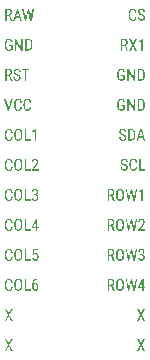
<source format=gto>
G04 #@! TF.GenerationSoftware,KiCad,Pcbnew,7.0.2*
G04 #@! TF.CreationDate,2023-04-26T23:48:15+03:00*
G04 #@! TF.ProjectId,mriya-right,6d726979-612d-4726-9967-68742e6b6963,0.9*
G04 #@! TF.SameCoordinates,Original*
G04 #@! TF.FileFunction,Legend,Top*
G04 #@! TF.FilePolarity,Positive*
%FSLAX46Y46*%
G04 Gerber Fmt 4.6, Leading zero omitted, Abs format (unit mm)*
G04 Created by KiCad (PCBNEW 7.0.2) date 2023-04-26 23:48:15*
%MOMM*%
%LPD*%
G01*
G04 APERTURE LIST*
%ADD10C,0.125000*%
%ADD11C,1.900000*%
%ADD12C,3.000000*%
%ADD13C,4.100000*%
%ADD14C,3.800000*%
%ADD15C,1.300000*%
%ADD16C,2.000000*%
%ADD17C,0.800000*%
G04 APERTURE END LIST*
D10*
G36*
X126734926Y-59369682D02*
G01*
X126734350Y-59379653D01*
X126733629Y-59389476D01*
X126731751Y-59408681D01*
X126729293Y-59427296D01*
X126726256Y-59445321D01*
X126722638Y-59462757D01*
X126718440Y-59479603D01*
X126713662Y-59495859D01*
X126708304Y-59511526D01*
X126702366Y-59526603D01*
X126695847Y-59541091D01*
X126688749Y-59554989D01*
X126681071Y-59568297D01*
X126672812Y-59581016D01*
X126663974Y-59593145D01*
X126654555Y-59604685D01*
X126644556Y-59615635D01*
X126634034Y-59625927D01*
X126622983Y-59635556D01*
X126611403Y-59644520D01*
X126599295Y-59652821D01*
X126586658Y-59660457D01*
X126573493Y-59667429D01*
X126559799Y-59673738D01*
X126545577Y-59679382D01*
X126530826Y-59684362D01*
X126515547Y-59688678D01*
X126499738Y-59692331D01*
X126483402Y-59695319D01*
X126466537Y-59697643D01*
X126449143Y-59699303D01*
X126431221Y-59700299D01*
X126412770Y-59700631D01*
X126394205Y-59700183D01*
X126376122Y-59698837D01*
X126358522Y-59696595D01*
X126341405Y-59693456D01*
X126324771Y-59689421D01*
X126308619Y-59684488D01*
X126292951Y-59678659D01*
X126277765Y-59671933D01*
X126263061Y-59664309D01*
X126248841Y-59655790D01*
X126235103Y-59646373D01*
X126221848Y-59636059D01*
X126209076Y-59624849D01*
X126196787Y-59612742D01*
X126184980Y-59599738D01*
X126173656Y-59585837D01*
X126162950Y-59571168D01*
X126152934Y-59555860D01*
X126143609Y-59539913D01*
X126134974Y-59523326D01*
X126127031Y-59506100D01*
X126119778Y-59488235D01*
X126116410Y-59479063D01*
X126113216Y-59469731D01*
X126110194Y-59460239D01*
X126107344Y-59450587D01*
X126104668Y-59440776D01*
X126102164Y-59430805D01*
X126099832Y-59420674D01*
X126097674Y-59410383D01*
X126095688Y-59399932D01*
X126093875Y-59389322D01*
X126092234Y-59378551D01*
X126090766Y-59367621D01*
X126089471Y-59356531D01*
X126088349Y-59345282D01*
X126087399Y-59333872D01*
X126086622Y-59322303D01*
X126086017Y-59310574D01*
X126085586Y-59298685D01*
X126085327Y-59286636D01*
X126085240Y-59274427D01*
X126085240Y-59092466D01*
X126085329Y-59080304D01*
X126085595Y-59068302D01*
X126086039Y-59056460D01*
X126086660Y-59044778D01*
X126087458Y-59033257D01*
X126088434Y-59021895D01*
X126089588Y-59010695D01*
X126090919Y-58999654D01*
X126092427Y-58988774D01*
X126094113Y-58978054D01*
X126095976Y-58967494D01*
X126098017Y-58957095D01*
X126100235Y-58946856D01*
X126102631Y-58936777D01*
X126105204Y-58926858D01*
X126107955Y-58917100D01*
X126110883Y-58907502D01*
X126113988Y-58898064D01*
X126117271Y-58888787D01*
X126124370Y-58870713D01*
X126132178Y-58853280D01*
X126140696Y-58836488D01*
X126149924Y-58820338D01*
X126159861Y-58804828D01*
X126170509Y-58789960D01*
X126176099Y-58782766D01*
X126187745Y-58768984D01*
X126199908Y-58756091D01*
X126212589Y-58744086D01*
X126225787Y-58732971D01*
X126239502Y-58722746D01*
X126253733Y-58713409D01*
X126268482Y-58704962D01*
X126283749Y-58697404D01*
X126299532Y-58690735D01*
X126315832Y-58684955D01*
X126332650Y-58680064D01*
X126349984Y-58676063D01*
X126367836Y-58672951D01*
X126386205Y-58670728D01*
X126405091Y-58669394D01*
X126424494Y-58668949D01*
X126442371Y-58669289D01*
X126459733Y-58670308D01*
X126476580Y-58672006D01*
X126492912Y-58674384D01*
X126508729Y-58677441D01*
X126524030Y-58681177D01*
X126538816Y-58685592D01*
X126553087Y-58690687D01*
X126566843Y-58696461D01*
X126580084Y-58702914D01*
X126592809Y-58710047D01*
X126605020Y-58717859D01*
X126616715Y-58726350D01*
X126627894Y-58735521D01*
X126638559Y-58745371D01*
X126648709Y-58755900D01*
X126658348Y-58767030D01*
X126667420Y-58778744D01*
X126675925Y-58791042D01*
X126683864Y-58803924D01*
X126691236Y-58817390D01*
X126698042Y-58831439D01*
X126704280Y-58846073D01*
X126709952Y-58861290D01*
X126715058Y-58877092D01*
X126719596Y-58893477D01*
X126723568Y-58910446D01*
X126726973Y-58927999D01*
X126729811Y-58946136D01*
X126732083Y-58964857D01*
X126733788Y-58984162D01*
X126734428Y-58994033D01*
X126734926Y-59004050D01*
X126607920Y-59004050D01*
X126606745Y-58989058D01*
X126605298Y-58974612D01*
X126603578Y-58960711D01*
X126601585Y-58947356D01*
X126599319Y-58934546D01*
X126596780Y-58922283D01*
X126593969Y-58910565D01*
X126590884Y-58899392D01*
X126587527Y-58888766D01*
X126583896Y-58878685D01*
X126579993Y-58869150D01*
X126575817Y-58860161D01*
X126569042Y-58847700D01*
X126561652Y-58836467D01*
X126556385Y-58829661D01*
X126547880Y-58820320D01*
X126538576Y-58811898D01*
X126528474Y-58804395D01*
X126517573Y-58797810D01*
X126505874Y-58792144D01*
X126493376Y-58787397D01*
X126480079Y-58783569D01*
X126465984Y-58780660D01*
X126456144Y-58779231D01*
X126445949Y-58778210D01*
X126435399Y-58777597D01*
X126424494Y-58777393D01*
X126411886Y-58777708D01*
X126399649Y-58778652D01*
X126387783Y-58780227D01*
X126376286Y-58782431D01*
X126365160Y-58785264D01*
X126354404Y-58788727D01*
X126344017Y-58792820D01*
X126334002Y-58797543D01*
X126324356Y-58802895D01*
X126315080Y-58808878D01*
X126306175Y-58815489D01*
X126297640Y-58822731D01*
X126289475Y-58830602D01*
X126281680Y-58839103D01*
X126274256Y-58848233D01*
X126267201Y-58857993D01*
X126260547Y-58868331D01*
X126254321Y-58879254D01*
X126248525Y-58890763D01*
X126243159Y-58902858D01*
X126238221Y-58915538D01*
X126233713Y-58928805D01*
X126229635Y-58942657D01*
X126225985Y-58957095D01*
X126222765Y-58972119D01*
X126219975Y-58987728D01*
X126217613Y-59003924D01*
X126215681Y-59020705D01*
X126214179Y-59038072D01*
X126213105Y-59056025D01*
X126212461Y-59074563D01*
X126212247Y-59093688D01*
X126212247Y-59277847D01*
X126212446Y-59296651D01*
X126213044Y-59314899D01*
X126214041Y-59332592D01*
X126215437Y-59349730D01*
X126217232Y-59366313D01*
X126219425Y-59382341D01*
X126222017Y-59397813D01*
X126225008Y-59412730D01*
X126228398Y-59427091D01*
X126232187Y-59440898D01*
X126236374Y-59454149D01*
X126240960Y-59466845D01*
X126245945Y-59478985D01*
X126251329Y-59490571D01*
X126257112Y-59501601D01*
X126263293Y-59512076D01*
X126269888Y-59521924D01*
X126276849Y-59531138D01*
X126284176Y-59539716D01*
X126291870Y-59547659D01*
X126299930Y-59554966D01*
X126308356Y-59561638D01*
X126317149Y-59567674D01*
X126326308Y-59573075D01*
X126335833Y-59577841D01*
X126345725Y-59581971D01*
X126355983Y-59585466D01*
X126366608Y-59588325D01*
X126377599Y-59590549D01*
X126388956Y-59592138D01*
X126400680Y-59593091D01*
X126412770Y-59593408D01*
X126424858Y-59593219D01*
X126436515Y-59592649D01*
X126447741Y-59591700D01*
X126458535Y-59590371D01*
X126468898Y-59588662D01*
X126478830Y-59586573D01*
X126488331Y-59584105D01*
X126501773Y-59579691D01*
X126514245Y-59574422D01*
X126525747Y-59568299D01*
X126536279Y-59561322D01*
X126545840Y-59553490D01*
X126554431Y-59544804D01*
X126562247Y-59534965D01*
X126569483Y-59523764D01*
X126576140Y-59511202D01*
X126580256Y-59502072D01*
X126584114Y-59492336D01*
X126587715Y-59481996D01*
X126591058Y-59471051D01*
X126594143Y-59459501D01*
X126596971Y-59447346D01*
X126599542Y-59434586D01*
X126601854Y-59421222D01*
X126603909Y-59407252D01*
X126605707Y-59392678D01*
X126607247Y-59377498D01*
X126607920Y-59369682D01*
X126734926Y-59369682D01*
G37*
G36*
X127224916Y-58669056D02*
G01*
X127244123Y-58669911D01*
X127262785Y-58671621D01*
X127280901Y-58674185D01*
X127298471Y-58677605D01*
X127315496Y-58681879D01*
X127331975Y-58687008D01*
X127347908Y-58692992D01*
X127363295Y-58699831D01*
X127378136Y-58707524D01*
X127392432Y-58716073D01*
X127406182Y-58725476D01*
X127419387Y-58735734D01*
X127432045Y-58746847D01*
X127444158Y-58758815D01*
X127455726Y-58771638D01*
X127461304Y-58778370D01*
X127472019Y-58792383D01*
X127482057Y-58807126D01*
X127491421Y-58822600D01*
X127500109Y-58838805D01*
X127508121Y-58855741D01*
X127515458Y-58873407D01*
X127522119Y-58891805D01*
X127525196Y-58901277D01*
X127528105Y-58910933D01*
X127530844Y-58920771D01*
X127533415Y-58930792D01*
X127535817Y-58940995D01*
X127538050Y-58951382D01*
X127540114Y-58961951D01*
X127542010Y-58972702D01*
X127543736Y-58983637D01*
X127545293Y-58994754D01*
X127546682Y-59006054D01*
X127547902Y-59017536D01*
X127548953Y-59029201D01*
X127549835Y-59041049D01*
X127550548Y-59053080D01*
X127551092Y-59065293D01*
X127551468Y-59077689D01*
X127551674Y-59090268D01*
X127551674Y-59272962D01*
X127551589Y-59285723D01*
X127551334Y-59298299D01*
X127550908Y-59310691D01*
X127550312Y-59322898D01*
X127549546Y-59334921D01*
X127548609Y-59346758D01*
X127547502Y-59358412D01*
X127546225Y-59369880D01*
X127544777Y-59381164D01*
X127543159Y-59392264D01*
X127541371Y-59403179D01*
X127539413Y-59413909D01*
X127537284Y-59424455D01*
X127534985Y-59434816D01*
X127532515Y-59444992D01*
X127529876Y-59454984D01*
X127527066Y-59464791D01*
X127524085Y-59474414D01*
X127520935Y-59483851D01*
X127517614Y-59493105D01*
X127510461Y-59511058D01*
X127502627Y-59528272D01*
X127494112Y-59544748D01*
X127484916Y-59560485D01*
X127475038Y-59575484D01*
X127464480Y-59589745D01*
X127453293Y-59603172D01*
X127441532Y-59615734D01*
X127429197Y-59627429D01*
X127416287Y-59638258D01*
X127402804Y-59648220D01*
X127388745Y-59657316D01*
X127374113Y-59665546D01*
X127358906Y-59672909D01*
X127343124Y-59679407D01*
X127326769Y-59685038D01*
X127309839Y-59689802D01*
X127292334Y-59693701D01*
X127274255Y-59696733D01*
X127255602Y-59698898D01*
X127236375Y-59700198D01*
X127226546Y-59700523D01*
X127216573Y-59700631D01*
X127197501Y-59700209D01*
X127178937Y-59698944D01*
X127160880Y-59696836D01*
X127143331Y-59693884D01*
X127126289Y-59690089D01*
X127109755Y-59685450D01*
X127093729Y-59679968D01*
X127078210Y-59673642D01*
X127063198Y-59666473D01*
X127048694Y-59658461D01*
X127034698Y-59649605D01*
X127021209Y-59639906D01*
X127008228Y-59629364D01*
X126995755Y-59617978D01*
X126983789Y-59605748D01*
X126972330Y-59592676D01*
X126961462Y-59578833D01*
X126951268Y-59564294D01*
X126941747Y-59549058D01*
X126932900Y-59533126D01*
X126924727Y-59516498D01*
X126917227Y-59499173D01*
X126910400Y-59481151D01*
X126907240Y-59471879D01*
X126904248Y-59462433D01*
X126901424Y-59452813D01*
X126898768Y-59443019D01*
X126896281Y-59433050D01*
X126893963Y-59422908D01*
X126891812Y-59412591D01*
X126889831Y-59402100D01*
X126888017Y-59391436D01*
X126886372Y-59380597D01*
X126884895Y-59369583D01*
X126883587Y-59358396D01*
X126882447Y-59347035D01*
X126881476Y-59335499D01*
X126880673Y-59323790D01*
X126880038Y-59311906D01*
X126879572Y-59299848D01*
X126879274Y-59287616D01*
X126879274Y-59273206D01*
X127004082Y-59273206D01*
X127004290Y-59292155D01*
X127004914Y-59310533D01*
X127005954Y-59328341D01*
X127007410Y-59345578D01*
X127009282Y-59362245D01*
X127011569Y-59378341D01*
X127014273Y-59393867D01*
X127017393Y-59408822D01*
X127020929Y-59423206D01*
X127024881Y-59437021D01*
X127029248Y-59450264D01*
X127034032Y-59462937D01*
X127039232Y-59475039D01*
X127044848Y-59486571D01*
X127050879Y-59497533D01*
X127057327Y-59507923D01*
X127064188Y-59517713D01*
X127071459Y-59526871D01*
X127079140Y-59535398D01*
X127087231Y-59543293D01*
X127095733Y-59550556D01*
X127104645Y-59557188D01*
X127113967Y-59563188D01*
X127123700Y-59568557D01*
X127133843Y-59573294D01*
X127144396Y-59577399D01*
X127155359Y-59580873D01*
X127166732Y-59583715D01*
X127178516Y-59585926D01*
X127190710Y-59587505D01*
X127203314Y-59588452D01*
X127216329Y-59588768D01*
X127229363Y-59588477D01*
X127241967Y-59587604D01*
X127254139Y-59586149D01*
X127265880Y-59584112D01*
X127277189Y-59581493D01*
X127288068Y-59578292D01*
X127298515Y-59574509D01*
X127308531Y-59570144D01*
X127318115Y-59565197D01*
X127327269Y-59559669D01*
X127335991Y-59553558D01*
X127344282Y-59546865D01*
X127352141Y-59539590D01*
X127359570Y-59531733D01*
X127366567Y-59523295D01*
X127373133Y-59514274D01*
X127379292Y-59504622D01*
X127385070Y-59494353D01*
X127390466Y-59483465D01*
X127395481Y-59471959D01*
X127400114Y-59459834D01*
X127404365Y-59447092D01*
X127408235Y-59433731D01*
X127411723Y-59419752D01*
X127414830Y-59405154D01*
X127417554Y-59389939D01*
X127419898Y-59374105D01*
X127421859Y-59357653D01*
X127423439Y-59340583D01*
X127424637Y-59322894D01*
X127425454Y-59304587D01*
X127425889Y-59285662D01*
X127425889Y-59097107D01*
X127425839Y-59087219D01*
X127425434Y-59067922D01*
X127424625Y-59049264D01*
X127423412Y-59031245D01*
X127421793Y-59013866D01*
X127419771Y-58997126D01*
X127417344Y-58981025D01*
X127414512Y-58965563D01*
X127411276Y-58950740D01*
X127407635Y-58936557D01*
X127403590Y-58923013D01*
X127399140Y-58910108D01*
X127394286Y-58897843D01*
X127389027Y-58886216D01*
X127383363Y-58875229D01*
X127377295Y-58864881D01*
X127374110Y-58859947D01*
X127367421Y-58850542D01*
X127360299Y-58841743D01*
X127352743Y-58833552D01*
X127344755Y-58825967D01*
X127336333Y-58818989D01*
X127327478Y-58812617D01*
X127318191Y-58806853D01*
X127308469Y-58801695D01*
X127298315Y-58797144D01*
X127287728Y-58793200D01*
X127276707Y-58789863D01*
X127265254Y-58787132D01*
X127253367Y-58785008D01*
X127241047Y-58783492D01*
X127228294Y-58782581D01*
X127215108Y-58782278D01*
X127202330Y-58782586D01*
X127189947Y-58783511D01*
X127177959Y-58785051D01*
X127166366Y-58787209D01*
X127155168Y-58789982D01*
X127144365Y-58793372D01*
X127133957Y-58797378D01*
X127123944Y-58802001D01*
X127114326Y-58807239D01*
X127105103Y-58813095D01*
X127096275Y-58819566D01*
X127087842Y-58826654D01*
X127079804Y-58834358D01*
X127072161Y-58842678D01*
X127064913Y-58851615D01*
X127058060Y-58861168D01*
X127051609Y-58871290D01*
X127045569Y-58881994D01*
X127039939Y-58893280D01*
X127034719Y-58905147D01*
X127029910Y-58917597D01*
X127025510Y-58930629D01*
X127021521Y-58944242D01*
X127017943Y-58958438D01*
X127014774Y-58973216D01*
X127012016Y-58988575D01*
X127009668Y-59004517D01*
X127007730Y-59021041D01*
X127006203Y-59038146D01*
X127005086Y-59055834D01*
X127004379Y-59074103D01*
X127004082Y-59092955D01*
X127004082Y-59273206D01*
X126879274Y-59273206D01*
X126879274Y-59098572D01*
X126879360Y-59086079D01*
X126879619Y-59073756D01*
X126880051Y-59061603D01*
X126880655Y-59049621D01*
X126881432Y-59037809D01*
X126882382Y-59026167D01*
X126883505Y-59014695D01*
X126884800Y-59003394D01*
X126886268Y-58992263D01*
X126887908Y-58981302D01*
X126889721Y-58970512D01*
X126891707Y-58959892D01*
X126893866Y-58949442D01*
X126896197Y-58939163D01*
X126898701Y-58929054D01*
X126901378Y-58919115D01*
X126904227Y-58909346D01*
X126907249Y-58899748D01*
X126910444Y-58890320D01*
X126913811Y-58881063D01*
X126921064Y-58863058D01*
X126929008Y-58845735D01*
X126937642Y-58829093D01*
X126946967Y-58813133D01*
X126956983Y-58797853D01*
X126967690Y-58783255D01*
X126979046Y-58769413D01*
X126990950Y-58756465D01*
X127003402Y-58744409D01*
X127016401Y-58733246D01*
X127029948Y-58722977D01*
X127044042Y-58713600D01*
X127058684Y-58705116D01*
X127073874Y-58697526D01*
X127089612Y-58690828D01*
X127105897Y-58685023D01*
X127122729Y-58680112D01*
X127140110Y-58676093D01*
X127158038Y-58672968D01*
X127176513Y-58670735D01*
X127195537Y-58669396D01*
X127215108Y-58668949D01*
X127224916Y-58669056D01*
G37*
G36*
X127867725Y-59577044D02*
G01*
X128259979Y-59577044D01*
X128259979Y-59685000D01*
X127741451Y-59685000D01*
X127741451Y-58684581D01*
X127867725Y-58684581D01*
X127867725Y-59577044D01*
G37*
G36*
X128740160Y-59685000D02*
G01*
X128618039Y-59685000D01*
X128618039Y-58845048D01*
X128407745Y-58940792D01*
X128407745Y-58825265D01*
X128721109Y-58684581D01*
X128740160Y-58684581D01*
X128740160Y-59685000D01*
G37*
G36*
X136229239Y-59433185D02*
G01*
X136228883Y-59419391D01*
X136227814Y-59406220D01*
X136226032Y-59393671D01*
X136223538Y-59381745D01*
X136220330Y-59370442D01*
X136216411Y-59359761D01*
X136211778Y-59349702D01*
X136206433Y-59340266D01*
X136200375Y-59331452D01*
X136193604Y-59323262D01*
X136188695Y-59318147D01*
X136180520Y-59310656D01*
X136171198Y-59303203D01*
X136160730Y-59295789D01*
X136149116Y-59288414D01*
X136136355Y-59281077D01*
X136127212Y-59276208D01*
X136117558Y-59271355D01*
X136107395Y-59266520D01*
X136096723Y-59261702D01*
X136085541Y-59256901D01*
X136073850Y-59252117D01*
X136061650Y-59247351D01*
X136048939Y-59242602D01*
X136042393Y-59240233D01*
X136029368Y-59235456D01*
X136016733Y-59230651D01*
X136004486Y-59225816D01*
X135992629Y-59220953D01*
X135981161Y-59216062D01*
X135970082Y-59211142D01*
X135959393Y-59206193D01*
X135949093Y-59201215D01*
X135939182Y-59196209D01*
X135929660Y-59191175D01*
X135920528Y-59186112D01*
X135911784Y-59181020D01*
X135903431Y-59175899D01*
X135891630Y-59168165D01*
X135880705Y-59160366D01*
X135870464Y-59152434D01*
X135860718Y-59144300D01*
X135851465Y-59135965D01*
X135842706Y-59127427D01*
X135834440Y-59118688D01*
X135826669Y-59109747D01*
X135819391Y-59100605D01*
X135812607Y-59091260D01*
X135806316Y-59081714D01*
X135800519Y-59071966D01*
X135796929Y-59065355D01*
X135791953Y-59055189D01*
X135787467Y-59044747D01*
X135783470Y-59034031D01*
X135779962Y-59023040D01*
X135776944Y-59011775D01*
X135774415Y-59000234D01*
X135772376Y-58988419D01*
X135770826Y-58976329D01*
X135769765Y-58963964D01*
X135769194Y-58951325D01*
X135769086Y-58942745D01*
X135769396Y-58928011D01*
X135770326Y-58913604D01*
X135771876Y-58899526D01*
X135774047Y-58885776D01*
X135776837Y-58872354D01*
X135780248Y-58859260D01*
X135784279Y-58846495D01*
X135788930Y-58834057D01*
X135794202Y-58821948D01*
X135800093Y-58810167D01*
X135806604Y-58798715D01*
X135813736Y-58787590D01*
X135821488Y-58776794D01*
X135829860Y-58766326D01*
X135838852Y-58756186D01*
X135848464Y-58746374D01*
X135858579Y-58736999D01*
X135869076Y-58728228D01*
X135879957Y-58720062D01*
X135891222Y-58712501D01*
X135902870Y-58705545D01*
X135914902Y-58699193D01*
X135927318Y-58693447D01*
X135940117Y-58688306D01*
X135953299Y-58683769D01*
X135966865Y-58679837D01*
X135980814Y-58676510D01*
X135995148Y-58673788D01*
X136009864Y-58671671D01*
X136024964Y-58670159D01*
X136040448Y-58669252D01*
X136056315Y-58668949D01*
X136067231Y-58669104D01*
X136077995Y-58669567D01*
X136088610Y-58670340D01*
X136099073Y-58671422D01*
X136109385Y-58672813D01*
X136119547Y-58674513D01*
X136129558Y-58676523D01*
X136139419Y-58678841D01*
X136149128Y-58681469D01*
X136158687Y-58684405D01*
X136168095Y-58687651D01*
X136177353Y-58691206D01*
X136186459Y-58695070D01*
X136195415Y-58699243D01*
X136204220Y-58703725D01*
X136212875Y-58708517D01*
X136221331Y-58713552D01*
X136233553Y-58721556D01*
X136245222Y-58730102D01*
X136256336Y-58739188D01*
X136266897Y-58748815D01*
X136276904Y-58758983D01*
X136286358Y-58769692D01*
X136295257Y-58780942D01*
X136303602Y-58792733D01*
X136311394Y-58805065D01*
X136316281Y-58813586D01*
X136318632Y-58817937D01*
X136323128Y-58826753D01*
X136327333Y-58835676D01*
X136331249Y-58844705D01*
X136334874Y-58853841D01*
X136338210Y-58863084D01*
X136341255Y-58872434D01*
X136344010Y-58881891D01*
X136346476Y-58891454D01*
X136348651Y-58901125D01*
X136350536Y-58910902D01*
X136352131Y-58920787D01*
X136353437Y-58930778D01*
X136354452Y-58940876D01*
X136355177Y-58951080D01*
X136355612Y-58961392D01*
X136355757Y-58971810D01*
X136229239Y-58971810D01*
X136229064Y-58960373D01*
X136228541Y-58949264D01*
X136227668Y-58938483D01*
X136226446Y-58928030D01*
X136224874Y-58917905D01*
X136222954Y-58908109D01*
X136219418Y-58894030D01*
X136215097Y-58880689D01*
X136209990Y-58868086D01*
X136204097Y-58856222D01*
X136197419Y-58845097D01*
X136189955Y-58834710D01*
X136184543Y-58828196D01*
X136175862Y-58819117D01*
X136166491Y-58810931D01*
X136156428Y-58803638D01*
X136145674Y-58797238D01*
X136134228Y-58791731D01*
X136122092Y-58787117D01*
X136109264Y-58783396D01*
X136095745Y-58780568D01*
X136081535Y-58778633D01*
X136071677Y-58777840D01*
X136061513Y-58777443D01*
X136056315Y-58777393D01*
X136042284Y-58777771D01*
X136028858Y-58778904D01*
X136016037Y-58780793D01*
X136003822Y-58783438D01*
X135992212Y-58786838D01*
X135981208Y-58790994D01*
X135970808Y-58795906D01*
X135961015Y-58801573D01*
X135951826Y-58807996D01*
X135943243Y-58815174D01*
X135937857Y-58820380D01*
X135930393Y-58828697D01*
X135923664Y-58837619D01*
X135917668Y-58847147D01*
X135912406Y-58857280D01*
X135907879Y-58868018D01*
X135904086Y-58879362D01*
X135901027Y-58891311D01*
X135898702Y-58903865D01*
X135897111Y-58917025D01*
X135896255Y-58930790D01*
X135896092Y-58940303D01*
X135896491Y-58952030D01*
X135897689Y-58963395D01*
X135899685Y-58974401D01*
X135902480Y-58985045D01*
X135906074Y-58995329D01*
X135910466Y-59005253D01*
X135915657Y-59014815D01*
X135921646Y-59024017D01*
X135928433Y-59032859D01*
X135936020Y-59041339D01*
X135941521Y-59046793D01*
X135950473Y-59054728D01*
X135960291Y-59062504D01*
X135970978Y-59070121D01*
X135982531Y-59077579D01*
X135994951Y-59084878D01*
X136003714Y-59089656D01*
X136012861Y-59094364D01*
X136022394Y-59099001D01*
X136032313Y-59103567D01*
X136042617Y-59108062D01*
X136053306Y-59112487D01*
X136064381Y-59116842D01*
X136075842Y-59121126D01*
X136081716Y-59123241D01*
X136099829Y-59129466D01*
X136117284Y-59135869D01*
X136134084Y-59142449D01*
X136150226Y-59149207D01*
X136165713Y-59156142D01*
X136180543Y-59163255D01*
X136194717Y-59170545D01*
X136208234Y-59178012D01*
X136221095Y-59185657D01*
X136233300Y-59193480D01*
X136244848Y-59201480D01*
X136255739Y-59209657D01*
X136265975Y-59218012D01*
X136275554Y-59226544D01*
X136284476Y-59235254D01*
X136292742Y-59244141D01*
X136300462Y-59253260D01*
X136307683Y-59262727D01*
X136314406Y-59272540D01*
X136320632Y-59282701D01*
X136326359Y-59293209D01*
X136331588Y-59304065D01*
X136336320Y-59315267D01*
X136340553Y-59326817D01*
X136344288Y-59338715D01*
X136347525Y-59350959D01*
X136350264Y-59363551D01*
X136352505Y-59376490D01*
X136354248Y-59389777D01*
X136355494Y-59403410D01*
X136356241Y-59417391D01*
X136356490Y-59431720D01*
X136356180Y-59446795D01*
X136355253Y-59461491D01*
X136353707Y-59475806D01*
X136351544Y-59489743D01*
X136348762Y-59503299D01*
X136345361Y-59516476D01*
X136341343Y-59529273D01*
X136336706Y-59541690D01*
X136331451Y-59553728D01*
X136325578Y-59565385D01*
X136319086Y-59576663D01*
X136311976Y-59587562D01*
X136304248Y-59598081D01*
X136295902Y-59608219D01*
X136286938Y-59617979D01*
X136277355Y-59627358D01*
X136267270Y-59636231D01*
X136256739Y-59644532D01*
X136245762Y-59652260D01*
X136234338Y-59659415D01*
X136222467Y-59665998D01*
X136210150Y-59672009D01*
X136197386Y-59677447D01*
X136184176Y-59682313D01*
X136170520Y-59686606D01*
X136156417Y-59690327D01*
X136141867Y-59693475D01*
X136126871Y-59696051D01*
X136111428Y-59698055D01*
X136095539Y-59699486D01*
X136079203Y-59700345D01*
X136062421Y-59700631D01*
X136051573Y-59700482D01*
X136040829Y-59700036D01*
X136030187Y-59699292D01*
X136019648Y-59698250D01*
X136009212Y-59696910D01*
X135998880Y-59695273D01*
X135988650Y-59693338D01*
X135978524Y-59691106D01*
X135968500Y-59688575D01*
X135958580Y-59685747D01*
X135948762Y-59682622D01*
X135939048Y-59679199D01*
X135929437Y-59675478D01*
X135919928Y-59671459D01*
X135910523Y-59667143D01*
X135901221Y-59662529D01*
X135892124Y-59657645D01*
X135883273Y-59652519D01*
X135874668Y-59647150D01*
X135866309Y-59641540D01*
X135858197Y-59635686D01*
X135850331Y-59629591D01*
X135842710Y-59623253D01*
X135835336Y-59616673D01*
X135828209Y-59609850D01*
X135821327Y-59602785D01*
X135814691Y-59595478D01*
X135808302Y-59587928D01*
X135802158Y-59580136D01*
X135796261Y-59572102D01*
X135790610Y-59563825D01*
X135785206Y-59555307D01*
X135780089Y-59546587D01*
X135775302Y-59537710D01*
X135770846Y-59528674D01*
X135766719Y-59519479D01*
X135762923Y-59510126D01*
X135759457Y-59500615D01*
X135756321Y-59490946D01*
X135753515Y-59481118D01*
X135751039Y-59471131D01*
X135748894Y-59460987D01*
X135747078Y-59450684D01*
X135745592Y-59440222D01*
X135744437Y-59429603D01*
X135743612Y-59418824D01*
X135743117Y-59407888D01*
X135742952Y-59396793D01*
X135869469Y-59396793D01*
X135869672Y-59408233D01*
X135870278Y-59419351D01*
X135871290Y-59430146D01*
X135872706Y-59440619D01*
X135874526Y-59450770D01*
X135876751Y-59460598D01*
X135879380Y-59470103D01*
X135884083Y-59483757D01*
X135889696Y-59496684D01*
X135896219Y-59508887D01*
X135903652Y-59520364D01*
X135911995Y-59531115D01*
X135921249Y-59541140D01*
X135931288Y-59550350D01*
X135941988Y-59558654D01*
X135953350Y-59566053D01*
X135965373Y-59572545D01*
X135978057Y-59578131D01*
X135991402Y-59582812D01*
X136005408Y-59586586D01*
X136015113Y-59588599D01*
X136025112Y-59590210D01*
X136035404Y-59591418D01*
X136045991Y-59592223D01*
X136056871Y-59592625D01*
X136062421Y-59592676D01*
X136072640Y-59592509D01*
X136082537Y-59592008D01*
X136096777Y-59590630D01*
X136110292Y-59588502D01*
X136123081Y-59585622D01*
X136135144Y-59581990D01*
X136146482Y-59577607D01*
X136157095Y-59572473D01*
X136166982Y-59566588D01*
X136176143Y-59559951D01*
X136184579Y-59552563D01*
X136187229Y-59549933D01*
X136194737Y-59541644D01*
X136201506Y-59532806D01*
X136207537Y-59523418D01*
X136212829Y-59513480D01*
X136217383Y-59502993D01*
X136221198Y-59491956D01*
X136224275Y-59480370D01*
X136226613Y-59468234D01*
X136228213Y-59455549D01*
X136229075Y-59442314D01*
X136229239Y-59433185D01*
G37*
G36*
X136766695Y-58684688D02*
G01*
X136777411Y-58685009D01*
X136787973Y-58685545D01*
X136798382Y-58686294D01*
X136808638Y-58687258D01*
X136818741Y-58688436D01*
X136828691Y-58689828D01*
X136838488Y-58691435D01*
X136848131Y-58693255D01*
X136866959Y-58697539D01*
X136885174Y-58702680D01*
X136902777Y-58708677D01*
X136919767Y-58715531D01*
X136936144Y-58723242D01*
X136951910Y-58731810D01*
X136967062Y-58741234D01*
X136981602Y-58751515D01*
X136995530Y-58762653D01*
X137008845Y-58774647D01*
X137021547Y-58787499D01*
X137027669Y-58794246D01*
X137039411Y-58808272D01*
X137050395Y-58822994D01*
X137060622Y-58838413D01*
X137070091Y-58854528D01*
X137078802Y-58871340D01*
X137086757Y-58888848D01*
X137093953Y-58907053D01*
X137097267Y-58916416D01*
X137100392Y-58925954D01*
X137103328Y-58935666D01*
X137106074Y-58945551D01*
X137108630Y-58955611D01*
X137110998Y-58965846D01*
X137113176Y-58976254D01*
X137115164Y-58986836D01*
X137116963Y-58997593D01*
X137118573Y-59008523D01*
X137119993Y-59019628D01*
X137121224Y-59030907D01*
X137122266Y-59042360D01*
X137123118Y-59053987D01*
X137123781Y-59065788D01*
X137124255Y-59077763D01*
X137124539Y-59089913D01*
X137124633Y-59102236D01*
X137124633Y-59270031D01*
X137124537Y-59282353D01*
X137124249Y-59294499D01*
X137123768Y-59306468D01*
X137123095Y-59318261D01*
X137122230Y-59329878D01*
X137121173Y-59341317D01*
X137119923Y-59352581D01*
X137118481Y-59363668D01*
X137116847Y-59374578D01*
X137115021Y-59385312D01*
X137113002Y-59395869D01*
X137110792Y-59406250D01*
X137108389Y-59416454D01*
X137105793Y-59426482D01*
X137103006Y-59436333D01*
X137100026Y-59446008D01*
X137096854Y-59455506D01*
X137093490Y-59464828D01*
X137089933Y-59473973D01*
X137082243Y-59491734D01*
X137073784Y-59508789D01*
X137064557Y-59525138D01*
X137054560Y-59540781D01*
X137043794Y-59555718D01*
X137032259Y-59569949D01*
X137026203Y-59576800D01*
X137013584Y-59589902D01*
X137000272Y-59602159D01*
X136986267Y-59613571D01*
X136971569Y-59624137D01*
X136956179Y-59633858D01*
X136940096Y-59642734D01*
X136923321Y-59650764D01*
X136905853Y-59657950D01*
X136887692Y-59664289D01*
X136868839Y-59669784D01*
X136859152Y-59672214D01*
X136849292Y-59674433D01*
X136839260Y-59676441D01*
X136829054Y-59678237D01*
X136818675Y-59679822D01*
X136808122Y-59681196D01*
X136797397Y-59682358D01*
X136786498Y-59683309D01*
X136775426Y-59684049D01*
X136764181Y-59684577D01*
X136752763Y-59684894D01*
X136741172Y-59685000D01*
X136517446Y-59685000D01*
X136517446Y-58793025D01*
X136642986Y-58793025D01*
X136642986Y-59577044D01*
X136744103Y-59577044D01*
X136760401Y-59576747D01*
X136776141Y-59575857D01*
X136791321Y-59574374D01*
X136805942Y-59572297D01*
X136820004Y-59569626D01*
X136833507Y-59566362D01*
X136846451Y-59562505D01*
X136858836Y-59558054D01*
X136870662Y-59553010D01*
X136881928Y-59547372D01*
X136892636Y-59541141D01*
X136902784Y-59534317D01*
X136912374Y-59526899D01*
X136921404Y-59518888D01*
X136929875Y-59510283D01*
X136937788Y-59501085D01*
X136945187Y-59491304D01*
X136952122Y-59480954D01*
X136958590Y-59470032D01*
X136964593Y-59458541D01*
X136970131Y-59446478D01*
X136975203Y-59433845D01*
X136979809Y-59420642D01*
X136983949Y-59406868D01*
X136987625Y-59392523D01*
X136990834Y-59377608D01*
X136993578Y-59362123D01*
X136995856Y-59346067D01*
X136997669Y-59329440D01*
X136999016Y-59312243D01*
X136999898Y-59294475D01*
X137000314Y-59276137D01*
X137000314Y-59098817D01*
X137000254Y-59089022D01*
X136999779Y-59069928D01*
X136998829Y-59051491D01*
X136997404Y-59033713D01*
X136995503Y-59016593D01*
X136993127Y-59000131D01*
X136990277Y-58984328D01*
X136986951Y-58969183D01*
X136983150Y-58954696D01*
X136978874Y-58940868D01*
X136974122Y-58927698D01*
X136968896Y-58915186D01*
X136963194Y-58903333D01*
X136957018Y-58892138D01*
X136950366Y-58881601D01*
X136943239Y-58871723D01*
X136939497Y-58867030D01*
X136931653Y-58858069D01*
X136923324Y-58849685D01*
X136914510Y-58841880D01*
X136905212Y-58834653D01*
X136895429Y-58828004D01*
X136885161Y-58821933D01*
X136874408Y-58816440D01*
X136863171Y-58811526D01*
X136851450Y-58807190D01*
X136839243Y-58803432D01*
X136826552Y-58800252D01*
X136813376Y-58797650D01*
X136799716Y-58795626D01*
X136785571Y-58794181D01*
X136770941Y-58793314D01*
X136755827Y-58793025D01*
X136642986Y-58793025D01*
X136517446Y-58793025D01*
X136517446Y-58684581D01*
X136755827Y-58684581D01*
X136766695Y-58684688D01*
G37*
G36*
X137976308Y-59685000D02*
G01*
X137847348Y-59685000D01*
X137768213Y-59418286D01*
X137430425Y-59418286D01*
X137352756Y-59685000D01*
X137223552Y-59685000D01*
X137344361Y-59309842D01*
X137463398Y-59309842D01*
X137735973Y-59309842D01*
X137599197Y-58860436D01*
X137463398Y-59309842D01*
X137344361Y-59309842D01*
X137545708Y-58684581D01*
X137653663Y-58684581D01*
X137976308Y-59685000D01*
G37*
G36*
X126734926Y-61909682D02*
G01*
X126734350Y-61919653D01*
X126733629Y-61929476D01*
X126731751Y-61948681D01*
X126729293Y-61967296D01*
X126726256Y-61985321D01*
X126722638Y-62002757D01*
X126718440Y-62019603D01*
X126713662Y-62035859D01*
X126708304Y-62051526D01*
X126702366Y-62066603D01*
X126695847Y-62081091D01*
X126688749Y-62094989D01*
X126681071Y-62108297D01*
X126672812Y-62121016D01*
X126663974Y-62133145D01*
X126654555Y-62144685D01*
X126644556Y-62155635D01*
X126634034Y-62165927D01*
X126622983Y-62175556D01*
X126611403Y-62184520D01*
X126599295Y-62192821D01*
X126586658Y-62200457D01*
X126573493Y-62207429D01*
X126559799Y-62213738D01*
X126545577Y-62219382D01*
X126530826Y-62224362D01*
X126515547Y-62228678D01*
X126499738Y-62232331D01*
X126483402Y-62235319D01*
X126466537Y-62237643D01*
X126449143Y-62239303D01*
X126431221Y-62240299D01*
X126412770Y-62240631D01*
X126394205Y-62240183D01*
X126376122Y-62238837D01*
X126358522Y-62236595D01*
X126341405Y-62233456D01*
X126324771Y-62229421D01*
X126308619Y-62224488D01*
X126292951Y-62218659D01*
X126277765Y-62211933D01*
X126263061Y-62204309D01*
X126248841Y-62195790D01*
X126235103Y-62186373D01*
X126221848Y-62176059D01*
X126209076Y-62164849D01*
X126196787Y-62152742D01*
X126184980Y-62139738D01*
X126173656Y-62125837D01*
X126162950Y-62111168D01*
X126152934Y-62095860D01*
X126143609Y-62079913D01*
X126134974Y-62063326D01*
X126127031Y-62046100D01*
X126119778Y-62028235D01*
X126116410Y-62019063D01*
X126113216Y-62009731D01*
X126110194Y-62000239D01*
X126107344Y-61990587D01*
X126104668Y-61980776D01*
X126102164Y-61970805D01*
X126099832Y-61960674D01*
X126097674Y-61950383D01*
X126095688Y-61939932D01*
X126093875Y-61929322D01*
X126092234Y-61918551D01*
X126090766Y-61907621D01*
X126089471Y-61896531D01*
X126088349Y-61885282D01*
X126087399Y-61873872D01*
X126086622Y-61862303D01*
X126086017Y-61850574D01*
X126085586Y-61838685D01*
X126085327Y-61826636D01*
X126085240Y-61814427D01*
X126085240Y-61632466D01*
X126085329Y-61620304D01*
X126085595Y-61608302D01*
X126086039Y-61596460D01*
X126086660Y-61584778D01*
X126087458Y-61573257D01*
X126088434Y-61561895D01*
X126089588Y-61550695D01*
X126090919Y-61539654D01*
X126092427Y-61528774D01*
X126094113Y-61518054D01*
X126095976Y-61507494D01*
X126098017Y-61497095D01*
X126100235Y-61486856D01*
X126102631Y-61476777D01*
X126105204Y-61466858D01*
X126107955Y-61457100D01*
X126110883Y-61447502D01*
X126113988Y-61438064D01*
X126117271Y-61428787D01*
X126124370Y-61410713D01*
X126132178Y-61393280D01*
X126140696Y-61376488D01*
X126149924Y-61360338D01*
X126159861Y-61344828D01*
X126170509Y-61329960D01*
X126176099Y-61322766D01*
X126187745Y-61308984D01*
X126199908Y-61296091D01*
X126212589Y-61284086D01*
X126225787Y-61272971D01*
X126239502Y-61262746D01*
X126253733Y-61253409D01*
X126268482Y-61244962D01*
X126283749Y-61237404D01*
X126299532Y-61230735D01*
X126315832Y-61224955D01*
X126332650Y-61220064D01*
X126349984Y-61216063D01*
X126367836Y-61212951D01*
X126386205Y-61210728D01*
X126405091Y-61209394D01*
X126424494Y-61208949D01*
X126442371Y-61209289D01*
X126459733Y-61210308D01*
X126476580Y-61212006D01*
X126492912Y-61214384D01*
X126508729Y-61217441D01*
X126524030Y-61221177D01*
X126538816Y-61225592D01*
X126553087Y-61230687D01*
X126566843Y-61236461D01*
X126580084Y-61242914D01*
X126592809Y-61250047D01*
X126605020Y-61257859D01*
X126616715Y-61266350D01*
X126627894Y-61275521D01*
X126638559Y-61285371D01*
X126648709Y-61295900D01*
X126658348Y-61307030D01*
X126667420Y-61318744D01*
X126675925Y-61331042D01*
X126683864Y-61343924D01*
X126691236Y-61357390D01*
X126698042Y-61371439D01*
X126704280Y-61386073D01*
X126709952Y-61401290D01*
X126715058Y-61417092D01*
X126719596Y-61433477D01*
X126723568Y-61450446D01*
X126726973Y-61467999D01*
X126729811Y-61486136D01*
X126732083Y-61504857D01*
X126733788Y-61524162D01*
X126734428Y-61534033D01*
X126734926Y-61544050D01*
X126607920Y-61544050D01*
X126606745Y-61529058D01*
X126605298Y-61514612D01*
X126603578Y-61500711D01*
X126601585Y-61487356D01*
X126599319Y-61474546D01*
X126596780Y-61462283D01*
X126593969Y-61450565D01*
X126590884Y-61439392D01*
X126587527Y-61428766D01*
X126583896Y-61418685D01*
X126579993Y-61409150D01*
X126575817Y-61400161D01*
X126569042Y-61387700D01*
X126561652Y-61376467D01*
X126556385Y-61369661D01*
X126547880Y-61360320D01*
X126538576Y-61351898D01*
X126528474Y-61344395D01*
X126517573Y-61337810D01*
X126505874Y-61332144D01*
X126493376Y-61327397D01*
X126480079Y-61323569D01*
X126465984Y-61320660D01*
X126456144Y-61319231D01*
X126445949Y-61318210D01*
X126435399Y-61317597D01*
X126424494Y-61317393D01*
X126411886Y-61317708D01*
X126399649Y-61318652D01*
X126387783Y-61320227D01*
X126376286Y-61322431D01*
X126365160Y-61325264D01*
X126354404Y-61328727D01*
X126344017Y-61332820D01*
X126334002Y-61337543D01*
X126324356Y-61342895D01*
X126315080Y-61348878D01*
X126306175Y-61355489D01*
X126297640Y-61362731D01*
X126289475Y-61370602D01*
X126281680Y-61379103D01*
X126274256Y-61388233D01*
X126267201Y-61397993D01*
X126260547Y-61408331D01*
X126254321Y-61419254D01*
X126248525Y-61430763D01*
X126243159Y-61442858D01*
X126238221Y-61455538D01*
X126233713Y-61468805D01*
X126229635Y-61482657D01*
X126225985Y-61497095D01*
X126222765Y-61512119D01*
X126219975Y-61527728D01*
X126217613Y-61543924D01*
X126215681Y-61560705D01*
X126214179Y-61578072D01*
X126213105Y-61596025D01*
X126212461Y-61614563D01*
X126212247Y-61633688D01*
X126212247Y-61817847D01*
X126212446Y-61836651D01*
X126213044Y-61854899D01*
X126214041Y-61872592D01*
X126215437Y-61889730D01*
X126217232Y-61906313D01*
X126219425Y-61922341D01*
X126222017Y-61937813D01*
X126225008Y-61952730D01*
X126228398Y-61967091D01*
X126232187Y-61980898D01*
X126236374Y-61994149D01*
X126240960Y-62006845D01*
X126245945Y-62018985D01*
X126251329Y-62030571D01*
X126257112Y-62041601D01*
X126263293Y-62052076D01*
X126269888Y-62061924D01*
X126276849Y-62071138D01*
X126284176Y-62079716D01*
X126291870Y-62087659D01*
X126299930Y-62094966D01*
X126308356Y-62101638D01*
X126317149Y-62107674D01*
X126326308Y-62113075D01*
X126335833Y-62117841D01*
X126345725Y-62121971D01*
X126355983Y-62125466D01*
X126366608Y-62128325D01*
X126377599Y-62130549D01*
X126388956Y-62132138D01*
X126400680Y-62133091D01*
X126412770Y-62133408D01*
X126424858Y-62133219D01*
X126436515Y-62132649D01*
X126447741Y-62131700D01*
X126458535Y-62130371D01*
X126468898Y-62128662D01*
X126478830Y-62126573D01*
X126488331Y-62124105D01*
X126501773Y-62119691D01*
X126514245Y-62114422D01*
X126525747Y-62108299D01*
X126536279Y-62101322D01*
X126545840Y-62093490D01*
X126554431Y-62084804D01*
X126562247Y-62074965D01*
X126569483Y-62063764D01*
X126576140Y-62051202D01*
X126580256Y-62042072D01*
X126584114Y-62032336D01*
X126587715Y-62021996D01*
X126591058Y-62011051D01*
X126594143Y-61999501D01*
X126596971Y-61987346D01*
X126599542Y-61974586D01*
X126601854Y-61961222D01*
X126603909Y-61947252D01*
X126605707Y-61932678D01*
X126607247Y-61917498D01*
X126607920Y-61909682D01*
X126734926Y-61909682D01*
G37*
G36*
X127224916Y-61209056D02*
G01*
X127244123Y-61209911D01*
X127262785Y-61211621D01*
X127280901Y-61214185D01*
X127298471Y-61217605D01*
X127315496Y-61221879D01*
X127331975Y-61227008D01*
X127347908Y-61232992D01*
X127363295Y-61239831D01*
X127378136Y-61247524D01*
X127392432Y-61256073D01*
X127406182Y-61265476D01*
X127419387Y-61275734D01*
X127432045Y-61286847D01*
X127444158Y-61298815D01*
X127455726Y-61311638D01*
X127461304Y-61318370D01*
X127472019Y-61332383D01*
X127482057Y-61347126D01*
X127491421Y-61362600D01*
X127500109Y-61378805D01*
X127508121Y-61395741D01*
X127515458Y-61413407D01*
X127522119Y-61431805D01*
X127525196Y-61441277D01*
X127528105Y-61450933D01*
X127530844Y-61460771D01*
X127533415Y-61470792D01*
X127535817Y-61480995D01*
X127538050Y-61491382D01*
X127540114Y-61501951D01*
X127542010Y-61512702D01*
X127543736Y-61523637D01*
X127545293Y-61534754D01*
X127546682Y-61546054D01*
X127547902Y-61557536D01*
X127548953Y-61569201D01*
X127549835Y-61581049D01*
X127550548Y-61593080D01*
X127551092Y-61605293D01*
X127551468Y-61617689D01*
X127551674Y-61630268D01*
X127551674Y-61812962D01*
X127551589Y-61825723D01*
X127551334Y-61838299D01*
X127550908Y-61850691D01*
X127550312Y-61862898D01*
X127549546Y-61874921D01*
X127548609Y-61886758D01*
X127547502Y-61898412D01*
X127546225Y-61909880D01*
X127544777Y-61921164D01*
X127543159Y-61932264D01*
X127541371Y-61943179D01*
X127539413Y-61953909D01*
X127537284Y-61964455D01*
X127534985Y-61974816D01*
X127532515Y-61984992D01*
X127529876Y-61994984D01*
X127527066Y-62004791D01*
X127524085Y-62014414D01*
X127520935Y-62023851D01*
X127517614Y-62033105D01*
X127510461Y-62051058D01*
X127502627Y-62068272D01*
X127494112Y-62084748D01*
X127484916Y-62100485D01*
X127475038Y-62115484D01*
X127464480Y-62129745D01*
X127453293Y-62143172D01*
X127441532Y-62155734D01*
X127429197Y-62167429D01*
X127416287Y-62178258D01*
X127402804Y-62188220D01*
X127388745Y-62197316D01*
X127374113Y-62205546D01*
X127358906Y-62212909D01*
X127343124Y-62219407D01*
X127326769Y-62225038D01*
X127309839Y-62229802D01*
X127292334Y-62233701D01*
X127274255Y-62236733D01*
X127255602Y-62238898D01*
X127236375Y-62240198D01*
X127226546Y-62240523D01*
X127216573Y-62240631D01*
X127197501Y-62240209D01*
X127178937Y-62238944D01*
X127160880Y-62236836D01*
X127143331Y-62233884D01*
X127126289Y-62230089D01*
X127109755Y-62225450D01*
X127093729Y-62219968D01*
X127078210Y-62213642D01*
X127063198Y-62206473D01*
X127048694Y-62198461D01*
X127034698Y-62189605D01*
X127021209Y-62179906D01*
X127008228Y-62169364D01*
X126995755Y-62157978D01*
X126983789Y-62145748D01*
X126972330Y-62132676D01*
X126961462Y-62118833D01*
X126951268Y-62104294D01*
X126941747Y-62089058D01*
X126932900Y-62073126D01*
X126924727Y-62056498D01*
X126917227Y-62039173D01*
X126910400Y-62021151D01*
X126907240Y-62011879D01*
X126904248Y-62002433D01*
X126901424Y-61992813D01*
X126898768Y-61983019D01*
X126896281Y-61973050D01*
X126893963Y-61962908D01*
X126891812Y-61952591D01*
X126889831Y-61942100D01*
X126888017Y-61931436D01*
X126886372Y-61920597D01*
X126884895Y-61909583D01*
X126883587Y-61898396D01*
X126882447Y-61887035D01*
X126881476Y-61875499D01*
X126880673Y-61863790D01*
X126880038Y-61851906D01*
X126879572Y-61839848D01*
X126879274Y-61827616D01*
X126879274Y-61813206D01*
X127004082Y-61813206D01*
X127004290Y-61832155D01*
X127004914Y-61850533D01*
X127005954Y-61868341D01*
X127007410Y-61885578D01*
X127009282Y-61902245D01*
X127011569Y-61918341D01*
X127014273Y-61933867D01*
X127017393Y-61948822D01*
X127020929Y-61963206D01*
X127024881Y-61977021D01*
X127029248Y-61990264D01*
X127034032Y-62002937D01*
X127039232Y-62015039D01*
X127044848Y-62026571D01*
X127050879Y-62037533D01*
X127057327Y-62047923D01*
X127064188Y-62057713D01*
X127071459Y-62066871D01*
X127079140Y-62075398D01*
X127087231Y-62083293D01*
X127095733Y-62090556D01*
X127104645Y-62097188D01*
X127113967Y-62103188D01*
X127123700Y-62108557D01*
X127133843Y-62113294D01*
X127144396Y-62117399D01*
X127155359Y-62120873D01*
X127166732Y-62123715D01*
X127178516Y-62125926D01*
X127190710Y-62127505D01*
X127203314Y-62128452D01*
X127216329Y-62128768D01*
X127229363Y-62128477D01*
X127241967Y-62127604D01*
X127254139Y-62126149D01*
X127265880Y-62124112D01*
X127277189Y-62121493D01*
X127288068Y-62118292D01*
X127298515Y-62114509D01*
X127308531Y-62110144D01*
X127318115Y-62105197D01*
X127327269Y-62099669D01*
X127335991Y-62093558D01*
X127344282Y-62086865D01*
X127352141Y-62079590D01*
X127359570Y-62071733D01*
X127366567Y-62063295D01*
X127373133Y-62054274D01*
X127379292Y-62044622D01*
X127385070Y-62034353D01*
X127390466Y-62023465D01*
X127395481Y-62011959D01*
X127400114Y-61999834D01*
X127404365Y-61987092D01*
X127408235Y-61973731D01*
X127411723Y-61959752D01*
X127414830Y-61945154D01*
X127417554Y-61929939D01*
X127419898Y-61914105D01*
X127421859Y-61897653D01*
X127423439Y-61880583D01*
X127424637Y-61862894D01*
X127425454Y-61844587D01*
X127425889Y-61825662D01*
X127425889Y-61637107D01*
X127425839Y-61627219D01*
X127425434Y-61607922D01*
X127424625Y-61589264D01*
X127423412Y-61571245D01*
X127421793Y-61553866D01*
X127419771Y-61537126D01*
X127417344Y-61521025D01*
X127414512Y-61505563D01*
X127411276Y-61490740D01*
X127407635Y-61476557D01*
X127403590Y-61463013D01*
X127399140Y-61450108D01*
X127394286Y-61437843D01*
X127389027Y-61426216D01*
X127383363Y-61415229D01*
X127377295Y-61404881D01*
X127374110Y-61399947D01*
X127367421Y-61390542D01*
X127360299Y-61381743D01*
X127352743Y-61373552D01*
X127344755Y-61365967D01*
X127336333Y-61358989D01*
X127327478Y-61352617D01*
X127318191Y-61346853D01*
X127308469Y-61341695D01*
X127298315Y-61337144D01*
X127287728Y-61333200D01*
X127276707Y-61329863D01*
X127265254Y-61327132D01*
X127253367Y-61325008D01*
X127241047Y-61323492D01*
X127228294Y-61322581D01*
X127215108Y-61322278D01*
X127202330Y-61322586D01*
X127189947Y-61323511D01*
X127177959Y-61325051D01*
X127166366Y-61327209D01*
X127155168Y-61329982D01*
X127144365Y-61333372D01*
X127133957Y-61337378D01*
X127123944Y-61342001D01*
X127114326Y-61347239D01*
X127105103Y-61353095D01*
X127096275Y-61359566D01*
X127087842Y-61366654D01*
X127079804Y-61374358D01*
X127072161Y-61382678D01*
X127064913Y-61391615D01*
X127058060Y-61401168D01*
X127051609Y-61411290D01*
X127045569Y-61421994D01*
X127039939Y-61433280D01*
X127034719Y-61445147D01*
X127029910Y-61457597D01*
X127025510Y-61470629D01*
X127021521Y-61484242D01*
X127017943Y-61498438D01*
X127014774Y-61513216D01*
X127012016Y-61528575D01*
X127009668Y-61544517D01*
X127007730Y-61561041D01*
X127006203Y-61578146D01*
X127005086Y-61595834D01*
X127004379Y-61614103D01*
X127004082Y-61632955D01*
X127004082Y-61813206D01*
X126879274Y-61813206D01*
X126879274Y-61638572D01*
X126879360Y-61626079D01*
X126879619Y-61613756D01*
X126880051Y-61601603D01*
X126880655Y-61589621D01*
X126881432Y-61577809D01*
X126882382Y-61566167D01*
X126883505Y-61554695D01*
X126884800Y-61543394D01*
X126886268Y-61532263D01*
X126887908Y-61521302D01*
X126889721Y-61510512D01*
X126891707Y-61499892D01*
X126893866Y-61489442D01*
X126896197Y-61479163D01*
X126898701Y-61469054D01*
X126901378Y-61459115D01*
X126904227Y-61449346D01*
X126907249Y-61439748D01*
X126910444Y-61430320D01*
X126913811Y-61421063D01*
X126921064Y-61403058D01*
X126929008Y-61385735D01*
X126937642Y-61369093D01*
X126946967Y-61353133D01*
X126956983Y-61337853D01*
X126967690Y-61323255D01*
X126979046Y-61309413D01*
X126990950Y-61296465D01*
X127003402Y-61284409D01*
X127016401Y-61273246D01*
X127029948Y-61262977D01*
X127044042Y-61253600D01*
X127058684Y-61245116D01*
X127073874Y-61237526D01*
X127089612Y-61230828D01*
X127105897Y-61225023D01*
X127122729Y-61220112D01*
X127140110Y-61216093D01*
X127158038Y-61212968D01*
X127176513Y-61210735D01*
X127195537Y-61209396D01*
X127215108Y-61208949D01*
X127224916Y-61209056D01*
G37*
G36*
X127867725Y-62117044D02*
G01*
X128259979Y-62117044D01*
X128259979Y-62225000D01*
X127741451Y-62225000D01*
X127741451Y-61224581D01*
X127867725Y-61224581D01*
X127867725Y-62117044D01*
G37*
G36*
X128937264Y-62225000D02*
G01*
X128378192Y-62225000D01*
X128378192Y-62133653D01*
X128663224Y-61754832D01*
X128671159Y-61744024D01*
X128678783Y-61733461D01*
X128686096Y-61723142D01*
X128693097Y-61713066D01*
X128699788Y-61703236D01*
X128706168Y-61693649D01*
X128712237Y-61684307D01*
X128717995Y-61675209D01*
X128723442Y-61666355D01*
X128728578Y-61657745D01*
X128735698Y-61645289D01*
X128742119Y-61633382D01*
X128747840Y-61622025D01*
X128752861Y-61611217D01*
X128757356Y-61600628D01*
X128761410Y-61589928D01*
X128765021Y-61579116D01*
X128768191Y-61568192D01*
X128770918Y-61557157D01*
X128773202Y-61546010D01*
X128775045Y-61534752D01*
X128776445Y-61523381D01*
X128777403Y-61511900D01*
X128777919Y-61500306D01*
X128778018Y-61492515D01*
X128777873Y-61482650D01*
X128777111Y-61468296D01*
X128775697Y-61454474D01*
X128773631Y-61441185D01*
X128770912Y-61428428D01*
X128767540Y-61416204D01*
X128763516Y-61404511D01*
X128758839Y-61393352D01*
X128753509Y-61382724D01*
X128747527Y-61372629D01*
X128740893Y-61363066D01*
X128733728Y-61354206D01*
X128726155Y-61346217D01*
X128718175Y-61339099D01*
X128709786Y-61332853D01*
X128700990Y-61327478D01*
X128691786Y-61322975D01*
X128682174Y-61319344D01*
X128672154Y-61316584D01*
X128661726Y-61314696D01*
X128650890Y-61313679D01*
X128643440Y-61313485D01*
X128629454Y-61313947D01*
X128616074Y-61315331D01*
X128603299Y-61317639D01*
X128591130Y-61320870D01*
X128579566Y-61325024D01*
X128568607Y-61330100D01*
X128558254Y-61336100D01*
X128548506Y-61343023D01*
X128539363Y-61350869D01*
X128530826Y-61359639D01*
X128525471Y-61365997D01*
X128518050Y-61376251D01*
X128511360Y-61387321D01*
X128505399Y-61399206D01*
X128500169Y-61411907D01*
X128495668Y-61425424D01*
X128493073Y-61434889D01*
X128490802Y-61444716D01*
X128488856Y-61454905D01*
X128487234Y-61465457D01*
X128485936Y-61476372D01*
X128484963Y-61487649D01*
X128484314Y-61499289D01*
X128483990Y-61511291D01*
X128483949Y-61517428D01*
X128362316Y-61517428D01*
X128362611Y-61500384D01*
X128363496Y-61483753D01*
X128364970Y-61467534D01*
X128367033Y-61451727D01*
X128369687Y-61436332D01*
X128372929Y-61421349D01*
X128376762Y-61406778D01*
X128381184Y-61392620D01*
X128386196Y-61378874D01*
X128391797Y-61365539D01*
X128397988Y-61352617D01*
X128404769Y-61340108D01*
X128412139Y-61328010D01*
X128420099Y-61316325D01*
X128428648Y-61305051D01*
X128437787Y-61294190D01*
X128447464Y-61283868D01*
X128457563Y-61274212D01*
X128468087Y-61265221D01*
X128479034Y-61256897D01*
X128490405Y-61249239D01*
X128502199Y-61242246D01*
X128514417Y-61235920D01*
X128527058Y-61230259D01*
X128540123Y-61225265D01*
X128553612Y-61220936D01*
X128567524Y-61217274D01*
X128581860Y-61214277D01*
X128596620Y-61211946D01*
X128611803Y-61210281D01*
X128627409Y-61209282D01*
X128643440Y-61208949D01*
X128658171Y-61209235D01*
X128672505Y-61210094D01*
X128686442Y-61211525D01*
X128699982Y-61213529D01*
X128713125Y-61216105D01*
X128725872Y-61219253D01*
X128738221Y-61222974D01*
X128750174Y-61227267D01*
X128761730Y-61232133D01*
X128772889Y-61237571D01*
X128783650Y-61243582D01*
X128794016Y-61250165D01*
X128803984Y-61257321D01*
X128813555Y-61265049D01*
X128822729Y-61273349D01*
X128831507Y-61282222D01*
X128839847Y-61291571D01*
X128847650Y-61301300D01*
X128854914Y-61311408D01*
X128861640Y-61321896D01*
X128867828Y-61332764D01*
X128873478Y-61344012D01*
X128878590Y-61355639D01*
X128883164Y-61367646D01*
X128887200Y-61380033D01*
X128890698Y-61392799D01*
X128893657Y-61405945D01*
X128896079Y-61419471D01*
X128897962Y-61433377D01*
X128899307Y-61447662D01*
X128900114Y-61462327D01*
X128900383Y-61477372D01*
X128899779Y-61496178D01*
X128897968Y-61515409D01*
X128896609Y-61525184D01*
X128894948Y-61535066D01*
X128892985Y-61545054D01*
X128890720Y-61555148D01*
X128888154Y-61565349D01*
X128885285Y-61575656D01*
X128882114Y-61586070D01*
X128878642Y-61596589D01*
X128874867Y-61607216D01*
X128870791Y-61617948D01*
X128866412Y-61628787D01*
X128861732Y-61639733D01*
X128856749Y-61650784D01*
X128851465Y-61661942D01*
X128845879Y-61673207D01*
X128839990Y-61684578D01*
X128833800Y-61696055D01*
X128827308Y-61707639D01*
X128820514Y-61719329D01*
X128813418Y-61731125D01*
X128806019Y-61743028D01*
X128798319Y-61755037D01*
X128790317Y-61767153D01*
X128782013Y-61779375D01*
X128773407Y-61791703D01*
X128764499Y-61804138D01*
X128755289Y-61816679D01*
X128745778Y-61829326D01*
X128523272Y-62121196D01*
X128937264Y-62121196D01*
X128937264Y-62225000D01*
G37*
G36*
X126388834Y-76848042D02*
G01*
X126577145Y-76464581D01*
X126724668Y-76464581D01*
X126464305Y-76960638D01*
X126730286Y-77465000D01*
X126581053Y-77465000D01*
X126388834Y-77074699D01*
X126195882Y-77465000D01*
X126046650Y-77465000D01*
X126313852Y-76960638D01*
X126052267Y-76464581D01*
X126199302Y-76464581D01*
X126388834Y-76848042D01*
G37*
G36*
X126388834Y-74308042D02*
G01*
X126577145Y-73924581D01*
X126724668Y-73924581D01*
X126464305Y-74420638D01*
X126730286Y-74925000D01*
X126581053Y-74925000D01*
X126388834Y-74534699D01*
X126195882Y-74925000D01*
X126046650Y-74925000D01*
X126313852Y-74420638D01*
X126052267Y-73924581D01*
X126199302Y-73924581D01*
X126388834Y-74308042D01*
G37*
G36*
X126734926Y-64449682D02*
G01*
X126734350Y-64459653D01*
X126733629Y-64469476D01*
X126731751Y-64488681D01*
X126729293Y-64507296D01*
X126726256Y-64525321D01*
X126722638Y-64542757D01*
X126718440Y-64559603D01*
X126713662Y-64575859D01*
X126708304Y-64591526D01*
X126702366Y-64606603D01*
X126695847Y-64621091D01*
X126688749Y-64634989D01*
X126681071Y-64648297D01*
X126672812Y-64661016D01*
X126663974Y-64673145D01*
X126654555Y-64684685D01*
X126644556Y-64695635D01*
X126634034Y-64705927D01*
X126622983Y-64715556D01*
X126611403Y-64724520D01*
X126599295Y-64732821D01*
X126586658Y-64740457D01*
X126573493Y-64747429D01*
X126559799Y-64753738D01*
X126545577Y-64759382D01*
X126530826Y-64764362D01*
X126515547Y-64768678D01*
X126499738Y-64772331D01*
X126483402Y-64775319D01*
X126466537Y-64777643D01*
X126449143Y-64779303D01*
X126431221Y-64780299D01*
X126412770Y-64780631D01*
X126394205Y-64780183D01*
X126376122Y-64778837D01*
X126358522Y-64776595D01*
X126341405Y-64773456D01*
X126324771Y-64769421D01*
X126308619Y-64764488D01*
X126292951Y-64758659D01*
X126277765Y-64751933D01*
X126263061Y-64744309D01*
X126248841Y-64735790D01*
X126235103Y-64726373D01*
X126221848Y-64716059D01*
X126209076Y-64704849D01*
X126196787Y-64692742D01*
X126184980Y-64679738D01*
X126173656Y-64665837D01*
X126162950Y-64651168D01*
X126152934Y-64635860D01*
X126143609Y-64619913D01*
X126134974Y-64603326D01*
X126127031Y-64586100D01*
X126119778Y-64568235D01*
X126116410Y-64559063D01*
X126113216Y-64549731D01*
X126110194Y-64540239D01*
X126107344Y-64530587D01*
X126104668Y-64520776D01*
X126102164Y-64510805D01*
X126099832Y-64500674D01*
X126097674Y-64490383D01*
X126095688Y-64479932D01*
X126093875Y-64469322D01*
X126092234Y-64458551D01*
X126090766Y-64447621D01*
X126089471Y-64436531D01*
X126088349Y-64425282D01*
X126087399Y-64413872D01*
X126086622Y-64402303D01*
X126086017Y-64390574D01*
X126085586Y-64378685D01*
X126085327Y-64366636D01*
X126085240Y-64354427D01*
X126085240Y-64172466D01*
X126085329Y-64160304D01*
X126085595Y-64148302D01*
X126086039Y-64136460D01*
X126086660Y-64124778D01*
X126087458Y-64113257D01*
X126088434Y-64101895D01*
X126089588Y-64090695D01*
X126090919Y-64079654D01*
X126092427Y-64068774D01*
X126094113Y-64058054D01*
X126095976Y-64047494D01*
X126098017Y-64037095D01*
X126100235Y-64026856D01*
X126102631Y-64016777D01*
X126105204Y-64006858D01*
X126107955Y-63997100D01*
X126110883Y-63987502D01*
X126113988Y-63978064D01*
X126117271Y-63968787D01*
X126124370Y-63950713D01*
X126132178Y-63933280D01*
X126140696Y-63916488D01*
X126149924Y-63900338D01*
X126159861Y-63884828D01*
X126170509Y-63869960D01*
X126176099Y-63862766D01*
X126187745Y-63848984D01*
X126199908Y-63836091D01*
X126212589Y-63824086D01*
X126225787Y-63812971D01*
X126239502Y-63802746D01*
X126253733Y-63793409D01*
X126268482Y-63784962D01*
X126283749Y-63777404D01*
X126299532Y-63770735D01*
X126315832Y-63764955D01*
X126332650Y-63760064D01*
X126349984Y-63756063D01*
X126367836Y-63752951D01*
X126386205Y-63750728D01*
X126405091Y-63749394D01*
X126424494Y-63748949D01*
X126442371Y-63749289D01*
X126459733Y-63750308D01*
X126476580Y-63752006D01*
X126492912Y-63754384D01*
X126508729Y-63757441D01*
X126524030Y-63761177D01*
X126538816Y-63765592D01*
X126553087Y-63770687D01*
X126566843Y-63776461D01*
X126580084Y-63782914D01*
X126592809Y-63790047D01*
X126605020Y-63797859D01*
X126616715Y-63806350D01*
X126627894Y-63815521D01*
X126638559Y-63825371D01*
X126648709Y-63835900D01*
X126658348Y-63847030D01*
X126667420Y-63858744D01*
X126675925Y-63871042D01*
X126683864Y-63883924D01*
X126691236Y-63897390D01*
X126698042Y-63911439D01*
X126704280Y-63926073D01*
X126709952Y-63941290D01*
X126715058Y-63957092D01*
X126719596Y-63973477D01*
X126723568Y-63990446D01*
X126726973Y-64007999D01*
X126729811Y-64026136D01*
X126732083Y-64044857D01*
X126733788Y-64064162D01*
X126734428Y-64074033D01*
X126734926Y-64084050D01*
X126607920Y-64084050D01*
X126606745Y-64069058D01*
X126605298Y-64054612D01*
X126603578Y-64040711D01*
X126601585Y-64027356D01*
X126599319Y-64014546D01*
X126596780Y-64002283D01*
X126593969Y-63990565D01*
X126590884Y-63979392D01*
X126587527Y-63968766D01*
X126583896Y-63958685D01*
X126579993Y-63949150D01*
X126575817Y-63940161D01*
X126569042Y-63927700D01*
X126561652Y-63916467D01*
X126556385Y-63909661D01*
X126547880Y-63900320D01*
X126538576Y-63891898D01*
X126528474Y-63884395D01*
X126517573Y-63877810D01*
X126505874Y-63872144D01*
X126493376Y-63867397D01*
X126480079Y-63863569D01*
X126465984Y-63860660D01*
X126456144Y-63859231D01*
X126445949Y-63858210D01*
X126435399Y-63857597D01*
X126424494Y-63857393D01*
X126411886Y-63857708D01*
X126399649Y-63858652D01*
X126387783Y-63860227D01*
X126376286Y-63862431D01*
X126365160Y-63865264D01*
X126354404Y-63868727D01*
X126344017Y-63872820D01*
X126334002Y-63877543D01*
X126324356Y-63882895D01*
X126315080Y-63888878D01*
X126306175Y-63895489D01*
X126297640Y-63902731D01*
X126289475Y-63910602D01*
X126281680Y-63919103D01*
X126274256Y-63928233D01*
X126267201Y-63937993D01*
X126260547Y-63948331D01*
X126254321Y-63959254D01*
X126248525Y-63970763D01*
X126243159Y-63982858D01*
X126238221Y-63995538D01*
X126233713Y-64008805D01*
X126229635Y-64022657D01*
X126225985Y-64037095D01*
X126222765Y-64052119D01*
X126219975Y-64067728D01*
X126217613Y-64083924D01*
X126215681Y-64100705D01*
X126214179Y-64118072D01*
X126213105Y-64136025D01*
X126212461Y-64154563D01*
X126212247Y-64173688D01*
X126212247Y-64357847D01*
X126212446Y-64376651D01*
X126213044Y-64394899D01*
X126214041Y-64412592D01*
X126215437Y-64429730D01*
X126217232Y-64446313D01*
X126219425Y-64462341D01*
X126222017Y-64477813D01*
X126225008Y-64492730D01*
X126228398Y-64507091D01*
X126232187Y-64520898D01*
X126236374Y-64534149D01*
X126240960Y-64546845D01*
X126245945Y-64558985D01*
X126251329Y-64570571D01*
X126257112Y-64581601D01*
X126263293Y-64592076D01*
X126269888Y-64601924D01*
X126276849Y-64611138D01*
X126284176Y-64619716D01*
X126291870Y-64627659D01*
X126299930Y-64634966D01*
X126308356Y-64641638D01*
X126317149Y-64647674D01*
X126326308Y-64653075D01*
X126335833Y-64657841D01*
X126345725Y-64661971D01*
X126355983Y-64665466D01*
X126366608Y-64668325D01*
X126377599Y-64670549D01*
X126388956Y-64672138D01*
X126400680Y-64673091D01*
X126412770Y-64673408D01*
X126424858Y-64673219D01*
X126436515Y-64672649D01*
X126447741Y-64671700D01*
X126458535Y-64670371D01*
X126468898Y-64668662D01*
X126478830Y-64666573D01*
X126488331Y-64664105D01*
X126501773Y-64659691D01*
X126514245Y-64654422D01*
X126525747Y-64648299D01*
X126536279Y-64641322D01*
X126545840Y-64633490D01*
X126554431Y-64624804D01*
X126562247Y-64614965D01*
X126569483Y-64603764D01*
X126576140Y-64591202D01*
X126580256Y-64582072D01*
X126584114Y-64572336D01*
X126587715Y-64561996D01*
X126591058Y-64551051D01*
X126594143Y-64539501D01*
X126596971Y-64527346D01*
X126599542Y-64514586D01*
X126601854Y-64501222D01*
X126603909Y-64487252D01*
X126605707Y-64472678D01*
X126607247Y-64457498D01*
X126607920Y-64449682D01*
X126734926Y-64449682D01*
G37*
G36*
X127224916Y-63749056D02*
G01*
X127244123Y-63749911D01*
X127262785Y-63751621D01*
X127280901Y-63754185D01*
X127298471Y-63757605D01*
X127315496Y-63761879D01*
X127331975Y-63767008D01*
X127347908Y-63772992D01*
X127363295Y-63779831D01*
X127378136Y-63787524D01*
X127392432Y-63796073D01*
X127406182Y-63805476D01*
X127419387Y-63815734D01*
X127432045Y-63826847D01*
X127444158Y-63838815D01*
X127455726Y-63851638D01*
X127461304Y-63858370D01*
X127472019Y-63872383D01*
X127482057Y-63887126D01*
X127491421Y-63902600D01*
X127500109Y-63918805D01*
X127508121Y-63935741D01*
X127515458Y-63953407D01*
X127522119Y-63971805D01*
X127525196Y-63981277D01*
X127528105Y-63990933D01*
X127530844Y-64000771D01*
X127533415Y-64010792D01*
X127535817Y-64020995D01*
X127538050Y-64031382D01*
X127540114Y-64041951D01*
X127542010Y-64052702D01*
X127543736Y-64063637D01*
X127545293Y-64074754D01*
X127546682Y-64086054D01*
X127547902Y-64097536D01*
X127548953Y-64109201D01*
X127549835Y-64121049D01*
X127550548Y-64133080D01*
X127551092Y-64145293D01*
X127551468Y-64157689D01*
X127551674Y-64170268D01*
X127551674Y-64352962D01*
X127551589Y-64365723D01*
X127551334Y-64378299D01*
X127550908Y-64390691D01*
X127550312Y-64402898D01*
X127549546Y-64414921D01*
X127548609Y-64426758D01*
X127547502Y-64438412D01*
X127546225Y-64449880D01*
X127544777Y-64461164D01*
X127543159Y-64472264D01*
X127541371Y-64483179D01*
X127539413Y-64493909D01*
X127537284Y-64504455D01*
X127534985Y-64514816D01*
X127532515Y-64524992D01*
X127529876Y-64534984D01*
X127527066Y-64544791D01*
X127524085Y-64554414D01*
X127520935Y-64563851D01*
X127517614Y-64573105D01*
X127510461Y-64591058D01*
X127502627Y-64608272D01*
X127494112Y-64624748D01*
X127484916Y-64640485D01*
X127475038Y-64655484D01*
X127464480Y-64669745D01*
X127453293Y-64683172D01*
X127441532Y-64695734D01*
X127429197Y-64707429D01*
X127416287Y-64718258D01*
X127402804Y-64728220D01*
X127388745Y-64737316D01*
X127374113Y-64745546D01*
X127358906Y-64752909D01*
X127343124Y-64759407D01*
X127326769Y-64765038D01*
X127309839Y-64769802D01*
X127292334Y-64773701D01*
X127274255Y-64776733D01*
X127255602Y-64778898D01*
X127236375Y-64780198D01*
X127226546Y-64780523D01*
X127216573Y-64780631D01*
X127197501Y-64780209D01*
X127178937Y-64778944D01*
X127160880Y-64776836D01*
X127143331Y-64773884D01*
X127126289Y-64770089D01*
X127109755Y-64765450D01*
X127093729Y-64759968D01*
X127078210Y-64753642D01*
X127063198Y-64746473D01*
X127048694Y-64738461D01*
X127034698Y-64729605D01*
X127021209Y-64719906D01*
X127008228Y-64709364D01*
X126995755Y-64697978D01*
X126983789Y-64685748D01*
X126972330Y-64672676D01*
X126961462Y-64658833D01*
X126951268Y-64644294D01*
X126941747Y-64629058D01*
X126932900Y-64613126D01*
X126924727Y-64596498D01*
X126917227Y-64579173D01*
X126910400Y-64561151D01*
X126907240Y-64551879D01*
X126904248Y-64542433D01*
X126901424Y-64532813D01*
X126898768Y-64523019D01*
X126896281Y-64513050D01*
X126893963Y-64502908D01*
X126891812Y-64492591D01*
X126889831Y-64482100D01*
X126888017Y-64471436D01*
X126886372Y-64460597D01*
X126884895Y-64449583D01*
X126883587Y-64438396D01*
X126882447Y-64427035D01*
X126881476Y-64415499D01*
X126880673Y-64403790D01*
X126880038Y-64391906D01*
X126879572Y-64379848D01*
X126879274Y-64367616D01*
X126879274Y-64353206D01*
X127004082Y-64353206D01*
X127004290Y-64372155D01*
X127004914Y-64390533D01*
X127005954Y-64408341D01*
X127007410Y-64425578D01*
X127009282Y-64442245D01*
X127011569Y-64458341D01*
X127014273Y-64473867D01*
X127017393Y-64488822D01*
X127020929Y-64503206D01*
X127024881Y-64517021D01*
X127029248Y-64530264D01*
X127034032Y-64542937D01*
X127039232Y-64555039D01*
X127044848Y-64566571D01*
X127050879Y-64577533D01*
X127057327Y-64587923D01*
X127064188Y-64597713D01*
X127071459Y-64606871D01*
X127079140Y-64615398D01*
X127087231Y-64623293D01*
X127095733Y-64630556D01*
X127104645Y-64637188D01*
X127113967Y-64643188D01*
X127123700Y-64648557D01*
X127133843Y-64653294D01*
X127144396Y-64657399D01*
X127155359Y-64660873D01*
X127166732Y-64663715D01*
X127178516Y-64665926D01*
X127190710Y-64667505D01*
X127203314Y-64668452D01*
X127216329Y-64668768D01*
X127229363Y-64668477D01*
X127241967Y-64667604D01*
X127254139Y-64666149D01*
X127265880Y-64664112D01*
X127277189Y-64661493D01*
X127288068Y-64658292D01*
X127298515Y-64654509D01*
X127308531Y-64650144D01*
X127318115Y-64645197D01*
X127327269Y-64639669D01*
X127335991Y-64633558D01*
X127344282Y-64626865D01*
X127352141Y-64619590D01*
X127359570Y-64611733D01*
X127366567Y-64603295D01*
X127373133Y-64594274D01*
X127379292Y-64584622D01*
X127385070Y-64574353D01*
X127390466Y-64563465D01*
X127395481Y-64551959D01*
X127400114Y-64539834D01*
X127404365Y-64527092D01*
X127408235Y-64513731D01*
X127411723Y-64499752D01*
X127414830Y-64485154D01*
X127417554Y-64469939D01*
X127419898Y-64454105D01*
X127421859Y-64437653D01*
X127423439Y-64420583D01*
X127424637Y-64402894D01*
X127425454Y-64384587D01*
X127425889Y-64365662D01*
X127425889Y-64177107D01*
X127425839Y-64167219D01*
X127425434Y-64147922D01*
X127424625Y-64129264D01*
X127423412Y-64111245D01*
X127421793Y-64093866D01*
X127419771Y-64077126D01*
X127417344Y-64061025D01*
X127414512Y-64045563D01*
X127411276Y-64030740D01*
X127407635Y-64016557D01*
X127403590Y-64003013D01*
X127399140Y-63990108D01*
X127394286Y-63977843D01*
X127389027Y-63966216D01*
X127383363Y-63955229D01*
X127377295Y-63944881D01*
X127374110Y-63939947D01*
X127367421Y-63930542D01*
X127360299Y-63921743D01*
X127352743Y-63913552D01*
X127344755Y-63905967D01*
X127336333Y-63898989D01*
X127327478Y-63892617D01*
X127318191Y-63886853D01*
X127308469Y-63881695D01*
X127298315Y-63877144D01*
X127287728Y-63873200D01*
X127276707Y-63869863D01*
X127265254Y-63867132D01*
X127253367Y-63865008D01*
X127241047Y-63863492D01*
X127228294Y-63862581D01*
X127215108Y-63862278D01*
X127202330Y-63862586D01*
X127189947Y-63863511D01*
X127177959Y-63865051D01*
X127166366Y-63867209D01*
X127155168Y-63869982D01*
X127144365Y-63873372D01*
X127133957Y-63877378D01*
X127123944Y-63882001D01*
X127114326Y-63887239D01*
X127105103Y-63893095D01*
X127096275Y-63899566D01*
X127087842Y-63906654D01*
X127079804Y-63914358D01*
X127072161Y-63922678D01*
X127064913Y-63931615D01*
X127058060Y-63941168D01*
X127051609Y-63951290D01*
X127045569Y-63961994D01*
X127039939Y-63973280D01*
X127034719Y-63985147D01*
X127029910Y-63997597D01*
X127025510Y-64010629D01*
X127021521Y-64024242D01*
X127017943Y-64038438D01*
X127014774Y-64053216D01*
X127012016Y-64068575D01*
X127009668Y-64084517D01*
X127007730Y-64101041D01*
X127006203Y-64118146D01*
X127005086Y-64135834D01*
X127004379Y-64154103D01*
X127004082Y-64172955D01*
X127004082Y-64353206D01*
X126879274Y-64353206D01*
X126879274Y-64178572D01*
X126879360Y-64166079D01*
X126879619Y-64153756D01*
X126880051Y-64141603D01*
X126880655Y-64129621D01*
X126881432Y-64117809D01*
X126882382Y-64106167D01*
X126883505Y-64094695D01*
X126884800Y-64083394D01*
X126886268Y-64072263D01*
X126887908Y-64061302D01*
X126889721Y-64050512D01*
X126891707Y-64039892D01*
X126893866Y-64029442D01*
X126896197Y-64019163D01*
X126898701Y-64009054D01*
X126901378Y-63999115D01*
X126904227Y-63989346D01*
X126907249Y-63979748D01*
X126910444Y-63970320D01*
X126913811Y-63961063D01*
X126921064Y-63943058D01*
X126929008Y-63925735D01*
X126937642Y-63909093D01*
X126946967Y-63893133D01*
X126956983Y-63877853D01*
X126967690Y-63863255D01*
X126979046Y-63849413D01*
X126990950Y-63836465D01*
X127003402Y-63824409D01*
X127016401Y-63813246D01*
X127029948Y-63802977D01*
X127044042Y-63793600D01*
X127058684Y-63785116D01*
X127073874Y-63777526D01*
X127089612Y-63770828D01*
X127105897Y-63765023D01*
X127122729Y-63760112D01*
X127140110Y-63756093D01*
X127158038Y-63752968D01*
X127176513Y-63750735D01*
X127195537Y-63749396D01*
X127215108Y-63748949D01*
X127224916Y-63749056D01*
G37*
G36*
X127867725Y-64657044D02*
G01*
X128259979Y-64657044D01*
X128259979Y-64765000D01*
X127741451Y-64765000D01*
X127741451Y-63764581D01*
X127867725Y-63764581D01*
X127867725Y-64657044D01*
G37*
G36*
X128533531Y-64202264D02*
G01*
X128611200Y-64202264D01*
X128624913Y-64201858D01*
X128638025Y-64200641D01*
X128650535Y-64198613D01*
X128662445Y-64195772D01*
X128673754Y-64192121D01*
X128684461Y-64187658D01*
X128694568Y-64182384D01*
X128704073Y-64176298D01*
X128712977Y-64169401D01*
X128721281Y-64161692D01*
X128726482Y-64156102D01*
X128733728Y-64147148D01*
X128740261Y-64137598D01*
X128746081Y-64127451D01*
X128751189Y-64116706D01*
X128755584Y-64105366D01*
X128759266Y-64093428D01*
X128762236Y-64080894D01*
X128764493Y-64067762D01*
X128766037Y-64054035D01*
X128766868Y-64039710D01*
X128767027Y-64029829D01*
X128766894Y-64018979D01*
X128766495Y-64008474D01*
X128765831Y-63998314D01*
X128764901Y-63988498D01*
X128762244Y-63969899D01*
X128758524Y-63952678D01*
X128753741Y-63936835D01*
X128747896Y-63922369D01*
X128740987Y-63909281D01*
X128733016Y-63897571D01*
X128723982Y-63887238D01*
X128713885Y-63878283D01*
X128702725Y-63870706D01*
X128690502Y-63864507D01*
X128677217Y-63859685D01*
X128662869Y-63856241D01*
X128647457Y-63854174D01*
X128630983Y-63853485D01*
X128619003Y-63853902D01*
X128607516Y-63855151D01*
X128596523Y-63857233D01*
X128586024Y-63860148D01*
X128576018Y-63863897D01*
X128566506Y-63868478D01*
X128557488Y-63873891D01*
X128548964Y-63880138D01*
X128540933Y-63887218D01*
X128533396Y-63895131D01*
X128528646Y-63900868D01*
X128522011Y-63910012D01*
X128516029Y-63919676D01*
X128510700Y-63929859D01*
X128506023Y-63940562D01*
X128501998Y-63951784D01*
X128498627Y-63963525D01*
X128495908Y-63975786D01*
X128493841Y-63988567D01*
X128492427Y-64001867D01*
X128491666Y-64015686D01*
X128491521Y-64025188D01*
X128370621Y-64025188D01*
X128370906Y-64010332D01*
X128371762Y-63995806D01*
X128373188Y-63981611D01*
X128375185Y-63967745D01*
X128377752Y-63954210D01*
X128380890Y-63941004D01*
X128384599Y-63928129D01*
X128388878Y-63915584D01*
X128393727Y-63903369D01*
X128399147Y-63891484D01*
X128405138Y-63879929D01*
X128411699Y-63868705D01*
X128418831Y-63857810D01*
X128426533Y-63847246D01*
X128434806Y-63837011D01*
X128443649Y-63827107D01*
X128452968Y-63817643D01*
X128462605Y-63808789D01*
X128472560Y-63800546D01*
X128482835Y-63792913D01*
X128493428Y-63785891D01*
X128504340Y-63779480D01*
X128515570Y-63773679D01*
X128527119Y-63768489D01*
X128538987Y-63763909D01*
X128551173Y-63759940D01*
X128563678Y-63756582D01*
X128576502Y-63753834D01*
X128589644Y-63751697D01*
X128603105Y-63750170D01*
X128616885Y-63749255D01*
X128630983Y-63748949D01*
X128645569Y-63749238D01*
X128659774Y-63750106D01*
X128673596Y-63751551D01*
X128687037Y-63753575D01*
X128700097Y-63756176D01*
X128712774Y-63759356D01*
X128725070Y-63763114D01*
X128736985Y-63767451D01*
X128748518Y-63772365D01*
X128759669Y-63777858D01*
X128770438Y-63783928D01*
X128780826Y-63790577D01*
X128790833Y-63797805D01*
X128800457Y-63805610D01*
X128809701Y-63813993D01*
X128818562Y-63822955D01*
X128826962Y-63832447D01*
X128834819Y-63842422D01*
X128842135Y-63852879D01*
X128848909Y-63863820D01*
X128855141Y-63875243D01*
X128860831Y-63887149D01*
X128865979Y-63899537D01*
X128870586Y-63912409D01*
X128874650Y-63925763D01*
X128878172Y-63939600D01*
X128881153Y-63953920D01*
X128883592Y-63968722D01*
X128885488Y-63984007D01*
X128886843Y-63999775D01*
X128887656Y-64016026D01*
X128887927Y-64032759D01*
X128887609Y-64045730D01*
X128886656Y-64058537D01*
X128885068Y-64071180D01*
X128882844Y-64083661D01*
X128879984Y-64095979D01*
X128876489Y-64108133D01*
X128872359Y-64120124D01*
X128867594Y-64131953D01*
X128862193Y-64143618D01*
X128856156Y-64155119D01*
X128851779Y-64162697D01*
X128844854Y-64173683D01*
X128837542Y-64184112D01*
X128829844Y-64193982D01*
X128821760Y-64203294D01*
X128813289Y-64212048D01*
X128804432Y-64220244D01*
X128795189Y-64227882D01*
X128785559Y-64234962D01*
X128775542Y-64241484D01*
X128765140Y-64247447D01*
X128757990Y-64251113D01*
X128775144Y-64258186D01*
X128791191Y-64266279D01*
X128806132Y-64275390D01*
X128819966Y-64285520D01*
X128832694Y-64296670D01*
X128844314Y-64308838D01*
X128854828Y-64322025D01*
X128864235Y-64336231D01*
X128872536Y-64351456D01*
X128879730Y-64367700D01*
X128885817Y-64384963D01*
X128890797Y-64403245D01*
X128894670Y-64422546D01*
X128896192Y-64432579D01*
X128897437Y-64442866D01*
X128898406Y-64453408D01*
X128899097Y-64464205D01*
X128899512Y-64475256D01*
X128899651Y-64486563D01*
X128899359Y-64503171D01*
X128898483Y-64519352D01*
X128897023Y-64535106D01*
X128894979Y-64550432D01*
X128892352Y-64565331D01*
X128889141Y-64579802D01*
X128885345Y-64593846D01*
X128880966Y-64607463D01*
X128876003Y-64620652D01*
X128870456Y-64633414D01*
X128864325Y-64645748D01*
X128857610Y-64657655D01*
X128850312Y-64669134D01*
X128842429Y-64680186D01*
X128833963Y-64690811D01*
X128824912Y-64701008D01*
X128815422Y-64710650D01*
X128805575Y-64719670D01*
X128795371Y-64728067D01*
X128784811Y-64735843D01*
X128773893Y-64742997D01*
X128762619Y-64749528D01*
X128750988Y-64755438D01*
X128739000Y-64760725D01*
X128726655Y-64765391D01*
X128713954Y-64769434D01*
X128700895Y-64772855D01*
X128687480Y-64775655D01*
X128673708Y-64777832D01*
X128659579Y-64779387D01*
X128645093Y-64780320D01*
X128630251Y-64780631D01*
X128615590Y-64780337D01*
X128601285Y-64779456D01*
X128587335Y-64777986D01*
X128573739Y-64775929D01*
X128560498Y-64773285D01*
X128547613Y-64770052D01*
X128535082Y-64766232D01*
X128522906Y-64761824D01*
X128511085Y-64756829D01*
X128499619Y-64751246D01*
X128488508Y-64745075D01*
X128477752Y-64738316D01*
X128467350Y-64730970D01*
X128457304Y-64723036D01*
X128447612Y-64714514D01*
X128438276Y-64705404D01*
X128429433Y-64695769D01*
X128421160Y-64685731D01*
X128413458Y-64675291D01*
X128406326Y-64664448D01*
X128399765Y-64653202D01*
X128393774Y-64641554D01*
X128388354Y-64629503D01*
X128383504Y-64617049D01*
X128379225Y-64604193D01*
X128375517Y-64590934D01*
X128372379Y-64577273D01*
X128369812Y-64563209D01*
X128367815Y-64548742D01*
X128366388Y-64533873D01*
X128365533Y-64518601D01*
X128365247Y-64502927D01*
X128486636Y-64502927D01*
X128486786Y-64512753D01*
X128487572Y-64527016D01*
X128489033Y-64540708D01*
X128491167Y-64553829D01*
X128493976Y-64566379D01*
X128497458Y-64578359D01*
X128501615Y-64589767D01*
X128506446Y-64600604D01*
X128511950Y-64610870D01*
X128518129Y-64620565D01*
X128524982Y-64629689D01*
X128532465Y-64638113D01*
X128540441Y-64645709D01*
X128548911Y-64652476D01*
X128557875Y-64658414D01*
X128567332Y-64663524D01*
X128577283Y-64667805D01*
X128587728Y-64671258D01*
X128598667Y-64673882D01*
X128610099Y-64675677D01*
X128622026Y-64676644D01*
X128630251Y-64676828D01*
X128642781Y-64676420D01*
X128654817Y-64675196D01*
X128666360Y-64673157D01*
X128677409Y-64670302D01*
X128687964Y-64666631D01*
X128698025Y-64662145D01*
X128707593Y-64656842D01*
X128716667Y-64650724D01*
X128725247Y-64643791D01*
X128733334Y-64636041D01*
X128738450Y-64630422D01*
X128745652Y-64621298D01*
X128752146Y-64611328D01*
X128757931Y-64600512D01*
X128763008Y-64588851D01*
X128767377Y-64576344D01*
X128771037Y-64562991D01*
X128773988Y-64548792D01*
X128775563Y-64538856D01*
X128776822Y-64528545D01*
X128777766Y-64517857D01*
X128778396Y-64506794D01*
X128778711Y-64495354D01*
X128778750Y-64489494D01*
X128778582Y-64478209D01*
X128778077Y-64467282D01*
X128777235Y-64456713D01*
X128776056Y-64446503D01*
X128774541Y-64436651D01*
X128770499Y-64418022D01*
X128765110Y-64400826D01*
X128758375Y-64385062D01*
X128750292Y-64370732D01*
X128740862Y-64357835D01*
X128730085Y-64346371D01*
X128717960Y-64336340D01*
X128704489Y-64327742D01*
X128689670Y-64320577D01*
X128673504Y-64314844D01*
X128655991Y-64310545D01*
X128637131Y-64307679D01*
X128627196Y-64306784D01*
X128616924Y-64306246D01*
X128606315Y-64306067D01*
X128533531Y-64306067D01*
X128533531Y-64202264D01*
G37*
G36*
X126734926Y-66989682D02*
G01*
X126734350Y-66999653D01*
X126733629Y-67009476D01*
X126731751Y-67028681D01*
X126729293Y-67047296D01*
X126726256Y-67065321D01*
X126722638Y-67082757D01*
X126718440Y-67099603D01*
X126713662Y-67115859D01*
X126708304Y-67131526D01*
X126702366Y-67146603D01*
X126695847Y-67161091D01*
X126688749Y-67174989D01*
X126681071Y-67188297D01*
X126672812Y-67201016D01*
X126663974Y-67213145D01*
X126654555Y-67224685D01*
X126644556Y-67235635D01*
X126634034Y-67245927D01*
X126622983Y-67255556D01*
X126611403Y-67264520D01*
X126599295Y-67272821D01*
X126586658Y-67280457D01*
X126573493Y-67287429D01*
X126559799Y-67293738D01*
X126545577Y-67299382D01*
X126530826Y-67304362D01*
X126515547Y-67308678D01*
X126499738Y-67312331D01*
X126483402Y-67315319D01*
X126466537Y-67317643D01*
X126449143Y-67319303D01*
X126431221Y-67320299D01*
X126412770Y-67320631D01*
X126394205Y-67320183D01*
X126376122Y-67318837D01*
X126358522Y-67316595D01*
X126341405Y-67313456D01*
X126324771Y-67309421D01*
X126308619Y-67304488D01*
X126292951Y-67298659D01*
X126277765Y-67291933D01*
X126263061Y-67284309D01*
X126248841Y-67275790D01*
X126235103Y-67266373D01*
X126221848Y-67256059D01*
X126209076Y-67244849D01*
X126196787Y-67232742D01*
X126184980Y-67219738D01*
X126173656Y-67205837D01*
X126162950Y-67191168D01*
X126152934Y-67175860D01*
X126143609Y-67159913D01*
X126134974Y-67143326D01*
X126127031Y-67126100D01*
X126119778Y-67108235D01*
X126116410Y-67099063D01*
X126113216Y-67089731D01*
X126110194Y-67080239D01*
X126107344Y-67070587D01*
X126104668Y-67060776D01*
X126102164Y-67050805D01*
X126099832Y-67040674D01*
X126097674Y-67030383D01*
X126095688Y-67019932D01*
X126093875Y-67009322D01*
X126092234Y-66998551D01*
X126090766Y-66987621D01*
X126089471Y-66976531D01*
X126088349Y-66965282D01*
X126087399Y-66953872D01*
X126086622Y-66942303D01*
X126086017Y-66930574D01*
X126085586Y-66918685D01*
X126085327Y-66906636D01*
X126085240Y-66894427D01*
X126085240Y-66712466D01*
X126085329Y-66700304D01*
X126085595Y-66688302D01*
X126086039Y-66676460D01*
X126086660Y-66664778D01*
X126087458Y-66653257D01*
X126088434Y-66641895D01*
X126089588Y-66630695D01*
X126090919Y-66619654D01*
X126092427Y-66608774D01*
X126094113Y-66598054D01*
X126095976Y-66587494D01*
X126098017Y-66577095D01*
X126100235Y-66566856D01*
X126102631Y-66556777D01*
X126105204Y-66546858D01*
X126107955Y-66537100D01*
X126110883Y-66527502D01*
X126113988Y-66518064D01*
X126117271Y-66508787D01*
X126124370Y-66490713D01*
X126132178Y-66473280D01*
X126140696Y-66456488D01*
X126149924Y-66440338D01*
X126159861Y-66424828D01*
X126170509Y-66409960D01*
X126176099Y-66402766D01*
X126187745Y-66388984D01*
X126199908Y-66376091D01*
X126212589Y-66364086D01*
X126225787Y-66352971D01*
X126239502Y-66342746D01*
X126253733Y-66333409D01*
X126268482Y-66324962D01*
X126283749Y-66317404D01*
X126299532Y-66310735D01*
X126315832Y-66304955D01*
X126332650Y-66300064D01*
X126349984Y-66296063D01*
X126367836Y-66292951D01*
X126386205Y-66290728D01*
X126405091Y-66289394D01*
X126424494Y-66288949D01*
X126442371Y-66289289D01*
X126459733Y-66290308D01*
X126476580Y-66292006D01*
X126492912Y-66294384D01*
X126508729Y-66297441D01*
X126524030Y-66301177D01*
X126538816Y-66305592D01*
X126553087Y-66310687D01*
X126566843Y-66316461D01*
X126580084Y-66322914D01*
X126592809Y-66330047D01*
X126605020Y-66337859D01*
X126616715Y-66346350D01*
X126627894Y-66355521D01*
X126638559Y-66365371D01*
X126648709Y-66375900D01*
X126658348Y-66387030D01*
X126667420Y-66398744D01*
X126675925Y-66411042D01*
X126683864Y-66423924D01*
X126691236Y-66437390D01*
X126698042Y-66451439D01*
X126704280Y-66466073D01*
X126709952Y-66481290D01*
X126715058Y-66497092D01*
X126719596Y-66513477D01*
X126723568Y-66530446D01*
X126726973Y-66547999D01*
X126729811Y-66566136D01*
X126732083Y-66584857D01*
X126733788Y-66604162D01*
X126734428Y-66614033D01*
X126734926Y-66624050D01*
X126607920Y-66624050D01*
X126606745Y-66609058D01*
X126605298Y-66594612D01*
X126603578Y-66580711D01*
X126601585Y-66567356D01*
X126599319Y-66554546D01*
X126596780Y-66542283D01*
X126593969Y-66530565D01*
X126590884Y-66519392D01*
X126587527Y-66508766D01*
X126583896Y-66498685D01*
X126579993Y-66489150D01*
X126575817Y-66480161D01*
X126569042Y-66467700D01*
X126561652Y-66456467D01*
X126556385Y-66449661D01*
X126547880Y-66440320D01*
X126538576Y-66431898D01*
X126528474Y-66424395D01*
X126517573Y-66417810D01*
X126505874Y-66412144D01*
X126493376Y-66407397D01*
X126480079Y-66403569D01*
X126465984Y-66400660D01*
X126456144Y-66399231D01*
X126445949Y-66398210D01*
X126435399Y-66397597D01*
X126424494Y-66397393D01*
X126411886Y-66397708D01*
X126399649Y-66398652D01*
X126387783Y-66400227D01*
X126376286Y-66402431D01*
X126365160Y-66405264D01*
X126354404Y-66408727D01*
X126344017Y-66412820D01*
X126334002Y-66417543D01*
X126324356Y-66422895D01*
X126315080Y-66428878D01*
X126306175Y-66435489D01*
X126297640Y-66442731D01*
X126289475Y-66450602D01*
X126281680Y-66459103D01*
X126274256Y-66468233D01*
X126267201Y-66477993D01*
X126260547Y-66488331D01*
X126254321Y-66499254D01*
X126248525Y-66510763D01*
X126243159Y-66522858D01*
X126238221Y-66535538D01*
X126233713Y-66548805D01*
X126229635Y-66562657D01*
X126225985Y-66577095D01*
X126222765Y-66592119D01*
X126219975Y-66607728D01*
X126217613Y-66623924D01*
X126215681Y-66640705D01*
X126214179Y-66658072D01*
X126213105Y-66676025D01*
X126212461Y-66694563D01*
X126212247Y-66713688D01*
X126212247Y-66897847D01*
X126212446Y-66916651D01*
X126213044Y-66934899D01*
X126214041Y-66952592D01*
X126215437Y-66969730D01*
X126217232Y-66986313D01*
X126219425Y-67002341D01*
X126222017Y-67017813D01*
X126225008Y-67032730D01*
X126228398Y-67047091D01*
X126232187Y-67060898D01*
X126236374Y-67074149D01*
X126240960Y-67086845D01*
X126245945Y-67098985D01*
X126251329Y-67110571D01*
X126257112Y-67121601D01*
X126263293Y-67132076D01*
X126269888Y-67141924D01*
X126276849Y-67151138D01*
X126284176Y-67159716D01*
X126291870Y-67167659D01*
X126299930Y-67174966D01*
X126308356Y-67181638D01*
X126317149Y-67187674D01*
X126326308Y-67193075D01*
X126335833Y-67197841D01*
X126345725Y-67201971D01*
X126355983Y-67205466D01*
X126366608Y-67208325D01*
X126377599Y-67210549D01*
X126388956Y-67212138D01*
X126400680Y-67213091D01*
X126412770Y-67213408D01*
X126424858Y-67213219D01*
X126436515Y-67212649D01*
X126447741Y-67211700D01*
X126458535Y-67210371D01*
X126468898Y-67208662D01*
X126478830Y-67206573D01*
X126488331Y-67204105D01*
X126501773Y-67199691D01*
X126514245Y-67194422D01*
X126525747Y-67188299D01*
X126536279Y-67181322D01*
X126545840Y-67173490D01*
X126554431Y-67164804D01*
X126562247Y-67154965D01*
X126569483Y-67143764D01*
X126576140Y-67131202D01*
X126580256Y-67122072D01*
X126584114Y-67112336D01*
X126587715Y-67101996D01*
X126591058Y-67091051D01*
X126594143Y-67079501D01*
X126596971Y-67067346D01*
X126599542Y-67054586D01*
X126601854Y-67041222D01*
X126603909Y-67027252D01*
X126605707Y-67012678D01*
X126607247Y-66997498D01*
X126607920Y-66989682D01*
X126734926Y-66989682D01*
G37*
G36*
X127224916Y-66289056D02*
G01*
X127244123Y-66289911D01*
X127262785Y-66291621D01*
X127280901Y-66294185D01*
X127298471Y-66297605D01*
X127315496Y-66301879D01*
X127331975Y-66307008D01*
X127347908Y-66312992D01*
X127363295Y-66319831D01*
X127378136Y-66327524D01*
X127392432Y-66336073D01*
X127406182Y-66345476D01*
X127419387Y-66355734D01*
X127432045Y-66366847D01*
X127444158Y-66378815D01*
X127455726Y-66391638D01*
X127461304Y-66398370D01*
X127472019Y-66412383D01*
X127482057Y-66427126D01*
X127491421Y-66442600D01*
X127500109Y-66458805D01*
X127508121Y-66475741D01*
X127515458Y-66493407D01*
X127522119Y-66511805D01*
X127525196Y-66521277D01*
X127528105Y-66530933D01*
X127530844Y-66540771D01*
X127533415Y-66550792D01*
X127535817Y-66560995D01*
X127538050Y-66571382D01*
X127540114Y-66581951D01*
X127542010Y-66592702D01*
X127543736Y-66603637D01*
X127545293Y-66614754D01*
X127546682Y-66626054D01*
X127547902Y-66637536D01*
X127548953Y-66649201D01*
X127549835Y-66661049D01*
X127550548Y-66673080D01*
X127551092Y-66685293D01*
X127551468Y-66697689D01*
X127551674Y-66710268D01*
X127551674Y-66892962D01*
X127551589Y-66905723D01*
X127551334Y-66918299D01*
X127550908Y-66930691D01*
X127550312Y-66942898D01*
X127549546Y-66954921D01*
X127548609Y-66966758D01*
X127547502Y-66978412D01*
X127546225Y-66989880D01*
X127544777Y-67001164D01*
X127543159Y-67012264D01*
X127541371Y-67023179D01*
X127539413Y-67033909D01*
X127537284Y-67044455D01*
X127534985Y-67054816D01*
X127532515Y-67064992D01*
X127529876Y-67074984D01*
X127527066Y-67084791D01*
X127524085Y-67094414D01*
X127520935Y-67103851D01*
X127517614Y-67113105D01*
X127510461Y-67131058D01*
X127502627Y-67148272D01*
X127494112Y-67164748D01*
X127484916Y-67180485D01*
X127475038Y-67195484D01*
X127464480Y-67209745D01*
X127453293Y-67223172D01*
X127441532Y-67235734D01*
X127429197Y-67247429D01*
X127416287Y-67258258D01*
X127402804Y-67268220D01*
X127388745Y-67277316D01*
X127374113Y-67285546D01*
X127358906Y-67292909D01*
X127343124Y-67299407D01*
X127326769Y-67305038D01*
X127309839Y-67309802D01*
X127292334Y-67313701D01*
X127274255Y-67316733D01*
X127255602Y-67318898D01*
X127236375Y-67320198D01*
X127226546Y-67320523D01*
X127216573Y-67320631D01*
X127197501Y-67320209D01*
X127178937Y-67318944D01*
X127160880Y-67316836D01*
X127143331Y-67313884D01*
X127126289Y-67310089D01*
X127109755Y-67305450D01*
X127093729Y-67299968D01*
X127078210Y-67293642D01*
X127063198Y-67286473D01*
X127048694Y-67278461D01*
X127034698Y-67269605D01*
X127021209Y-67259906D01*
X127008228Y-67249364D01*
X126995755Y-67237978D01*
X126983789Y-67225748D01*
X126972330Y-67212676D01*
X126961462Y-67198833D01*
X126951268Y-67184294D01*
X126941747Y-67169058D01*
X126932900Y-67153126D01*
X126924727Y-67136498D01*
X126917227Y-67119173D01*
X126910400Y-67101151D01*
X126907240Y-67091879D01*
X126904248Y-67082433D01*
X126901424Y-67072813D01*
X126898768Y-67063019D01*
X126896281Y-67053050D01*
X126893963Y-67042908D01*
X126891812Y-67032591D01*
X126889831Y-67022100D01*
X126888017Y-67011436D01*
X126886372Y-67000597D01*
X126884895Y-66989583D01*
X126883587Y-66978396D01*
X126882447Y-66967035D01*
X126881476Y-66955499D01*
X126880673Y-66943790D01*
X126880038Y-66931906D01*
X126879572Y-66919848D01*
X126879274Y-66907616D01*
X126879274Y-66893206D01*
X127004082Y-66893206D01*
X127004290Y-66912155D01*
X127004914Y-66930533D01*
X127005954Y-66948341D01*
X127007410Y-66965578D01*
X127009282Y-66982245D01*
X127011569Y-66998341D01*
X127014273Y-67013867D01*
X127017393Y-67028822D01*
X127020929Y-67043206D01*
X127024881Y-67057021D01*
X127029248Y-67070264D01*
X127034032Y-67082937D01*
X127039232Y-67095039D01*
X127044848Y-67106571D01*
X127050879Y-67117533D01*
X127057327Y-67127923D01*
X127064188Y-67137713D01*
X127071459Y-67146871D01*
X127079140Y-67155398D01*
X127087231Y-67163293D01*
X127095733Y-67170556D01*
X127104645Y-67177188D01*
X127113967Y-67183188D01*
X127123700Y-67188557D01*
X127133843Y-67193294D01*
X127144396Y-67197399D01*
X127155359Y-67200873D01*
X127166732Y-67203715D01*
X127178516Y-67205926D01*
X127190710Y-67207505D01*
X127203314Y-67208452D01*
X127216329Y-67208768D01*
X127229363Y-67208477D01*
X127241967Y-67207604D01*
X127254139Y-67206149D01*
X127265880Y-67204112D01*
X127277189Y-67201493D01*
X127288068Y-67198292D01*
X127298515Y-67194509D01*
X127308531Y-67190144D01*
X127318115Y-67185197D01*
X127327269Y-67179669D01*
X127335991Y-67173558D01*
X127344282Y-67166865D01*
X127352141Y-67159590D01*
X127359570Y-67151733D01*
X127366567Y-67143295D01*
X127373133Y-67134274D01*
X127379292Y-67124622D01*
X127385070Y-67114353D01*
X127390466Y-67103465D01*
X127395481Y-67091959D01*
X127400114Y-67079834D01*
X127404365Y-67067092D01*
X127408235Y-67053731D01*
X127411723Y-67039752D01*
X127414830Y-67025154D01*
X127417554Y-67009939D01*
X127419898Y-66994105D01*
X127421859Y-66977653D01*
X127423439Y-66960583D01*
X127424637Y-66942894D01*
X127425454Y-66924587D01*
X127425889Y-66905662D01*
X127425889Y-66717107D01*
X127425839Y-66707219D01*
X127425434Y-66687922D01*
X127424625Y-66669264D01*
X127423412Y-66651245D01*
X127421793Y-66633866D01*
X127419771Y-66617126D01*
X127417344Y-66601025D01*
X127414512Y-66585563D01*
X127411276Y-66570740D01*
X127407635Y-66556557D01*
X127403590Y-66543013D01*
X127399140Y-66530108D01*
X127394286Y-66517843D01*
X127389027Y-66506216D01*
X127383363Y-66495229D01*
X127377295Y-66484881D01*
X127374110Y-66479947D01*
X127367421Y-66470542D01*
X127360299Y-66461743D01*
X127352743Y-66453552D01*
X127344755Y-66445967D01*
X127336333Y-66438989D01*
X127327478Y-66432617D01*
X127318191Y-66426853D01*
X127308469Y-66421695D01*
X127298315Y-66417144D01*
X127287728Y-66413200D01*
X127276707Y-66409863D01*
X127265254Y-66407132D01*
X127253367Y-66405008D01*
X127241047Y-66403492D01*
X127228294Y-66402581D01*
X127215108Y-66402278D01*
X127202330Y-66402586D01*
X127189947Y-66403511D01*
X127177959Y-66405051D01*
X127166366Y-66407209D01*
X127155168Y-66409982D01*
X127144365Y-66413372D01*
X127133957Y-66417378D01*
X127123944Y-66422001D01*
X127114326Y-66427239D01*
X127105103Y-66433095D01*
X127096275Y-66439566D01*
X127087842Y-66446654D01*
X127079804Y-66454358D01*
X127072161Y-66462678D01*
X127064913Y-66471615D01*
X127058060Y-66481168D01*
X127051609Y-66491290D01*
X127045569Y-66501994D01*
X127039939Y-66513280D01*
X127034719Y-66525147D01*
X127029910Y-66537597D01*
X127025510Y-66550629D01*
X127021521Y-66564242D01*
X127017943Y-66578438D01*
X127014774Y-66593216D01*
X127012016Y-66608575D01*
X127009668Y-66624517D01*
X127007730Y-66641041D01*
X127006203Y-66658146D01*
X127005086Y-66675834D01*
X127004379Y-66694103D01*
X127004082Y-66712955D01*
X127004082Y-66893206D01*
X126879274Y-66893206D01*
X126879274Y-66718572D01*
X126879360Y-66706079D01*
X126879619Y-66693756D01*
X126880051Y-66681603D01*
X126880655Y-66669621D01*
X126881432Y-66657809D01*
X126882382Y-66646167D01*
X126883505Y-66634695D01*
X126884800Y-66623394D01*
X126886268Y-66612263D01*
X126887908Y-66601302D01*
X126889721Y-66590512D01*
X126891707Y-66579892D01*
X126893866Y-66569442D01*
X126896197Y-66559163D01*
X126898701Y-66549054D01*
X126901378Y-66539115D01*
X126904227Y-66529346D01*
X126907249Y-66519748D01*
X126910444Y-66510320D01*
X126913811Y-66501063D01*
X126921064Y-66483058D01*
X126929008Y-66465735D01*
X126937642Y-66449093D01*
X126946967Y-66433133D01*
X126956983Y-66417853D01*
X126967690Y-66403255D01*
X126979046Y-66389413D01*
X126990950Y-66376465D01*
X127003402Y-66364409D01*
X127016401Y-66353246D01*
X127029948Y-66342977D01*
X127044042Y-66333600D01*
X127058684Y-66325116D01*
X127073874Y-66317526D01*
X127089612Y-66310828D01*
X127105897Y-66305023D01*
X127122729Y-66300112D01*
X127140110Y-66296093D01*
X127158038Y-66292968D01*
X127176513Y-66290735D01*
X127195537Y-66289396D01*
X127215108Y-66288949D01*
X127224916Y-66289056D01*
G37*
G36*
X127867725Y-67197044D02*
G01*
X128259979Y-67197044D01*
X128259979Y-67305000D01*
X127741451Y-67305000D01*
X127741451Y-66304581D01*
X127867725Y-66304581D01*
X127867725Y-67197044D01*
G37*
G36*
X128838346Y-66961106D02*
G01*
X128949720Y-66961106D01*
X128949720Y-67064909D01*
X128838346Y-67064909D01*
X128838346Y-67305000D01*
X128716957Y-67305000D01*
X128716957Y-67064909D01*
X128339113Y-67064909D01*
X128339113Y-66990659D01*
X128355115Y-66961106D01*
X128473691Y-66961106D01*
X128716957Y-66961106D01*
X128716957Y-66493625D01*
X128473691Y-66961106D01*
X128355115Y-66961106D01*
X128710607Y-66304581D01*
X128838346Y-66304581D01*
X128838346Y-66961106D01*
G37*
G36*
X135066913Y-63764878D02*
G01*
X135084454Y-63765771D01*
X135101435Y-63767260D01*
X135117858Y-63769344D01*
X135133721Y-63772023D01*
X135149025Y-63775297D01*
X135163771Y-63779167D01*
X135177957Y-63783632D01*
X135191584Y-63788692D01*
X135204652Y-63794348D01*
X135217161Y-63800599D01*
X135229110Y-63807445D01*
X135240501Y-63814887D01*
X135251333Y-63822924D01*
X135261605Y-63831557D01*
X135271319Y-63840785D01*
X135280487Y-63850586D01*
X135289064Y-63860938D01*
X135297050Y-63871843D01*
X135304444Y-63883298D01*
X135311247Y-63895305D01*
X135317458Y-63907864D01*
X135323077Y-63920974D01*
X135328105Y-63934635D01*
X135332542Y-63948848D01*
X135336386Y-63963612D01*
X135339640Y-63978928D01*
X135342302Y-63994795D01*
X135344372Y-64011214D01*
X135345851Y-64028184D01*
X135346738Y-64045705D01*
X135347034Y-64063778D01*
X135346874Y-64075226D01*
X135346393Y-64086489D01*
X135345591Y-64097567D01*
X135344469Y-64108459D01*
X135343027Y-64119167D01*
X135341264Y-64129690D01*
X135339180Y-64140027D01*
X135336776Y-64150179D01*
X135334051Y-64160146D01*
X135331005Y-64169929D01*
X135327639Y-64179526D01*
X135323953Y-64188937D01*
X135319946Y-64198164D01*
X135315618Y-64207206D01*
X135310970Y-64216063D01*
X135306001Y-64224734D01*
X135300769Y-64233182D01*
X135295270Y-64241366D01*
X135289503Y-64249286D01*
X135280353Y-64260674D01*
X135270601Y-64271469D01*
X135260249Y-64281671D01*
X135249295Y-64291281D01*
X135237740Y-64300298D01*
X135229703Y-64305981D01*
X135221399Y-64311400D01*
X135212827Y-64316556D01*
X135203989Y-64321448D01*
X135194883Y-64326077D01*
X135190230Y-64328293D01*
X135384159Y-64756695D01*
X135384159Y-64765000D01*
X135248848Y-64765000D01*
X135070795Y-64357114D01*
X134894940Y-64357114D01*
X134894940Y-64765000D01*
X134768667Y-64765000D01*
X134768667Y-63873025D01*
X134894940Y-63873025D01*
X134894940Y-64249159D01*
X135047348Y-64249159D01*
X135061902Y-64248716D01*
X135075890Y-64247390D01*
X135089311Y-64245179D01*
X135102165Y-64242083D01*
X135114453Y-64238103D01*
X135126173Y-64233239D01*
X135137328Y-64227490D01*
X135147915Y-64220857D01*
X135157936Y-64213339D01*
X135167389Y-64204937D01*
X135173377Y-64198845D01*
X135181801Y-64189067D01*
X135189397Y-64178692D01*
X135196164Y-64167720D01*
X135202102Y-64156152D01*
X135207212Y-64143987D01*
X135211493Y-64131225D01*
X135214946Y-64117866D01*
X135217570Y-64103910D01*
X135219365Y-64089358D01*
X135220102Y-64079325D01*
X135220470Y-64069027D01*
X135220516Y-64063778D01*
X135220346Y-64052042D01*
X135219835Y-64040679D01*
X135218983Y-64029689D01*
X135217791Y-64019070D01*
X135216259Y-64008825D01*
X135214385Y-63998952D01*
X135209617Y-63980324D01*
X135203486Y-63963186D01*
X135195993Y-63947538D01*
X135187137Y-63933380D01*
X135176919Y-63920713D01*
X135165338Y-63909536D01*
X135152395Y-63899849D01*
X135138090Y-63891653D01*
X135122422Y-63884947D01*
X135105392Y-63879731D01*
X135086999Y-63876005D01*
X135077292Y-63874701D01*
X135067244Y-63873770D01*
X135056856Y-63873211D01*
X135046127Y-63873025D01*
X134894940Y-63873025D01*
X134768667Y-63873025D01*
X134768667Y-63764581D01*
X135048813Y-63764581D01*
X135066913Y-63764878D01*
G37*
G36*
X135834826Y-63749056D02*
G01*
X135854033Y-63749911D01*
X135872695Y-63751621D01*
X135890811Y-63754185D01*
X135908381Y-63757605D01*
X135925405Y-63761879D01*
X135941884Y-63767008D01*
X135957817Y-63772992D01*
X135973204Y-63779831D01*
X135988046Y-63787524D01*
X136002342Y-63796073D01*
X136016092Y-63805476D01*
X136029296Y-63815734D01*
X136041955Y-63826847D01*
X136054068Y-63838815D01*
X136065635Y-63851638D01*
X136071214Y-63858370D01*
X136081928Y-63872383D01*
X136091967Y-63887126D01*
X136101330Y-63902600D01*
X136110018Y-63918805D01*
X136118030Y-63935741D01*
X136125367Y-63953407D01*
X136132029Y-63971805D01*
X136135106Y-63981277D01*
X136138014Y-63990933D01*
X136140754Y-64000771D01*
X136143325Y-64010792D01*
X136145727Y-64020995D01*
X136147960Y-64031382D01*
X136150024Y-64041951D01*
X136151919Y-64052702D01*
X136153645Y-64063637D01*
X136155203Y-64074754D01*
X136156592Y-64086054D01*
X136157811Y-64097536D01*
X136158862Y-64109201D01*
X136159744Y-64121049D01*
X136160458Y-64133080D01*
X136161002Y-64145293D01*
X136161377Y-64157689D01*
X136161584Y-64170268D01*
X136161584Y-64352962D01*
X136161499Y-64365723D01*
X136161243Y-64378299D01*
X136160817Y-64390691D01*
X136160221Y-64402898D01*
X136159455Y-64414921D01*
X136158518Y-64426758D01*
X136157411Y-64438412D01*
X136156134Y-64449880D01*
X136154687Y-64461164D01*
X136153069Y-64472264D01*
X136151281Y-64483179D01*
X136149322Y-64493909D01*
X136147193Y-64504455D01*
X136144894Y-64514816D01*
X136142425Y-64524992D01*
X136139785Y-64534984D01*
X136136975Y-64544791D01*
X136133995Y-64554414D01*
X136130844Y-64563851D01*
X136127523Y-64573105D01*
X136120371Y-64591058D01*
X136112537Y-64608272D01*
X136104022Y-64624748D01*
X136094825Y-64640485D01*
X136084948Y-64655484D01*
X136074389Y-64669745D01*
X136063203Y-64683172D01*
X136051442Y-64695734D01*
X136039107Y-64707429D01*
X136026197Y-64718258D01*
X136012713Y-64728220D01*
X135998655Y-64737316D01*
X135984022Y-64745546D01*
X135968815Y-64752909D01*
X135953034Y-64759407D01*
X135936678Y-64765038D01*
X135919748Y-64769802D01*
X135902244Y-64773701D01*
X135884165Y-64776733D01*
X135865512Y-64778898D01*
X135846284Y-64780198D01*
X135836455Y-64780523D01*
X135826483Y-64780631D01*
X135807411Y-64780209D01*
X135788846Y-64778944D01*
X135770790Y-64776836D01*
X135753240Y-64773884D01*
X135736199Y-64770089D01*
X135719665Y-64765450D01*
X135703638Y-64759968D01*
X135688119Y-64753642D01*
X135673108Y-64746473D01*
X135658604Y-64738461D01*
X135644608Y-64729605D01*
X135631119Y-64719906D01*
X135618138Y-64709364D01*
X135605664Y-64697978D01*
X135593698Y-64685748D01*
X135582240Y-64672676D01*
X135571372Y-64658833D01*
X135561178Y-64644294D01*
X135551657Y-64629058D01*
X135542810Y-64613126D01*
X135534636Y-64596498D01*
X135527136Y-64579173D01*
X135520310Y-64561151D01*
X135517149Y-64551879D01*
X135514157Y-64542433D01*
X135511333Y-64532813D01*
X135508678Y-64523019D01*
X135506191Y-64513050D01*
X135503872Y-64502908D01*
X135501722Y-64492591D01*
X135499740Y-64482100D01*
X135497927Y-64471436D01*
X135496282Y-64460597D01*
X135494805Y-64449583D01*
X135493497Y-64438396D01*
X135492357Y-64427035D01*
X135491385Y-64415499D01*
X135490582Y-64403790D01*
X135489947Y-64391906D01*
X135489481Y-64379848D01*
X135489183Y-64367616D01*
X135489183Y-64353206D01*
X135613991Y-64353206D01*
X135614199Y-64372155D01*
X135614823Y-64390533D01*
X135615863Y-64408341D01*
X135617319Y-64425578D01*
X135619191Y-64442245D01*
X135621479Y-64458341D01*
X135624183Y-64473867D01*
X135627303Y-64488822D01*
X135630838Y-64503206D01*
X135634790Y-64517021D01*
X135639158Y-64530264D01*
X135643942Y-64542937D01*
X135649141Y-64555039D01*
X135654757Y-64566571D01*
X135660789Y-64577533D01*
X135667236Y-64587923D01*
X135674097Y-64597713D01*
X135681368Y-64606871D01*
X135689049Y-64615398D01*
X135697141Y-64623293D01*
X135705643Y-64630556D01*
X135714555Y-64637188D01*
X135723877Y-64643188D01*
X135733609Y-64648557D01*
X135743752Y-64653294D01*
X135754305Y-64657399D01*
X135765268Y-64660873D01*
X135776642Y-64663715D01*
X135788426Y-64665926D01*
X135800620Y-64667505D01*
X135813224Y-64668452D01*
X135826238Y-64668768D01*
X135839273Y-64668477D01*
X135851876Y-64667604D01*
X135864048Y-64666149D01*
X135875789Y-64664112D01*
X135887099Y-64661493D01*
X135897977Y-64658292D01*
X135908424Y-64654509D01*
X135918440Y-64650144D01*
X135928025Y-64645197D01*
X135937178Y-64639669D01*
X135945900Y-64633558D01*
X135954191Y-64626865D01*
X135962051Y-64619590D01*
X135969479Y-64611733D01*
X135976476Y-64603295D01*
X135983042Y-64594274D01*
X135989202Y-64584622D01*
X135994980Y-64574353D01*
X136000376Y-64563465D01*
X136005390Y-64551959D01*
X136010023Y-64539834D01*
X136014275Y-64527092D01*
X136018145Y-64513731D01*
X136021633Y-64499752D01*
X136024739Y-64485154D01*
X136027464Y-64469939D01*
X136029807Y-64454105D01*
X136031769Y-64437653D01*
X136033349Y-64420583D01*
X136034547Y-64402894D01*
X136035364Y-64384587D01*
X136035799Y-64365662D01*
X136035799Y-64177107D01*
X136035748Y-64167219D01*
X136035344Y-64147922D01*
X136034535Y-64129264D01*
X136033321Y-64111245D01*
X136031703Y-64093866D01*
X136029680Y-64077126D01*
X136027253Y-64061025D01*
X136024421Y-64045563D01*
X136021185Y-64030740D01*
X136017544Y-64016557D01*
X136013499Y-64003013D01*
X136009049Y-63990108D01*
X136004195Y-63977843D01*
X135998936Y-63966216D01*
X135993273Y-63955229D01*
X135987205Y-63944881D01*
X135984019Y-63939947D01*
X135977330Y-63930542D01*
X135970208Y-63921743D01*
X135962653Y-63913552D01*
X135954664Y-63905967D01*
X135946243Y-63898989D01*
X135937388Y-63892617D01*
X135928100Y-63886853D01*
X135918379Y-63881695D01*
X135908225Y-63877144D01*
X135897637Y-63873200D01*
X135886617Y-63869863D01*
X135875163Y-63867132D01*
X135863276Y-63865008D01*
X135850957Y-63863492D01*
X135838203Y-63862581D01*
X135825017Y-63862278D01*
X135812239Y-63862586D01*
X135799856Y-63863511D01*
X135787868Y-63865051D01*
X135776275Y-63867209D01*
X135765077Y-63869982D01*
X135754275Y-63873372D01*
X135743867Y-63877378D01*
X135733854Y-63882001D01*
X135724235Y-63887239D01*
X135715012Y-63893095D01*
X135706184Y-63899566D01*
X135697751Y-63906654D01*
X135689713Y-63914358D01*
X135682070Y-63922678D01*
X135674822Y-63931615D01*
X135667969Y-63941168D01*
X135661519Y-63951290D01*
X135655478Y-63961994D01*
X135649848Y-63973280D01*
X135644629Y-63985147D01*
X135639819Y-63997597D01*
X135635420Y-64010629D01*
X135631431Y-64024242D01*
X135627852Y-64038438D01*
X135624684Y-64053216D01*
X135621925Y-64068575D01*
X135619577Y-64084517D01*
X135617640Y-64101041D01*
X135616112Y-64118146D01*
X135614995Y-64135834D01*
X135614288Y-64154103D01*
X135613991Y-64172955D01*
X135613991Y-64353206D01*
X135489183Y-64353206D01*
X135489183Y-64178572D01*
X135489270Y-64166079D01*
X135489529Y-64153756D01*
X135489960Y-64141603D01*
X135490565Y-64129621D01*
X135491342Y-64117809D01*
X135492292Y-64106167D01*
X135493414Y-64094695D01*
X135494709Y-64083394D01*
X135496177Y-64072263D01*
X135497818Y-64061302D01*
X135499631Y-64050512D01*
X135501617Y-64039892D01*
X135503775Y-64029442D01*
X135506107Y-64019163D01*
X135508611Y-64009054D01*
X135511287Y-63999115D01*
X135514137Y-63989346D01*
X135517159Y-63979748D01*
X135520353Y-63970320D01*
X135523721Y-63961063D01*
X135530974Y-63943058D01*
X135538917Y-63925735D01*
X135547552Y-63909093D01*
X135556877Y-63893133D01*
X135566893Y-63877853D01*
X135577599Y-63863255D01*
X135588955Y-63849413D01*
X135600859Y-63836465D01*
X135613311Y-63824409D01*
X135626310Y-63813246D01*
X135639857Y-63802977D01*
X135653952Y-63793600D01*
X135668594Y-63785116D01*
X135683784Y-63777526D01*
X135699521Y-63770828D01*
X135715806Y-63765023D01*
X135732639Y-63760112D01*
X135750019Y-63756093D01*
X135767947Y-63752968D01*
X135786423Y-63750735D01*
X135805446Y-63749396D01*
X135825017Y-63748949D01*
X135834826Y-63749056D01*
G37*
G36*
X136542114Y-64449438D02*
G01*
X136555303Y-64561545D01*
X136575087Y-64462627D01*
X136735310Y-63764581D01*
X136840335Y-63764581D01*
X136995673Y-64462871D01*
X137015457Y-64564476D01*
X137029867Y-64448949D01*
X137152233Y-63764581D01*
X137278018Y-63764581D01*
X137078716Y-64765000D01*
X136965387Y-64765000D01*
X136798569Y-64035935D01*
X136788067Y-63976828D01*
X136777808Y-64035935D01*
X136604640Y-64765000D01*
X136490823Y-64765000D01*
X136292254Y-63764581D01*
X136417795Y-63764581D01*
X136542114Y-64449438D01*
G37*
G36*
X137751605Y-64765000D02*
G01*
X137629483Y-64765000D01*
X137629483Y-63925048D01*
X137419190Y-64020792D01*
X137419190Y-63905265D01*
X137732554Y-63764581D01*
X137751605Y-63764581D01*
X137751605Y-64765000D01*
G37*
G36*
X137618004Y-76848042D02*
G01*
X137806315Y-76464581D01*
X137953838Y-76464581D01*
X137693475Y-76960638D01*
X137959456Y-77465000D01*
X137810223Y-77465000D01*
X137618004Y-77074699D01*
X137425052Y-77465000D01*
X137275820Y-77465000D01*
X137543022Y-76960638D01*
X137281437Y-76464581D01*
X137428472Y-76464581D01*
X137618004Y-76848042D01*
G37*
G36*
X136241451Y-54481413D02*
G01*
X136219469Y-54509256D01*
X136207280Y-54522743D01*
X136194404Y-54535360D01*
X136180841Y-54547106D01*
X136166591Y-54557983D01*
X136151654Y-54567989D01*
X136136030Y-54577125D01*
X136119719Y-54585391D01*
X136102721Y-54592787D01*
X136085036Y-54599313D01*
X136066665Y-54604969D01*
X136047606Y-54609755D01*
X136037819Y-54611821D01*
X136027861Y-54613670D01*
X136017730Y-54615302D01*
X136007428Y-54616716D01*
X135996954Y-54617912D01*
X135986309Y-54618891D01*
X135975492Y-54619652D01*
X135964503Y-54620196D01*
X135953342Y-54620522D01*
X135942009Y-54620631D01*
X135931941Y-54620526D01*
X135922009Y-54620209D01*
X135912213Y-54619682D01*
X135893028Y-54617995D01*
X135874388Y-54615465D01*
X135856291Y-54612092D01*
X135838738Y-54607875D01*
X135821729Y-54602814D01*
X135805263Y-54596910D01*
X135789342Y-54590163D01*
X135773964Y-54582573D01*
X135759130Y-54574139D01*
X135744840Y-54564861D01*
X135731093Y-54554740D01*
X135717891Y-54543776D01*
X135705232Y-54531969D01*
X135693117Y-54519317D01*
X135687264Y-54512676D01*
X135676077Y-54498833D01*
X135665595Y-54484294D01*
X135655820Y-54469058D01*
X135646750Y-54453126D01*
X135638387Y-54436498D01*
X135630729Y-54419173D01*
X135623778Y-54401151D01*
X135620567Y-54391879D01*
X135617533Y-54382433D01*
X135614675Y-54372813D01*
X135611993Y-54363019D01*
X135609488Y-54353050D01*
X135607160Y-54342908D01*
X135605008Y-54332591D01*
X135603033Y-54322100D01*
X135601234Y-54311436D01*
X135599611Y-54300597D01*
X135598165Y-54289583D01*
X135596896Y-54278396D01*
X135595803Y-54267035D01*
X135594887Y-54255499D01*
X135594147Y-54243790D01*
X135593584Y-54231906D01*
X135593197Y-54219848D01*
X135592986Y-54207616D01*
X135592986Y-54010268D01*
X135593068Y-53997183D01*
X135593314Y-53984304D01*
X135593725Y-53971632D01*
X135594299Y-53959168D01*
X135595038Y-53946911D01*
X135595940Y-53934860D01*
X135597007Y-53923017D01*
X135598237Y-53911380D01*
X135599632Y-53899951D01*
X135601191Y-53888729D01*
X135602914Y-53877713D01*
X135604802Y-53866905D01*
X135606853Y-53856304D01*
X135609068Y-53845910D01*
X135611448Y-53835723D01*
X135613991Y-53825743D01*
X135616699Y-53815970D01*
X135619571Y-53806404D01*
X135622606Y-53797045D01*
X135629170Y-53778948D01*
X135636391Y-53761679D01*
X135644268Y-53745238D01*
X135652801Y-53729626D01*
X135661991Y-53714842D01*
X135671837Y-53700885D01*
X135677006Y-53694218D01*
X135687864Y-53681471D01*
X135699373Y-53669546D01*
X135711533Y-53658443D01*
X135724343Y-53648163D01*
X135737804Y-53638705D01*
X135751916Y-53630070D01*
X135766678Y-53622257D01*
X135782091Y-53615266D01*
X135798155Y-53609098D01*
X135814869Y-53603753D01*
X135832235Y-53599229D01*
X135850250Y-53595529D01*
X135868917Y-53592650D01*
X135888234Y-53590594D01*
X135898136Y-53589874D01*
X135908202Y-53589360D01*
X135918430Y-53589052D01*
X135928820Y-53588949D01*
X135946437Y-53589260D01*
X135963568Y-53590193D01*
X135980211Y-53591749D01*
X135996369Y-53593926D01*
X136012039Y-53596725D01*
X136027223Y-53600146D01*
X136041921Y-53604190D01*
X136056132Y-53608855D01*
X136069856Y-53614143D01*
X136083094Y-53620052D01*
X136095845Y-53626584D01*
X136108110Y-53633737D01*
X136119888Y-53641513D01*
X136131179Y-53649911D01*
X136141984Y-53658931D01*
X136152302Y-53668572D01*
X136162125Y-53678792D01*
X136171380Y-53689543D01*
X136180069Y-53700827D01*
X136188191Y-53712643D01*
X136195746Y-53724992D01*
X136202735Y-53737873D01*
X136209157Y-53751286D01*
X136215012Y-53765232D01*
X136220300Y-53779710D01*
X136225022Y-53794720D01*
X136229177Y-53810263D01*
X136232765Y-53826338D01*
X136235787Y-53842946D01*
X136238242Y-53860086D01*
X136240130Y-53877758D01*
X136241451Y-53895963D01*
X136115666Y-53895963D01*
X136114575Y-53884430D01*
X136113197Y-53873217D01*
X136111530Y-53862326D01*
X136109575Y-53851755D01*
X136107332Y-53841504D01*
X136104801Y-53831574D01*
X136101982Y-53821965D01*
X136098874Y-53812676D01*
X136093673Y-53799343D01*
X136087823Y-53786733D01*
X136081325Y-53774843D01*
X136074179Y-53763674D01*
X136066384Y-53753227D01*
X136063642Y-53749905D01*
X136054952Y-53740521D01*
X136045459Y-53732059D01*
X136035162Y-53724521D01*
X136024063Y-53717906D01*
X136012162Y-53712213D01*
X135999457Y-53707444D01*
X135985949Y-53703598D01*
X135971639Y-53700675D01*
X135961653Y-53699239D01*
X135951310Y-53698214D01*
X135940610Y-53697598D01*
X135929553Y-53697393D01*
X135916285Y-53697670D01*
X135903469Y-53698500D01*
X135891105Y-53699883D01*
X135879193Y-53701820D01*
X135867734Y-53704310D01*
X135856727Y-53707354D01*
X135846172Y-53710950D01*
X135836069Y-53715101D01*
X135826418Y-53719804D01*
X135817220Y-53725061D01*
X135808474Y-53730872D01*
X135800181Y-53737235D01*
X135792339Y-53744152D01*
X135784950Y-53751623D01*
X135778013Y-53759646D01*
X135771528Y-53768224D01*
X135765456Y-53777378D01*
X135759758Y-53787194D01*
X135754435Y-53797673D01*
X135749485Y-53808814D01*
X135744909Y-53820616D01*
X135740707Y-53833081D01*
X135736880Y-53846209D01*
X135733426Y-53859998D01*
X135730346Y-53874449D01*
X135727640Y-53889563D01*
X135725309Y-53905338D01*
X135723351Y-53921776D01*
X135721767Y-53938876D01*
X135720557Y-53956638D01*
X135719722Y-53975062D01*
X135719260Y-53994148D01*
X135719260Y-54199312D01*
X135719485Y-54218025D01*
X135720160Y-54236185D01*
X135721286Y-54253792D01*
X135722862Y-54270845D01*
X135724889Y-54287345D01*
X135727366Y-54303291D01*
X135730293Y-54318684D01*
X135733670Y-54333524D01*
X135737498Y-54347810D01*
X135741776Y-54361543D01*
X135746504Y-54374722D01*
X135751683Y-54387349D01*
X135757312Y-54399421D01*
X135763391Y-54410941D01*
X135769921Y-54421907D01*
X135776901Y-54432320D01*
X135784331Y-54442139D01*
X135792151Y-54451325D01*
X135800360Y-54459877D01*
X135808958Y-54467796D01*
X135817945Y-54475081D01*
X135827322Y-54481733D01*
X135837088Y-54487751D01*
X135847243Y-54493136D01*
X135857787Y-54497888D01*
X135868721Y-54502005D01*
X135880044Y-54505490D01*
X135891756Y-54508340D01*
X135903858Y-54510558D01*
X135916349Y-54512141D01*
X135929229Y-54513092D01*
X135942498Y-54513408D01*
X135955037Y-54513213D01*
X135967193Y-54512626D01*
X135978965Y-54511648D01*
X135990354Y-54510279D01*
X136001359Y-54508519D01*
X136011981Y-54506367D01*
X136022219Y-54503825D01*
X136032074Y-54500891D01*
X136041545Y-54497566D01*
X136050632Y-54493850D01*
X136063545Y-54487542D01*
X136075594Y-54480355D01*
X136086780Y-54472287D01*
X136097103Y-54463339D01*
X136115666Y-54445997D01*
X136115666Y-54212013D01*
X135932972Y-54212013D01*
X135932972Y-54104790D01*
X136241451Y-54104790D01*
X136241451Y-54481413D01*
G37*
G36*
X137095324Y-54605000D02*
G01*
X136969050Y-54605000D01*
X136568492Y-53834169D01*
X136568492Y-54605000D01*
X136442219Y-54605000D01*
X136442219Y-53604581D01*
X136568492Y-53604581D01*
X136970272Y-54378831D01*
X136970272Y-53604581D01*
X137095324Y-53604581D01*
X137095324Y-54605000D01*
G37*
G36*
X137558042Y-53604688D02*
G01*
X137568757Y-53605009D01*
X137579320Y-53605545D01*
X137589729Y-53606294D01*
X137599985Y-53607258D01*
X137610088Y-53608436D01*
X137620038Y-53609828D01*
X137629834Y-53611435D01*
X137639478Y-53613255D01*
X137658305Y-53617539D01*
X137676521Y-53622680D01*
X137694123Y-53628677D01*
X137711113Y-53635531D01*
X137727491Y-53643242D01*
X137743256Y-53651810D01*
X137758409Y-53661234D01*
X137772949Y-53671515D01*
X137786876Y-53682653D01*
X137800191Y-53694647D01*
X137812894Y-53707499D01*
X137819016Y-53714246D01*
X137830757Y-53728272D01*
X137841742Y-53742994D01*
X137851968Y-53758413D01*
X137861437Y-53774528D01*
X137870149Y-53791340D01*
X137878103Y-53808848D01*
X137885300Y-53827053D01*
X137888614Y-53836416D01*
X137891739Y-53845954D01*
X137894674Y-53855666D01*
X137897420Y-53865551D01*
X137899977Y-53875611D01*
X137902344Y-53885846D01*
X137904522Y-53896254D01*
X137906511Y-53906836D01*
X137908310Y-53917593D01*
X137909920Y-53928523D01*
X137911340Y-53939628D01*
X137912571Y-53950907D01*
X137913613Y-53962360D01*
X137914465Y-53973987D01*
X137915128Y-53985788D01*
X137915601Y-53997763D01*
X137915885Y-54009913D01*
X137915980Y-54022236D01*
X137915980Y-54190031D01*
X137915884Y-54202353D01*
X137915595Y-54214499D01*
X137915115Y-54226468D01*
X137914442Y-54238261D01*
X137913577Y-54249878D01*
X137912520Y-54261317D01*
X137911270Y-54272581D01*
X137909828Y-54283668D01*
X137908194Y-54294578D01*
X137906368Y-54305312D01*
X137904349Y-54315869D01*
X137902138Y-54326250D01*
X137899735Y-54336454D01*
X137897140Y-54346482D01*
X137894352Y-54356333D01*
X137891373Y-54366008D01*
X137888200Y-54375506D01*
X137884836Y-54384828D01*
X137881280Y-54393973D01*
X137873590Y-54411734D01*
X137865131Y-54428789D01*
X137855903Y-54445138D01*
X137845906Y-54460781D01*
X137835141Y-54475718D01*
X137823606Y-54489949D01*
X137817550Y-54496800D01*
X137804931Y-54509902D01*
X137791618Y-54522159D01*
X137777614Y-54533571D01*
X137762916Y-54544137D01*
X137747526Y-54553858D01*
X137731443Y-54562734D01*
X137714668Y-54570764D01*
X137697199Y-54577950D01*
X137679039Y-54584289D01*
X137660185Y-54589784D01*
X137650499Y-54592214D01*
X137640639Y-54594433D01*
X137630606Y-54596441D01*
X137620400Y-54598237D01*
X137610021Y-54599822D01*
X137599469Y-54601196D01*
X137588743Y-54602358D01*
X137577845Y-54603309D01*
X137566773Y-54604049D01*
X137555528Y-54604577D01*
X137544110Y-54604894D01*
X137532519Y-54605000D01*
X137308792Y-54605000D01*
X137308792Y-53713025D01*
X137434333Y-53713025D01*
X137434333Y-54497044D01*
X137535450Y-54497044D01*
X137551748Y-54496747D01*
X137567487Y-54495857D01*
X137582668Y-54494374D01*
X137597289Y-54492297D01*
X137611351Y-54489626D01*
X137624854Y-54486362D01*
X137637798Y-54482505D01*
X137650183Y-54478054D01*
X137662008Y-54473010D01*
X137673275Y-54467372D01*
X137683983Y-54461141D01*
X137694131Y-54454317D01*
X137703721Y-54446899D01*
X137712751Y-54438888D01*
X137721222Y-54430283D01*
X137729134Y-54421085D01*
X137736534Y-54411304D01*
X137743468Y-54400954D01*
X137749937Y-54390032D01*
X137755940Y-54378541D01*
X137761477Y-54366478D01*
X137766549Y-54353845D01*
X137771155Y-54340642D01*
X137775296Y-54326868D01*
X137778971Y-54312523D01*
X137782181Y-54297608D01*
X137784925Y-54282123D01*
X137787203Y-54266067D01*
X137789016Y-54249440D01*
X137790363Y-54232243D01*
X137791244Y-54214475D01*
X137791660Y-54196137D01*
X137791660Y-54018817D01*
X137791601Y-54009022D01*
X137791126Y-53989928D01*
X137790176Y-53971491D01*
X137788750Y-53953713D01*
X137786850Y-53936593D01*
X137784474Y-53920131D01*
X137781623Y-53904328D01*
X137778297Y-53889183D01*
X137774496Y-53874696D01*
X137770220Y-53860868D01*
X137765469Y-53847698D01*
X137760242Y-53835186D01*
X137754541Y-53823333D01*
X137748364Y-53812138D01*
X137741712Y-53801601D01*
X137734586Y-53791723D01*
X137730844Y-53787030D01*
X137723000Y-53778069D01*
X137714670Y-53769685D01*
X137705857Y-53761880D01*
X137696558Y-53754653D01*
X137686775Y-53748004D01*
X137676507Y-53741933D01*
X137665755Y-53736440D01*
X137654518Y-53731526D01*
X137642796Y-53727190D01*
X137630590Y-53723432D01*
X137617899Y-53720252D01*
X137604723Y-53717650D01*
X137591063Y-53715626D01*
X137576917Y-53714181D01*
X137562288Y-53713314D01*
X137547173Y-53713025D01*
X137434333Y-53713025D01*
X137308792Y-53713025D01*
X137308792Y-53604581D01*
X137547173Y-53604581D01*
X137558042Y-53604688D01*
G37*
G36*
X136362107Y-61973185D02*
G01*
X136361751Y-61959391D01*
X136360682Y-61946220D01*
X136358900Y-61933671D01*
X136356406Y-61921745D01*
X136353198Y-61910442D01*
X136349279Y-61899761D01*
X136344646Y-61889702D01*
X136339301Y-61880266D01*
X136333243Y-61871452D01*
X136326472Y-61863262D01*
X136321563Y-61858147D01*
X136313388Y-61850656D01*
X136304066Y-61843203D01*
X136293598Y-61835789D01*
X136281984Y-61828414D01*
X136269223Y-61821077D01*
X136260080Y-61816208D01*
X136250426Y-61811355D01*
X136240263Y-61806520D01*
X136229591Y-61801702D01*
X136218409Y-61796901D01*
X136206718Y-61792117D01*
X136194518Y-61787351D01*
X136181807Y-61782602D01*
X136175261Y-61780233D01*
X136162236Y-61775456D01*
X136149601Y-61770651D01*
X136137354Y-61765816D01*
X136125497Y-61760953D01*
X136114029Y-61756062D01*
X136102950Y-61751142D01*
X136092261Y-61746193D01*
X136081961Y-61741215D01*
X136072050Y-61736209D01*
X136062528Y-61731175D01*
X136053396Y-61726112D01*
X136044652Y-61721020D01*
X136036299Y-61715899D01*
X136024498Y-61708165D01*
X136013573Y-61700366D01*
X136003332Y-61692434D01*
X135993586Y-61684300D01*
X135984333Y-61675965D01*
X135975574Y-61667427D01*
X135967308Y-61658688D01*
X135959537Y-61649747D01*
X135952259Y-61640605D01*
X135945475Y-61631260D01*
X135939184Y-61621714D01*
X135933387Y-61611966D01*
X135929797Y-61605355D01*
X135924821Y-61595189D01*
X135920335Y-61584747D01*
X135916338Y-61574031D01*
X135912830Y-61563040D01*
X135909812Y-61551775D01*
X135907283Y-61540234D01*
X135905244Y-61528419D01*
X135903694Y-61516329D01*
X135902633Y-61503964D01*
X135902062Y-61491325D01*
X135901954Y-61482745D01*
X135902264Y-61468011D01*
X135903194Y-61453604D01*
X135904744Y-61439526D01*
X135906915Y-61425776D01*
X135909705Y-61412354D01*
X135913116Y-61399260D01*
X135917147Y-61386495D01*
X135921798Y-61374057D01*
X135927070Y-61361948D01*
X135932961Y-61350167D01*
X135939472Y-61338715D01*
X135946604Y-61327590D01*
X135954356Y-61316794D01*
X135962728Y-61306326D01*
X135971720Y-61296186D01*
X135981332Y-61286374D01*
X135991447Y-61276999D01*
X136001944Y-61268228D01*
X136012825Y-61260062D01*
X136024090Y-61252501D01*
X136035738Y-61245545D01*
X136047770Y-61239193D01*
X136060186Y-61233447D01*
X136072985Y-61228306D01*
X136086167Y-61223769D01*
X136099733Y-61219837D01*
X136113682Y-61216510D01*
X136128016Y-61213788D01*
X136142732Y-61211671D01*
X136157832Y-61210159D01*
X136173316Y-61209252D01*
X136189183Y-61208949D01*
X136200099Y-61209104D01*
X136210863Y-61209567D01*
X136221478Y-61210340D01*
X136231941Y-61211422D01*
X136242253Y-61212813D01*
X136252415Y-61214513D01*
X136262426Y-61216523D01*
X136272287Y-61218841D01*
X136281996Y-61221469D01*
X136291555Y-61224405D01*
X136300963Y-61227651D01*
X136310221Y-61231206D01*
X136319327Y-61235070D01*
X136328283Y-61239243D01*
X136337088Y-61243725D01*
X136345743Y-61248517D01*
X136354199Y-61253552D01*
X136366421Y-61261556D01*
X136378090Y-61270102D01*
X136389204Y-61279188D01*
X136399765Y-61288815D01*
X136409772Y-61298983D01*
X136419226Y-61309692D01*
X136428125Y-61320942D01*
X136436470Y-61332733D01*
X136444262Y-61345065D01*
X136449149Y-61353586D01*
X136451500Y-61357937D01*
X136455996Y-61366753D01*
X136460201Y-61375676D01*
X136464117Y-61384705D01*
X136467742Y-61393841D01*
X136471078Y-61403084D01*
X136474123Y-61412434D01*
X136476878Y-61421891D01*
X136479344Y-61431454D01*
X136481519Y-61441125D01*
X136483404Y-61450902D01*
X136484999Y-61460787D01*
X136486305Y-61470778D01*
X136487320Y-61480876D01*
X136488045Y-61491080D01*
X136488480Y-61501392D01*
X136488625Y-61511810D01*
X136362107Y-61511810D01*
X136361932Y-61500373D01*
X136361409Y-61489264D01*
X136360536Y-61478483D01*
X136359314Y-61468030D01*
X136357742Y-61457905D01*
X136355822Y-61448109D01*
X136352286Y-61434030D01*
X136347965Y-61420689D01*
X136342858Y-61408086D01*
X136336965Y-61396222D01*
X136330287Y-61385097D01*
X136322823Y-61374710D01*
X136317411Y-61368196D01*
X136308730Y-61359117D01*
X136299359Y-61350931D01*
X136289296Y-61343638D01*
X136278542Y-61337238D01*
X136267096Y-61331731D01*
X136254960Y-61327117D01*
X136242132Y-61323396D01*
X136228613Y-61320568D01*
X136214403Y-61318633D01*
X136204545Y-61317840D01*
X136194381Y-61317443D01*
X136189183Y-61317393D01*
X136175152Y-61317771D01*
X136161726Y-61318904D01*
X136148905Y-61320793D01*
X136136690Y-61323438D01*
X136125080Y-61326838D01*
X136114076Y-61330994D01*
X136103676Y-61335906D01*
X136093883Y-61341573D01*
X136084694Y-61347996D01*
X136076111Y-61355174D01*
X136070725Y-61360380D01*
X136063261Y-61368697D01*
X136056532Y-61377619D01*
X136050536Y-61387147D01*
X136045274Y-61397280D01*
X136040747Y-61408018D01*
X136036954Y-61419362D01*
X136033895Y-61431311D01*
X136031570Y-61443865D01*
X136029979Y-61457025D01*
X136029123Y-61470790D01*
X136028960Y-61480303D01*
X136029359Y-61492030D01*
X136030557Y-61503395D01*
X136032553Y-61514401D01*
X136035348Y-61525045D01*
X136038942Y-61535329D01*
X136043334Y-61545253D01*
X136048525Y-61554815D01*
X136054514Y-61564017D01*
X136061301Y-61572859D01*
X136068888Y-61581339D01*
X136074389Y-61586793D01*
X136083341Y-61594728D01*
X136093159Y-61602504D01*
X136103846Y-61610121D01*
X136115399Y-61617579D01*
X136127819Y-61624878D01*
X136136582Y-61629656D01*
X136145729Y-61634364D01*
X136155262Y-61639001D01*
X136165181Y-61643567D01*
X136175485Y-61648062D01*
X136186174Y-61652487D01*
X136197249Y-61656842D01*
X136208710Y-61661126D01*
X136214584Y-61663241D01*
X136232697Y-61669466D01*
X136250152Y-61675869D01*
X136266952Y-61682449D01*
X136283094Y-61689207D01*
X136298581Y-61696142D01*
X136313411Y-61703255D01*
X136327585Y-61710545D01*
X136341102Y-61718012D01*
X136353963Y-61725657D01*
X136366168Y-61733480D01*
X136377716Y-61741480D01*
X136388607Y-61749657D01*
X136398843Y-61758012D01*
X136408422Y-61766544D01*
X136417344Y-61775254D01*
X136425610Y-61784141D01*
X136433330Y-61793260D01*
X136440551Y-61802727D01*
X136447274Y-61812540D01*
X136453500Y-61822701D01*
X136459227Y-61833209D01*
X136464456Y-61844065D01*
X136469188Y-61855267D01*
X136473421Y-61866817D01*
X136477156Y-61878715D01*
X136480393Y-61890959D01*
X136483132Y-61903551D01*
X136485373Y-61916490D01*
X136487116Y-61929777D01*
X136488362Y-61943410D01*
X136489109Y-61957391D01*
X136489358Y-61971720D01*
X136489048Y-61986795D01*
X136488121Y-62001491D01*
X136486575Y-62015806D01*
X136484412Y-62029743D01*
X136481630Y-62043299D01*
X136478229Y-62056476D01*
X136474211Y-62069273D01*
X136469574Y-62081690D01*
X136464319Y-62093728D01*
X136458446Y-62105385D01*
X136451954Y-62116663D01*
X136444844Y-62127562D01*
X136437116Y-62138081D01*
X136428770Y-62148219D01*
X136419806Y-62157979D01*
X136410223Y-62167358D01*
X136400138Y-62176231D01*
X136389607Y-62184532D01*
X136378630Y-62192260D01*
X136367206Y-62199415D01*
X136355335Y-62205998D01*
X136343018Y-62212009D01*
X136330254Y-62217447D01*
X136317044Y-62222313D01*
X136303388Y-62226606D01*
X136289285Y-62230327D01*
X136274735Y-62233475D01*
X136259739Y-62236051D01*
X136244296Y-62238055D01*
X136228407Y-62239486D01*
X136212071Y-62240345D01*
X136195289Y-62240631D01*
X136184441Y-62240482D01*
X136173697Y-62240036D01*
X136163055Y-62239292D01*
X136152516Y-62238250D01*
X136142080Y-62236910D01*
X136131748Y-62235273D01*
X136121518Y-62233338D01*
X136111392Y-62231106D01*
X136101368Y-62228575D01*
X136091448Y-62225747D01*
X136081630Y-62222622D01*
X136071916Y-62219199D01*
X136062305Y-62215478D01*
X136052796Y-62211459D01*
X136043391Y-62207143D01*
X136034089Y-62202529D01*
X136024992Y-62197645D01*
X136016141Y-62192519D01*
X136007536Y-62187150D01*
X135999177Y-62181540D01*
X135991065Y-62175686D01*
X135983199Y-62169591D01*
X135975578Y-62163253D01*
X135968204Y-62156673D01*
X135961077Y-62149850D01*
X135954195Y-62142785D01*
X135947559Y-62135478D01*
X135941170Y-62127928D01*
X135935026Y-62120136D01*
X135929129Y-62112102D01*
X135923478Y-62103825D01*
X135918074Y-62095307D01*
X135912957Y-62086587D01*
X135908170Y-62077710D01*
X135903714Y-62068674D01*
X135899587Y-62059479D01*
X135895791Y-62050126D01*
X135892325Y-62040615D01*
X135889189Y-62030946D01*
X135886383Y-62021118D01*
X135883907Y-62011131D01*
X135881762Y-62000987D01*
X135879946Y-61990684D01*
X135878460Y-61980222D01*
X135877305Y-61969603D01*
X135876480Y-61958824D01*
X135875985Y-61947888D01*
X135875820Y-61936793D01*
X136002337Y-61936793D01*
X136002540Y-61948233D01*
X136003146Y-61959351D01*
X136004158Y-61970146D01*
X136005574Y-61980619D01*
X136007394Y-61990770D01*
X136009619Y-62000598D01*
X136012248Y-62010103D01*
X136016951Y-62023757D01*
X136022564Y-62036684D01*
X136029087Y-62048887D01*
X136036520Y-62060364D01*
X136044863Y-62071115D01*
X136054117Y-62081140D01*
X136064156Y-62090350D01*
X136074856Y-62098654D01*
X136086218Y-62106053D01*
X136098241Y-62112545D01*
X136110925Y-62118131D01*
X136124270Y-62122812D01*
X136138276Y-62126586D01*
X136147981Y-62128599D01*
X136157980Y-62130210D01*
X136168272Y-62131418D01*
X136178859Y-62132223D01*
X136189739Y-62132625D01*
X136195289Y-62132676D01*
X136205508Y-62132509D01*
X136215405Y-62132008D01*
X136229645Y-62130630D01*
X136243160Y-62128502D01*
X136255949Y-62125622D01*
X136268012Y-62121990D01*
X136279350Y-62117607D01*
X136289963Y-62112473D01*
X136299850Y-62106588D01*
X136309011Y-62099951D01*
X136317447Y-62092563D01*
X136320097Y-62089933D01*
X136327605Y-62081644D01*
X136334374Y-62072806D01*
X136340405Y-62063418D01*
X136345697Y-62053480D01*
X136350251Y-62042993D01*
X136354066Y-62031956D01*
X136357143Y-62020370D01*
X136359481Y-62008234D01*
X136361081Y-61995549D01*
X136361943Y-61982314D01*
X136362107Y-61973185D01*
G37*
G36*
X137277285Y-61909682D02*
G01*
X137276709Y-61919653D01*
X137275987Y-61929476D01*
X137274110Y-61948681D01*
X137271652Y-61967296D01*
X137268614Y-61985321D01*
X137264997Y-62002757D01*
X137260799Y-62019603D01*
X137256021Y-62035859D01*
X137250663Y-62051526D01*
X137244724Y-62066603D01*
X137238206Y-62081091D01*
X137231108Y-62094989D01*
X137223429Y-62108297D01*
X137215171Y-62121016D01*
X137206332Y-62133145D01*
X137196914Y-62144685D01*
X137186915Y-62155635D01*
X137176393Y-62165927D01*
X137165342Y-62175556D01*
X137153762Y-62184520D01*
X137141654Y-62192821D01*
X137129017Y-62200457D01*
X137115852Y-62207429D01*
X137102158Y-62213738D01*
X137087936Y-62219382D01*
X137073185Y-62224362D01*
X137057905Y-62228678D01*
X137042097Y-62232331D01*
X137025761Y-62235319D01*
X137008896Y-62237643D01*
X136991502Y-62239303D01*
X136973580Y-62240299D01*
X136955129Y-62240631D01*
X136936563Y-62240183D01*
X136918481Y-62238837D01*
X136900881Y-62236595D01*
X136883764Y-62233456D01*
X136867130Y-62229421D01*
X136850978Y-62224488D01*
X136835309Y-62218659D01*
X136820123Y-62211933D01*
X136805420Y-62204309D01*
X136791200Y-62195790D01*
X136777462Y-62186373D01*
X136764207Y-62176059D01*
X136751435Y-62164849D01*
X136739145Y-62152742D01*
X136727339Y-62139738D01*
X136716015Y-62125837D01*
X136705308Y-62111168D01*
X136695292Y-62095860D01*
X136685967Y-62079913D01*
X136677333Y-62063326D01*
X136669389Y-62046100D01*
X136662136Y-62028235D01*
X136658769Y-62019063D01*
X136655574Y-62009731D01*
X136652552Y-62000239D01*
X136649703Y-61990587D01*
X136647026Y-61980776D01*
X136644522Y-61970805D01*
X136642191Y-61960674D01*
X136640033Y-61950383D01*
X136638047Y-61939932D01*
X136636233Y-61929322D01*
X136634593Y-61918551D01*
X136633125Y-61907621D01*
X136631830Y-61896531D01*
X136630707Y-61885282D01*
X136629758Y-61873872D01*
X136628981Y-61862303D01*
X136628376Y-61850574D01*
X136627944Y-61838685D01*
X136627685Y-61826636D01*
X136627599Y-61814427D01*
X136627599Y-61632466D01*
X136627688Y-61620304D01*
X136627954Y-61608302D01*
X136628398Y-61596460D01*
X136629019Y-61584778D01*
X136629817Y-61573257D01*
X136630793Y-61561895D01*
X136631947Y-61550695D01*
X136633278Y-61539654D01*
X136634786Y-61528774D01*
X136636472Y-61518054D01*
X136638335Y-61507494D01*
X136640376Y-61497095D01*
X136642594Y-61486856D01*
X136644990Y-61476777D01*
X136647563Y-61466858D01*
X136650314Y-61457100D01*
X136653242Y-61447502D01*
X136656347Y-61438064D01*
X136659630Y-61428787D01*
X136666728Y-61410713D01*
X136674537Y-61393280D01*
X136683055Y-61376488D01*
X136692282Y-61360338D01*
X136702220Y-61344828D01*
X136712867Y-61329960D01*
X136718457Y-61322766D01*
X136730104Y-61308984D01*
X136742267Y-61296091D01*
X136754948Y-61284086D01*
X136768146Y-61272971D01*
X136781860Y-61262746D01*
X136796092Y-61253409D01*
X136810841Y-61244962D01*
X136826107Y-61237404D01*
X136841891Y-61230735D01*
X136858191Y-61224955D01*
X136875008Y-61220064D01*
X136892343Y-61216063D01*
X136910195Y-61212951D01*
X136928563Y-61210728D01*
X136947449Y-61209394D01*
X136966852Y-61208949D01*
X136984730Y-61209289D01*
X137002092Y-61210308D01*
X137018939Y-61212006D01*
X137035271Y-61214384D01*
X137051087Y-61217441D01*
X137066389Y-61221177D01*
X137081175Y-61225592D01*
X137095446Y-61230687D01*
X137109202Y-61236461D01*
X137122443Y-61242914D01*
X137135168Y-61250047D01*
X137147378Y-61257859D01*
X137159073Y-61266350D01*
X137170253Y-61275521D01*
X137180918Y-61285371D01*
X137191067Y-61295900D01*
X137200706Y-61307030D01*
X137209779Y-61318744D01*
X137218284Y-61331042D01*
X137226223Y-61343924D01*
X137233595Y-61357390D01*
X137240401Y-61371439D01*
X137246639Y-61386073D01*
X137252311Y-61401290D01*
X137257416Y-61417092D01*
X137261955Y-61433477D01*
X137265927Y-61450446D01*
X137269332Y-61467999D01*
X137272170Y-61486136D01*
X137274442Y-61504857D01*
X137276147Y-61524162D01*
X137276787Y-61534033D01*
X137277285Y-61544050D01*
X137150279Y-61544050D01*
X137149104Y-61529058D01*
X137147657Y-61514612D01*
X137145937Y-61500711D01*
X137143944Y-61487356D01*
X137141678Y-61474546D01*
X137139139Y-61462283D01*
X137136327Y-61450565D01*
X137133243Y-61439392D01*
X137129885Y-61428766D01*
X137126255Y-61418685D01*
X137122352Y-61409150D01*
X137118176Y-61400161D01*
X137111400Y-61387700D01*
X137104011Y-61376467D01*
X137098743Y-61369661D01*
X137090238Y-61360320D01*
X137080935Y-61351898D01*
X137070833Y-61344395D01*
X137059932Y-61337810D01*
X137048232Y-61332144D01*
X137035735Y-61327397D01*
X137022438Y-61323569D01*
X137008343Y-61320660D01*
X136998503Y-61319231D01*
X136988308Y-61318210D01*
X136977757Y-61317597D01*
X136966852Y-61317393D01*
X136954245Y-61317708D01*
X136942008Y-61318652D01*
X136930141Y-61320227D01*
X136918645Y-61322431D01*
X136907519Y-61325264D01*
X136896762Y-61328727D01*
X136886376Y-61332820D01*
X136876360Y-61337543D01*
X136866715Y-61342895D01*
X136857439Y-61348878D01*
X136848534Y-61355489D01*
X136839999Y-61362731D01*
X136831834Y-61370602D01*
X136824039Y-61379103D01*
X136816614Y-61388233D01*
X136809560Y-61397993D01*
X136802905Y-61408331D01*
X136796680Y-61419254D01*
X136790884Y-61430763D01*
X136785517Y-61442858D01*
X136780580Y-61455538D01*
X136776072Y-61468805D01*
X136771993Y-61482657D01*
X136768344Y-61497095D01*
X136765124Y-61512119D01*
X136762333Y-61527728D01*
X136759972Y-61543924D01*
X136758040Y-61560705D01*
X136756537Y-61578072D01*
X136755464Y-61596025D01*
X136754820Y-61614563D01*
X136754605Y-61633688D01*
X136754605Y-61817847D01*
X136754805Y-61836651D01*
X136755403Y-61854899D01*
X136756400Y-61872592D01*
X136757796Y-61889730D01*
X136759590Y-61906313D01*
X136761784Y-61922341D01*
X136764376Y-61937813D01*
X136767367Y-61952730D01*
X136770757Y-61967091D01*
X136774545Y-61980898D01*
X136778733Y-61994149D01*
X136783319Y-62006845D01*
X136788304Y-62018985D01*
X136793688Y-62030571D01*
X136799471Y-62041601D01*
X136805652Y-62052076D01*
X136812247Y-62061924D01*
X136819208Y-62071138D01*
X136826535Y-62079716D01*
X136834228Y-62087659D01*
X136842288Y-62094966D01*
X136850715Y-62101638D01*
X136859508Y-62107674D01*
X136868667Y-62113075D01*
X136878192Y-62117841D01*
X136888084Y-62121971D01*
X136898342Y-62125466D01*
X136908967Y-62128325D01*
X136919958Y-62130549D01*
X136931315Y-62132138D01*
X136943039Y-62133091D01*
X136955129Y-62133408D01*
X136967217Y-62133219D01*
X136978874Y-62132649D01*
X136990099Y-62131700D01*
X137000894Y-62130371D01*
X137011257Y-62128662D01*
X137021189Y-62126573D01*
X137030689Y-62124105D01*
X137044132Y-62119691D01*
X137056604Y-62114422D01*
X137068106Y-62108299D01*
X137078637Y-62101322D01*
X137088199Y-62093490D01*
X137096790Y-62084804D01*
X137104606Y-62074965D01*
X137111842Y-62063764D01*
X137118499Y-62051202D01*
X137122615Y-62042072D01*
X137126473Y-62032336D01*
X137130074Y-62021996D01*
X137133417Y-62011051D01*
X137136502Y-61999501D01*
X137139330Y-61987346D01*
X137141900Y-61974586D01*
X137144213Y-61961222D01*
X137146268Y-61947252D01*
X137148066Y-61932678D01*
X137149605Y-61917498D01*
X137150279Y-61909682D01*
X137277285Y-61909682D01*
G37*
G36*
X137569888Y-62117044D02*
G01*
X137962142Y-62117044D01*
X137962142Y-62225000D01*
X137443614Y-62225000D01*
X137443614Y-61224581D01*
X137569888Y-61224581D01*
X137569888Y-62117044D01*
G37*
G36*
X126393719Y-56951803D02*
G01*
X126622330Y-56144581D01*
X126760327Y-56144581D01*
X126449162Y-57145000D01*
X126339253Y-57145000D01*
X126028820Y-56144581D01*
X126166329Y-56144581D01*
X126393719Y-56951803D01*
G37*
G36*
X127509665Y-56829682D02*
G01*
X127509088Y-56839653D01*
X127508367Y-56849476D01*
X127506489Y-56868681D01*
X127504032Y-56887296D01*
X127500994Y-56905321D01*
X127497376Y-56922757D01*
X127493178Y-56939603D01*
X127488400Y-56955859D01*
X127483042Y-56971526D01*
X127477104Y-56986603D01*
X127470586Y-57001091D01*
X127463487Y-57014989D01*
X127455809Y-57028297D01*
X127447551Y-57041016D01*
X127438712Y-57053145D01*
X127429293Y-57064685D01*
X127419295Y-57075635D01*
X127408772Y-57085927D01*
X127397721Y-57095556D01*
X127386142Y-57104520D01*
X127374033Y-57112821D01*
X127361397Y-57120457D01*
X127348231Y-57127429D01*
X127334538Y-57133738D01*
X127320315Y-57139382D01*
X127305564Y-57144362D01*
X127290285Y-57148678D01*
X127274477Y-57152331D01*
X127258140Y-57155319D01*
X127241275Y-57157643D01*
X127223881Y-57159303D01*
X127205959Y-57160299D01*
X127187508Y-57160631D01*
X127168943Y-57160183D01*
X127150860Y-57158837D01*
X127133261Y-57156595D01*
X127116144Y-57153456D01*
X127099509Y-57149421D01*
X127083358Y-57144488D01*
X127067689Y-57138659D01*
X127052503Y-57131933D01*
X127037800Y-57124309D01*
X127023579Y-57115790D01*
X127009842Y-57106373D01*
X126996587Y-57096059D01*
X126983814Y-57084849D01*
X126971525Y-57072742D01*
X126959718Y-57059738D01*
X126948394Y-57045837D01*
X126937688Y-57031168D01*
X126927672Y-57015860D01*
X126918347Y-56999913D01*
X126909713Y-56983326D01*
X126901769Y-56966100D01*
X126894516Y-56948235D01*
X126891149Y-56939063D01*
X126887954Y-56929731D01*
X126884932Y-56920239D01*
X126882083Y-56910587D01*
X126879406Y-56900776D01*
X126876902Y-56890805D01*
X126874571Y-56880674D01*
X126872412Y-56870383D01*
X126870426Y-56859932D01*
X126868613Y-56849322D01*
X126866972Y-56838551D01*
X126865505Y-56827621D01*
X126864209Y-56816531D01*
X126863087Y-56805282D01*
X126862137Y-56793872D01*
X126861360Y-56782303D01*
X126860756Y-56770574D01*
X126860324Y-56758685D01*
X126860065Y-56746636D01*
X126859979Y-56734427D01*
X126859979Y-56552466D01*
X126860067Y-56540304D01*
X126860333Y-56528302D01*
X126860777Y-56516460D01*
X126861398Y-56504778D01*
X126862197Y-56493257D01*
X126863173Y-56481895D01*
X126864326Y-56470695D01*
X126865657Y-56459654D01*
X126867166Y-56448774D01*
X126868851Y-56438054D01*
X126870715Y-56427494D01*
X126872756Y-56417095D01*
X126874974Y-56406856D01*
X126877369Y-56396777D01*
X126879943Y-56386858D01*
X126882693Y-56377100D01*
X126885621Y-56367502D01*
X126888727Y-56358064D01*
X126892010Y-56348787D01*
X126899108Y-56330713D01*
X126906916Y-56313280D01*
X126915434Y-56296488D01*
X126924662Y-56280338D01*
X126934600Y-56264828D01*
X126945247Y-56249960D01*
X126950837Y-56242766D01*
X126962483Y-56228984D01*
X126974647Y-56216091D01*
X126987327Y-56204086D01*
X127000525Y-56192971D01*
X127014240Y-56182746D01*
X127028472Y-56173409D01*
X127043221Y-56164962D01*
X127058487Y-56157404D01*
X127074270Y-56150735D01*
X127090571Y-56144955D01*
X127107388Y-56140064D01*
X127124723Y-56136063D01*
X127142574Y-56132951D01*
X127160943Y-56130728D01*
X127179829Y-56129394D01*
X127199232Y-56128949D01*
X127217109Y-56129289D01*
X127234472Y-56130308D01*
X127251319Y-56132006D01*
X127267650Y-56134384D01*
X127283467Y-56137441D01*
X127298768Y-56141177D01*
X127313555Y-56145592D01*
X127327826Y-56150687D01*
X127341582Y-56156461D01*
X127354822Y-56162914D01*
X127367548Y-56170047D01*
X127379758Y-56177859D01*
X127391453Y-56186350D01*
X127402633Y-56195521D01*
X127413297Y-56205371D01*
X127423447Y-56215900D01*
X127433086Y-56227030D01*
X127442158Y-56238744D01*
X127450664Y-56251042D01*
X127458603Y-56263924D01*
X127465975Y-56277390D01*
X127472780Y-56291439D01*
X127479019Y-56306073D01*
X127484691Y-56321290D01*
X127489796Y-56337092D01*
X127494334Y-56353477D01*
X127498306Y-56370446D01*
X127501711Y-56387999D01*
X127504550Y-56406136D01*
X127506821Y-56424857D01*
X127508526Y-56444162D01*
X127509166Y-56454033D01*
X127509665Y-56464050D01*
X127382658Y-56464050D01*
X127381484Y-56449058D01*
X127380036Y-56434612D01*
X127378316Y-56420711D01*
X127376323Y-56407356D01*
X127374057Y-56394546D01*
X127371518Y-56382283D01*
X127368707Y-56370565D01*
X127365622Y-56359392D01*
X127362265Y-56348766D01*
X127358635Y-56338685D01*
X127354732Y-56329150D01*
X127350556Y-56320161D01*
X127343780Y-56307700D01*
X127336390Y-56296467D01*
X127331123Y-56289661D01*
X127322618Y-56280320D01*
X127313314Y-56271898D01*
X127303212Y-56264395D01*
X127292311Y-56257810D01*
X127280612Y-56252144D01*
X127268114Y-56247397D01*
X127254818Y-56243569D01*
X127240723Y-56240660D01*
X127230882Y-56239231D01*
X127220687Y-56238210D01*
X127210137Y-56237597D01*
X127199232Y-56237393D01*
X127186625Y-56237708D01*
X127174388Y-56238652D01*
X127162521Y-56240227D01*
X127151024Y-56242431D01*
X127139898Y-56245264D01*
X127129142Y-56248727D01*
X127118756Y-56252820D01*
X127108740Y-56257543D01*
X127099094Y-56262895D01*
X127089819Y-56268878D01*
X127080913Y-56275489D01*
X127072378Y-56282731D01*
X127064213Y-56290602D01*
X127056419Y-56299103D01*
X127048994Y-56308233D01*
X127041939Y-56317993D01*
X127035285Y-56328331D01*
X127029059Y-56339254D01*
X127023263Y-56350763D01*
X127017897Y-56362858D01*
X127012959Y-56375538D01*
X127008452Y-56388805D01*
X127004373Y-56402657D01*
X127000724Y-56417095D01*
X126997504Y-56432119D01*
X126994713Y-56447728D01*
X126992352Y-56463924D01*
X126990420Y-56480705D01*
X126988917Y-56498072D01*
X126987844Y-56516025D01*
X126987200Y-56534563D01*
X126986985Y-56553688D01*
X126986985Y-56737847D01*
X126987184Y-56756651D01*
X126987782Y-56774899D01*
X126988779Y-56792592D01*
X126990175Y-56809730D01*
X126991970Y-56826313D01*
X126994163Y-56842341D01*
X126996756Y-56857813D01*
X126999747Y-56872730D01*
X127003136Y-56887091D01*
X127006925Y-56900898D01*
X127011112Y-56914149D01*
X127015699Y-56926845D01*
X127020684Y-56938985D01*
X127026068Y-56950571D01*
X127031850Y-56961601D01*
X127038032Y-56972076D01*
X127044626Y-56981924D01*
X127051587Y-56991138D01*
X127058914Y-56999716D01*
X127066608Y-57007659D01*
X127074668Y-57014966D01*
X127083094Y-57021638D01*
X127091887Y-57027674D01*
X127101046Y-57033075D01*
X127110572Y-57037841D01*
X127120464Y-57041971D01*
X127130722Y-57045466D01*
X127141346Y-57048325D01*
X127152337Y-57050549D01*
X127163695Y-57052138D01*
X127175418Y-57053091D01*
X127187508Y-57053408D01*
X127199596Y-57053219D01*
X127211253Y-57052649D01*
X127222479Y-57051700D01*
X127233273Y-57050371D01*
X127243636Y-57048662D01*
X127253568Y-57046573D01*
X127263069Y-57044105D01*
X127276511Y-57039691D01*
X127288983Y-57034422D01*
X127300485Y-57028299D01*
X127311017Y-57021322D01*
X127320578Y-57013490D01*
X127329169Y-57004804D01*
X127336985Y-56994965D01*
X127344221Y-56983764D01*
X127350878Y-56971202D01*
X127354994Y-56962072D01*
X127358852Y-56952336D01*
X127362453Y-56941996D01*
X127365796Y-56931051D01*
X127368882Y-56919501D01*
X127371710Y-56907346D01*
X127374280Y-56894586D01*
X127376592Y-56881222D01*
X127378648Y-56867252D01*
X127380445Y-56852678D01*
X127381985Y-56837498D01*
X127382658Y-56829682D01*
X127509665Y-56829682D01*
G37*
G36*
X128302965Y-56829682D02*
G01*
X128302389Y-56839653D01*
X128301668Y-56849476D01*
X128299790Y-56868681D01*
X128297332Y-56887296D01*
X128294295Y-56905321D01*
X128290677Y-56922757D01*
X128286479Y-56939603D01*
X128281701Y-56955859D01*
X128276343Y-56971526D01*
X128270405Y-56986603D01*
X128263886Y-57001091D01*
X128256788Y-57014989D01*
X128249110Y-57028297D01*
X128240851Y-57041016D01*
X128232013Y-57053145D01*
X128222594Y-57064685D01*
X128212595Y-57075635D01*
X128202073Y-57085927D01*
X128191022Y-57095556D01*
X128179442Y-57104520D01*
X128167334Y-57112821D01*
X128154697Y-57120457D01*
X128141532Y-57127429D01*
X128127838Y-57133738D01*
X128113616Y-57139382D01*
X128098865Y-57144362D01*
X128083586Y-57148678D01*
X128067778Y-57152331D01*
X128051441Y-57155319D01*
X128034576Y-57157643D01*
X128017182Y-57159303D01*
X127999260Y-57160299D01*
X127980809Y-57160631D01*
X127962244Y-57160183D01*
X127944161Y-57158837D01*
X127926561Y-57156595D01*
X127909444Y-57153456D01*
X127892810Y-57149421D01*
X127876658Y-57144488D01*
X127860990Y-57138659D01*
X127845804Y-57131933D01*
X127831101Y-57124309D01*
X127816880Y-57115790D01*
X127803142Y-57106373D01*
X127789887Y-57096059D01*
X127777115Y-57084849D01*
X127764826Y-57072742D01*
X127753019Y-57059738D01*
X127741695Y-57045837D01*
X127730989Y-57031168D01*
X127720973Y-57015860D01*
X127711648Y-56999913D01*
X127703013Y-56983326D01*
X127695070Y-56966100D01*
X127687817Y-56948235D01*
X127684449Y-56939063D01*
X127681255Y-56929731D01*
X127678233Y-56920239D01*
X127675383Y-56910587D01*
X127672707Y-56900776D01*
X127670203Y-56890805D01*
X127667871Y-56880674D01*
X127665713Y-56870383D01*
X127663727Y-56859932D01*
X127661914Y-56849322D01*
X127660273Y-56838551D01*
X127658805Y-56827621D01*
X127657510Y-56816531D01*
X127656388Y-56805282D01*
X127655438Y-56793872D01*
X127654661Y-56782303D01*
X127654056Y-56770574D01*
X127653625Y-56758685D01*
X127653366Y-56746636D01*
X127653279Y-56734427D01*
X127653279Y-56552466D01*
X127653368Y-56540304D01*
X127653634Y-56528302D01*
X127654078Y-56516460D01*
X127654699Y-56504778D01*
X127655498Y-56493257D01*
X127656474Y-56481895D01*
X127657627Y-56470695D01*
X127658958Y-56459654D01*
X127660466Y-56448774D01*
X127662152Y-56438054D01*
X127664016Y-56427494D01*
X127666056Y-56417095D01*
X127668275Y-56406856D01*
X127670670Y-56396777D01*
X127673243Y-56386858D01*
X127675994Y-56377100D01*
X127678922Y-56367502D01*
X127682027Y-56358064D01*
X127685310Y-56348787D01*
X127692409Y-56330713D01*
X127700217Y-56313280D01*
X127708735Y-56296488D01*
X127717963Y-56280338D01*
X127727900Y-56264828D01*
X127738548Y-56249960D01*
X127744138Y-56242766D01*
X127755784Y-56228984D01*
X127767948Y-56216091D01*
X127780628Y-56204086D01*
X127793826Y-56192971D01*
X127807541Y-56182746D01*
X127821773Y-56173409D01*
X127836522Y-56164962D01*
X127851788Y-56157404D01*
X127867571Y-56150735D01*
X127883871Y-56144955D01*
X127900689Y-56140064D01*
X127918023Y-56136063D01*
X127935875Y-56132951D01*
X127954244Y-56130728D01*
X127973130Y-56129394D01*
X127992533Y-56128949D01*
X128010410Y-56129289D01*
X128027772Y-56130308D01*
X128044619Y-56132006D01*
X128060951Y-56134384D01*
X128076768Y-56137441D01*
X128092069Y-56141177D01*
X128106855Y-56145592D01*
X128121127Y-56150687D01*
X128134882Y-56156461D01*
X128148123Y-56162914D01*
X128160848Y-56170047D01*
X128173059Y-56177859D01*
X128184754Y-56186350D01*
X128195934Y-56195521D01*
X128206598Y-56205371D01*
X128216748Y-56215900D01*
X128226387Y-56227030D01*
X128235459Y-56238744D01*
X128243964Y-56251042D01*
X128251903Y-56263924D01*
X128259275Y-56277390D01*
X128266081Y-56291439D01*
X128272320Y-56306073D01*
X128277991Y-56321290D01*
X128283097Y-56337092D01*
X128287635Y-56353477D01*
X128291607Y-56370446D01*
X128295012Y-56387999D01*
X128297851Y-56406136D01*
X128300122Y-56424857D01*
X128301827Y-56444162D01*
X128302467Y-56454033D01*
X128302965Y-56464050D01*
X128175959Y-56464050D01*
X128174785Y-56449058D01*
X128173337Y-56434612D01*
X128171617Y-56420711D01*
X128169624Y-56407356D01*
X128167358Y-56394546D01*
X128164819Y-56382283D01*
X128162008Y-56370565D01*
X128158923Y-56359392D01*
X128155566Y-56348766D01*
X128151935Y-56338685D01*
X128148032Y-56329150D01*
X128143856Y-56320161D01*
X128137081Y-56307700D01*
X128129691Y-56296467D01*
X128124424Y-56289661D01*
X128115919Y-56280320D01*
X128106615Y-56271898D01*
X128096513Y-56264395D01*
X128085612Y-56257810D01*
X128073913Y-56252144D01*
X128061415Y-56247397D01*
X128048118Y-56243569D01*
X128034023Y-56240660D01*
X128024183Y-56239231D01*
X128013988Y-56238210D01*
X128003438Y-56237597D01*
X127992533Y-56237393D01*
X127979926Y-56237708D01*
X127967689Y-56238652D01*
X127955822Y-56240227D01*
X127944325Y-56242431D01*
X127933199Y-56245264D01*
X127922443Y-56248727D01*
X127912057Y-56252820D01*
X127902041Y-56257543D01*
X127892395Y-56262895D01*
X127883119Y-56268878D01*
X127874214Y-56275489D01*
X127865679Y-56282731D01*
X127857514Y-56290602D01*
X127849719Y-56299103D01*
X127842295Y-56308233D01*
X127835240Y-56317993D01*
X127828586Y-56328331D01*
X127822360Y-56339254D01*
X127816564Y-56350763D01*
X127811198Y-56362858D01*
X127806260Y-56375538D01*
X127801752Y-56388805D01*
X127797674Y-56402657D01*
X127794024Y-56417095D01*
X127790804Y-56432119D01*
X127788014Y-56447728D01*
X127785652Y-56463924D01*
X127783720Y-56480705D01*
X127782218Y-56498072D01*
X127781144Y-56516025D01*
X127780500Y-56534563D01*
X127780286Y-56553688D01*
X127780286Y-56737847D01*
X127780485Y-56756651D01*
X127781083Y-56774899D01*
X127782080Y-56792592D01*
X127783476Y-56809730D01*
X127785271Y-56826313D01*
X127787464Y-56842341D01*
X127790056Y-56857813D01*
X127793047Y-56872730D01*
X127796437Y-56887091D01*
X127800226Y-56900898D01*
X127804413Y-56914149D01*
X127808999Y-56926845D01*
X127813984Y-56938985D01*
X127819368Y-56950571D01*
X127825151Y-56961601D01*
X127831332Y-56972076D01*
X127837927Y-56981924D01*
X127844888Y-56991138D01*
X127852215Y-56999716D01*
X127859909Y-57007659D01*
X127867969Y-57014966D01*
X127876395Y-57021638D01*
X127885188Y-57027674D01*
X127894347Y-57033075D01*
X127903872Y-57037841D01*
X127913764Y-57041971D01*
X127924023Y-57045466D01*
X127934647Y-57048325D01*
X127945638Y-57050549D01*
X127956995Y-57052138D01*
X127968719Y-57053091D01*
X127980809Y-57053408D01*
X127992897Y-57053219D01*
X128004554Y-57052649D01*
X128015780Y-57051700D01*
X128026574Y-57050371D01*
X128036937Y-57048662D01*
X128046869Y-57046573D01*
X128056370Y-57044105D01*
X128069812Y-57039691D01*
X128082284Y-57034422D01*
X128093786Y-57028299D01*
X128104318Y-57021322D01*
X128113879Y-57013490D01*
X128122470Y-57004804D01*
X128130286Y-56994965D01*
X128137522Y-56983764D01*
X128144179Y-56971202D01*
X128148295Y-56962072D01*
X128152153Y-56952336D01*
X128155754Y-56941996D01*
X128159097Y-56931051D01*
X128162182Y-56919501D01*
X128165010Y-56907346D01*
X128167581Y-56894586D01*
X128169893Y-56881222D01*
X128171948Y-56867252D01*
X128173746Y-56852678D01*
X128175286Y-56837498D01*
X128175959Y-56829682D01*
X128302965Y-56829682D01*
G37*
G36*
X126734926Y-69529682D02*
G01*
X126734350Y-69539653D01*
X126733629Y-69549476D01*
X126731751Y-69568681D01*
X126729293Y-69587296D01*
X126726256Y-69605321D01*
X126722638Y-69622757D01*
X126718440Y-69639603D01*
X126713662Y-69655859D01*
X126708304Y-69671526D01*
X126702366Y-69686603D01*
X126695847Y-69701091D01*
X126688749Y-69714989D01*
X126681071Y-69728297D01*
X126672812Y-69741016D01*
X126663974Y-69753145D01*
X126654555Y-69764685D01*
X126644556Y-69775635D01*
X126634034Y-69785927D01*
X126622983Y-69795556D01*
X126611403Y-69804520D01*
X126599295Y-69812821D01*
X126586658Y-69820457D01*
X126573493Y-69827429D01*
X126559799Y-69833738D01*
X126545577Y-69839382D01*
X126530826Y-69844362D01*
X126515547Y-69848678D01*
X126499738Y-69852331D01*
X126483402Y-69855319D01*
X126466537Y-69857643D01*
X126449143Y-69859303D01*
X126431221Y-69860299D01*
X126412770Y-69860631D01*
X126394205Y-69860183D01*
X126376122Y-69858837D01*
X126358522Y-69856595D01*
X126341405Y-69853456D01*
X126324771Y-69849421D01*
X126308619Y-69844488D01*
X126292951Y-69838659D01*
X126277765Y-69831933D01*
X126263061Y-69824309D01*
X126248841Y-69815790D01*
X126235103Y-69806373D01*
X126221848Y-69796059D01*
X126209076Y-69784849D01*
X126196787Y-69772742D01*
X126184980Y-69759738D01*
X126173656Y-69745837D01*
X126162950Y-69731168D01*
X126152934Y-69715860D01*
X126143609Y-69699913D01*
X126134974Y-69683326D01*
X126127031Y-69666100D01*
X126119778Y-69648235D01*
X126116410Y-69639063D01*
X126113216Y-69629731D01*
X126110194Y-69620239D01*
X126107344Y-69610587D01*
X126104668Y-69600776D01*
X126102164Y-69590805D01*
X126099832Y-69580674D01*
X126097674Y-69570383D01*
X126095688Y-69559932D01*
X126093875Y-69549322D01*
X126092234Y-69538551D01*
X126090766Y-69527621D01*
X126089471Y-69516531D01*
X126088349Y-69505282D01*
X126087399Y-69493872D01*
X126086622Y-69482303D01*
X126086017Y-69470574D01*
X126085586Y-69458685D01*
X126085327Y-69446636D01*
X126085240Y-69434427D01*
X126085240Y-69252466D01*
X126085329Y-69240304D01*
X126085595Y-69228302D01*
X126086039Y-69216460D01*
X126086660Y-69204778D01*
X126087458Y-69193257D01*
X126088434Y-69181895D01*
X126089588Y-69170695D01*
X126090919Y-69159654D01*
X126092427Y-69148774D01*
X126094113Y-69138054D01*
X126095976Y-69127494D01*
X126098017Y-69117095D01*
X126100235Y-69106856D01*
X126102631Y-69096777D01*
X126105204Y-69086858D01*
X126107955Y-69077100D01*
X126110883Y-69067502D01*
X126113988Y-69058064D01*
X126117271Y-69048787D01*
X126124370Y-69030713D01*
X126132178Y-69013280D01*
X126140696Y-68996488D01*
X126149924Y-68980338D01*
X126159861Y-68964828D01*
X126170509Y-68949960D01*
X126176099Y-68942766D01*
X126187745Y-68928984D01*
X126199908Y-68916091D01*
X126212589Y-68904086D01*
X126225787Y-68892971D01*
X126239502Y-68882746D01*
X126253733Y-68873409D01*
X126268482Y-68864962D01*
X126283749Y-68857404D01*
X126299532Y-68850735D01*
X126315832Y-68844955D01*
X126332650Y-68840064D01*
X126349984Y-68836063D01*
X126367836Y-68832951D01*
X126386205Y-68830728D01*
X126405091Y-68829394D01*
X126424494Y-68828949D01*
X126442371Y-68829289D01*
X126459733Y-68830308D01*
X126476580Y-68832006D01*
X126492912Y-68834384D01*
X126508729Y-68837441D01*
X126524030Y-68841177D01*
X126538816Y-68845592D01*
X126553087Y-68850687D01*
X126566843Y-68856461D01*
X126580084Y-68862914D01*
X126592809Y-68870047D01*
X126605020Y-68877859D01*
X126616715Y-68886350D01*
X126627894Y-68895521D01*
X126638559Y-68905371D01*
X126648709Y-68915900D01*
X126658348Y-68927030D01*
X126667420Y-68938744D01*
X126675925Y-68951042D01*
X126683864Y-68963924D01*
X126691236Y-68977390D01*
X126698042Y-68991439D01*
X126704280Y-69006073D01*
X126709952Y-69021290D01*
X126715058Y-69037092D01*
X126719596Y-69053477D01*
X126723568Y-69070446D01*
X126726973Y-69087999D01*
X126729811Y-69106136D01*
X126732083Y-69124857D01*
X126733788Y-69144162D01*
X126734428Y-69154033D01*
X126734926Y-69164050D01*
X126607920Y-69164050D01*
X126606745Y-69149058D01*
X126605298Y-69134612D01*
X126603578Y-69120711D01*
X126601585Y-69107356D01*
X126599319Y-69094546D01*
X126596780Y-69082283D01*
X126593969Y-69070565D01*
X126590884Y-69059392D01*
X126587527Y-69048766D01*
X126583896Y-69038685D01*
X126579993Y-69029150D01*
X126575817Y-69020161D01*
X126569042Y-69007700D01*
X126561652Y-68996467D01*
X126556385Y-68989661D01*
X126547880Y-68980320D01*
X126538576Y-68971898D01*
X126528474Y-68964395D01*
X126517573Y-68957810D01*
X126505874Y-68952144D01*
X126493376Y-68947397D01*
X126480079Y-68943569D01*
X126465984Y-68940660D01*
X126456144Y-68939231D01*
X126445949Y-68938210D01*
X126435399Y-68937597D01*
X126424494Y-68937393D01*
X126411886Y-68937708D01*
X126399649Y-68938652D01*
X126387783Y-68940227D01*
X126376286Y-68942431D01*
X126365160Y-68945264D01*
X126354404Y-68948727D01*
X126344017Y-68952820D01*
X126334002Y-68957543D01*
X126324356Y-68962895D01*
X126315080Y-68968878D01*
X126306175Y-68975489D01*
X126297640Y-68982731D01*
X126289475Y-68990602D01*
X126281680Y-68999103D01*
X126274256Y-69008233D01*
X126267201Y-69017993D01*
X126260547Y-69028331D01*
X126254321Y-69039254D01*
X126248525Y-69050763D01*
X126243159Y-69062858D01*
X126238221Y-69075538D01*
X126233713Y-69088805D01*
X126229635Y-69102657D01*
X126225985Y-69117095D01*
X126222765Y-69132119D01*
X126219975Y-69147728D01*
X126217613Y-69163924D01*
X126215681Y-69180705D01*
X126214179Y-69198072D01*
X126213105Y-69216025D01*
X126212461Y-69234563D01*
X126212247Y-69253688D01*
X126212247Y-69437847D01*
X126212446Y-69456651D01*
X126213044Y-69474899D01*
X126214041Y-69492592D01*
X126215437Y-69509730D01*
X126217232Y-69526313D01*
X126219425Y-69542341D01*
X126222017Y-69557813D01*
X126225008Y-69572730D01*
X126228398Y-69587091D01*
X126232187Y-69600898D01*
X126236374Y-69614149D01*
X126240960Y-69626845D01*
X126245945Y-69638985D01*
X126251329Y-69650571D01*
X126257112Y-69661601D01*
X126263293Y-69672076D01*
X126269888Y-69681924D01*
X126276849Y-69691138D01*
X126284176Y-69699716D01*
X126291870Y-69707659D01*
X126299930Y-69714966D01*
X126308356Y-69721638D01*
X126317149Y-69727674D01*
X126326308Y-69733075D01*
X126335833Y-69737841D01*
X126345725Y-69741971D01*
X126355983Y-69745466D01*
X126366608Y-69748325D01*
X126377599Y-69750549D01*
X126388956Y-69752138D01*
X126400680Y-69753091D01*
X126412770Y-69753408D01*
X126424858Y-69753219D01*
X126436515Y-69752649D01*
X126447741Y-69751700D01*
X126458535Y-69750371D01*
X126468898Y-69748662D01*
X126478830Y-69746573D01*
X126488331Y-69744105D01*
X126501773Y-69739691D01*
X126514245Y-69734422D01*
X126525747Y-69728299D01*
X126536279Y-69721322D01*
X126545840Y-69713490D01*
X126554431Y-69704804D01*
X126562247Y-69694965D01*
X126569483Y-69683764D01*
X126576140Y-69671202D01*
X126580256Y-69662072D01*
X126584114Y-69652336D01*
X126587715Y-69641996D01*
X126591058Y-69631051D01*
X126594143Y-69619501D01*
X126596971Y-69607346D01*
X126599542Y-69594586D01*
X126601854Y-69581222D01*
X126603909Y-69567252D01*
X126605707Y-69552678D01*
X126607247Y-69537498D01*
X126607920Y-69529682D01*
X126734926Y-69529682D01*
G37*
G36*
X127224916Y-68829056D02*
G01*
X127244123Y-68829911D01*
X127262785Y-68831621D01*
X127280901Y-68834185D01*
X127298471Y-68837605D01*
X127315496Y-68841879D01*
X127331975Y-68847008D01*
X127347908Y-68852992D01*
X127363295Y-68859831D01*
X127378136Y-68867524D01*
X127392432Y-68876073D01*
X127406182Y-68885476D01*
X127419387Y-68895734D01*
X127432045Y-68906847D01*
X127444158Y-68918815D01*
X127455726Y-68931638D01*
X127461304Y-68938370D01*
X127472019Y-68952383D01*
X127482057Y-68967126D01*
X127491421Y-68982600D01*
X127500109Y-68998805D01*
X127508121Y-69015741D01*
X127515458Y-69033407D01*
X127522119Y-69051805D01*
X127525196Y-69061277D01*
X127528105Y-69070933D01*
X127530844Y-69080771D01*
X127533415Y-69090792D01*
X127535817Y-69100995D01*
X127538050Y-69111382D01*
X127540114Y-69121951D01*
X127542010Y-69132702D01*
X127543736Y-69143637D01*
X127545293Y-69154754D01*
X127546682Y-69166054D01*
X127547902Y-69177536D01*
X127548953Y-69189201D01*
X127549835Y-69201049D01*
X127550548Y-69213080D01*
X127551092Y-69225293D01*
X127551468Y-69237689D01*
X127551674Y-69250268D01*
X127551674Y-69432962D01*
X127551589Y-69445723D01*
X127551334Y-69458299D01*
X127550908Y-69470691D01*
X127550312Y-69482898D01*
X127549546Y-69494921D01*
X127548609Y-69506758D01*
X127547502Y-69518412D01*
X127546225Y-69529880D01*
X127544777Y-69541164D01*
X127543159Y-69552264D01*
X127541371Y-69563179D01*
X127539413Y-69573909D01*
X127537284Y-69584455D01*
X127534985Y-69594816D01*
X127532515Y-69604992D01*
X127529876Y-69614984D01*
X127527066Y-69624791D01*
X127524085Y-69634414D01*
X127520935Y-69643851D01*
X127517614Y-69653105D01*
X127510461Y-69671058D01*
X127502627Y-69688272D01*
X127494112Y-69704748D01*
X127484916Y-69720485D01*
X127475038Y-69735484D01*
X127464480Y-69749745D01*
X127453293Y-69763172D01*
X127441532Y-69775734D01*
X127429197Y-69787429D01*
X127416287Y-69798258D01*
X127402804Y-69808220D01*
X127388745Y-69817316D01*
X127374113Y-69825546D01*
X127358906Y-69832909D01*
X127343124Y-69839407D01*
X127326769Y-69845038D01*
X127309839Y-69849802D01*
X127292334Y-69853701D01*
X127274255Y-69856733D01*
X127255602Y-69858898D01*
X127236375Y-69860198D01*
X127226546Y-69860523D01*
X127216573Y-69860631D01*
X127197501Y-69860209D01*
X127178937Y-69858944D01*
X127160880Y-69856836D01*
X127143331Y-69853884D01*
X127126289Y-69850089D01*
X127109755Y-69845450D01*
X127093729Y-69839968D01*
X127078210Y-69833642D01*
X127063198Y-69826473D01*
X127048694Y-69818461D01*
X127034698Y-69809605D01*
X127021209Y-69799906D01*
X127008228Y-69789364D01*
X126995755Y-69777978D01*
X126983789Y-69765748D01*
X126972330Y-69752676D01*
X126961462Y-69738833D01*
X126951268Y-69724294D01*
X126941747Y-69709058D01*
X126932900Y-69693126D01*
X126924727Y-69676498D01*
X126917227Y-69659173D01*
X126910400Y-69641151D01*
X126907240Y-69631879D01*
X126904248Y-69622433D01*
X126901424Y-69612813D01*
X126898768Y-69603019D01*
X126896281Y-69593050D01*
X126893963Y-69582908D01*
X126891812Y-69572591D01*
X126889831Y-69562100D01*
X126888017Y-69551436D01*
X126886372Y-69540597D01*
X126884895Y-69529583D01*
X126883587Y-69518396D01*
X126882447Y-69507035D01*
X126881476Y-69495499D01*
X126880673Y-69483790D01*
X126880038Y-69471906D01*
X126879572Y-69459848D01*
X126879274Y-69447616D01*
X126879274Y-69433206D01*
X127004082Y-69433206D01*
X127004290Y-69452155D01*
X127004914Y-69470533D01*
X127005954Y-69488341D01*
X127007410Y-69505578D01*
X127009282Y-69522245D01*
X127011569Y-69538341D01*
X127014273Y-69553867D01*
X127017393Y-69568822D01*
X127020929Y-69583206D01*
X127024881Y-69597021D01*
X127029248Y-69610264D01*
X127034032Y-69622937D01*
X127039232Y-69635039D01*
X127044848Y-69646571D01*
X127050879Y-69657533D01*
X127057327Y-69667923D01*
X127064188Y-69677713D01*
X127071459Y-69686871D01*
X127079140Y-69695398D01*
X127087231Y-69703293D01*
X127095733Y-69710556D01*
X127104645Y-69717188D01*
X127113967Y-69723188D01*
X127123700Y-69728557D01*
X127133843Y-69733294D01*
X127144396Y-69737399D01*
X127155359Y-69740873D01*
X127166732Y-69743715D01*
X127178516Y-69745926D01*
X127190710Y-69747505D01*
X127203314Y-69748452D01*
X127216329Y-69748768D01*
X127229363Y-69748477D01*
X127241967Y-69747604D01*
X127254139Y-69746149D01*
X127265880Y-69744112D01*
X127277189Y-69741493D01*
X127288068Y-69738292D01*
X127298515Y-69734509D01*
X127308531Y-69730144D01*
X127318115Y-69725197D01*
X127327269Y-69719669D01*
X127335991Y-69713558D01*
X127344282Y-69706865D01*
X127352141Y-69699590D01*
X127359570Y-69691733D01*
X127366567Y-69683295D01*
X127373133Y-69674274D01*
X127379292Y-69664622D01*
X127385070Y-69654353D01*
X127390466Y-69643465D01*
X127395481Y-69631959D01*
X127400114Y-69619834D01*
X127404365Y-69607092D01*
X127408235Y-69593731D01*
X127411723Y-69579752D01*
X127414830Y-69565154D01*
X127417554Y-69549939D01*
X127419898Y-69534105D01*
X127421859Y-69517653D01*
X127423439Y-69500583D01*
X127424637Y-69482894D01*
X127425454Y-69464587D01*
X127425889Y-69445662D01*
X127425889Y-69257107D01*
X127425839Y-69247219D01*
X127425434Y-69227922D01*
X127424625Y-69209264D01*
X127423412Y-69191245D01*
X127421793Y-69173866D01*
X127419771Y-69157126D01*
X127417344Y-69141025D01*
X127414512Y-69125563D01*
X127411276Y-69110740D01*
X127407635Y-69096557D01*
X127403590Y-69083013D01*
X127399140Y-69070108D01*
X127394286Y-69057843D01*
X127389027Y-69046216D01*
X127383363Y-69035229D01*
X127377295Y-69024881D01*
X127374110Y-69019947D01*
X127367421Y-69010542D01*
X127360299Y-69001743D01*
X127352743Y-68993552D01*
X127344755Y-68985967D01*
X127336333Y-68978989D01*
X127327478Y-68972617D01*
X127318191Y-68966853D01*
X127308469Y-68961695D01*
X127298315Y-68957144D01*
X127287728Y-68953200D01*
X127276707Y-68949863D01*
X127265254Y-68947132D01*
X127253367Y-68945008D01*
X127241047Y-68943492D01*
X127228294Y-68942581D01*
X127215108Y-68942278D01*
X127202330Y-68942586D01*
X127189947Y-68943511D01*
X127177959Y-68945051D01*
X127166366Y-68947209D01*
X127155168Y-68949982D01*
X127144365Y-68953372D01*
X127133957Y-68957378D01*
X127123944Y-68962001D01*
X127114326Y-68967239D01*
X127105103Y-68973095D01*
X127096275Y-68979566D01*
X127087842Y-68986654D01*
X127079804Y-68994358D01*
X127072161Y-69002678D01*
X127064913Y-69011615D01*
X127058060Y-69021168D01*
X127051609Y-69031290D01*
X127045569Y-69041994D01*
X127039939Y-69053280D01*
X127034719Y-69065147D01*
X127029910Y-69077597D01*
X127025510Y-69090629D01*
X127021521Y-69104242D01*
X127017943Y-69118438D01*
X127014774Y-69133216D01*
X127012016Y-69148575D01*
X127009668Y-69164517D01*
X127007730Y-69181041D01*
X127006203Y-69198146D01*
X127005086Y-69215834D01*
X127004379Y-69234103D01*
X127004082Y-69252955D01*
X127004082Y-69433206D01*
X126879274Y-69433206D01*
X126879274Y-69258572D01*
X126879360Y-69246079D01*
X126879619Y-69233756D01*
X126880051Y-69221603D01*
X126880655Y-69209621D01*
X126881432Y-69197809D01*
X126882382Y-69186167D01*
X126883505Y-69174695D01*
X126884800Y-69163394D01*
X126886268Y-69152263D01*
X126887908Y-69141302D01*
X126889721Y-69130512D01*
X126891707Y-69119892D01*
X126893866Y-69109442D01*
X126896197Y-69099163D01*
X126898701Y-69089054D01*
X126901378Y-69079115D01*
X126904227Y-69069346D01*
X126907249Y-69059748D01*
X126910444Y-69050320D01*
X126913811Y-69041063D01*
X126921064Y-69023058D01*
X126929008Y-69005735D01*
X126937642Y-68989093D01*
X126946967Y-68973133D01*
X126956983Y-68957853D01*
X126967690Y-68943255D01*
X126979046Y-68929413D01*
X126990950Y-68916465D01*
X127003402Y-68904409D01*
X127016401Y-68893246D01*
X127029948Y-68882977D01*
X127044042Y-68873600D01*
X127058684Y-68865116D01*
X127073874Y-68857526D01*
X127089612Y-68850828D01*
X127105897Y-68845023D01*
X127122729Y-68840112D01*
X127140110Y-68836093D01*
X127158038Y-68832968D01*
X127176513Y-68830735D01*
X127195537Y-68829396D01*
X127215108Y-68828949D01*
X127224916Y-68829056D01*
G37*
G36*
X127867725Y-69737044D02*
G01*
X128259979Y-69737044D01*
X128259979Y-69845000D01*
X127741451Y-69845000D01*
X127741451Y-68844581D01*
X127867725Y-68844581D01*
X127867725Y-69737044D01*
G37*
G36*
X128427773Y-69340394D02*
G01*
X128471004Y-68844581D01*
X128905757Y-68844581D01*
X128905757Y-68962062D01*
X128573342Y-68962062D01*
X128549895Y-69231706D01*
X128561567Y-69223980D01*
X128573411Y-69217014D01*
X128585426Y-69210808D01*
X128597614Y-69205362D01*
X128609973Y-69200676D01*
X128622504Y-69196749D01*
X128635206Y-69193583D01*
X128648080Y-69191177D01*
X128661126Y-69189530D01*
X128674344Y-69188644D01*
X128683251Y-69188475D01*
X128697649Y-69188832D01*
X128711656Y-69189902D01*
X128725272Y-69191686D01*
X128738496Y-69194184D01*
X128751329Y-69197395D01*
X128763771Y-69201320D01*
X128775822Y-69205959D01*
X128787482Y-69211311D01*
X128798751Y-69217377D01*
X128809628Y-69224157D01*
X128820114Y-69231650D01*
X128830209Y-69239857D01*
X128839913Y-69248778D01*
X128849226Y-69258412D01*
X128858147Y-69268760D01*
X128866678Y-69279822D01*
X128874752Y-69291486D01*
X128882306Y-69303643D01*
X128889338Y-69316292D01*
X128895850Y-69329433D01*
X128901840Y-69343067D01*
X128907310Y-69357193D01*
X128912259Y-69371811D01*
X128916687Y-69386922D01*
X128920593Y-69402525D01*
X128923979Y-69418620D01*
X128926845Y-69435208D01*
X128929189Y-69452288D01*
X128931012Y-69469860D01*
X128932314Y-69487924D01*
X128933096Y-69506481D01*
X128933356Y-69525530D01*
X128933073Y-69544837D01*
X128932223Y-69563620D01*
X128930806Y-69581878D01*
X128928822Y-69599612D01*
X128926272Y-69616820D01*
X128923155Y-69633504D01*
X128919471Y-69649663D01*
X128915221Y-69665298D01*
X128910404Y-69680407D01*
X128905020Y-69694992D01*
X128899070Y-69709053D01*
X128892552Y-69722588D01*
X128885468Y-69735599D01*
X128877818Y-69748085D01*
X128869600Y-69760046D01*
X128860816Y-69771482D01*
X128851539Y-69782278D01*
X128841841Y-69792377D01*
X128831724Y-69801779D01*
X128821188Y-69810485D01*
X128810231Y-69818494D01*
X128798855Y-69825807D01*
X128787058Y-69832424D01*
X128774842Y-69838344D01*
X128762207Y-69843567D01*
X128749151Y-69848095D01*
X128735676Y-69851925D01*
X128721781Y-69855059D01*
X128707466Y-69857497D01*
X128692731Y-69859238D01*
X128677577Y-69860283D01*
X128662002Y-69860631D01*
X128648061Y-69860344D01*
X128634449Y-69859482D01*
X128621164Y-69858046D01*
X128608208Y-69856036D01*
X128595580Y-69853452D01*
X128583280Y-69850293D01*
X128571308Y-69846559D01*
X128559665Y-69842252D01*
X128548349Y-69837370D01*
X128537362Y-69831913D01*
X128526703Y-69825883D01*
X128516372Y-69819278D01*
X128506370Y-69812098D01*
X128496696Y-69804345D01*
X128487350Y-69796016D01*
X128478332Y-69787114D01*
X128469744Y-69777705D01*
X128461628Y-69767857D01*
X128453983Y-69757570D01*
X128446809Y-69746844D01*
X128440107Y-69735680D01*
X128433876Y-69724076D01*
X128428116Y-69712034D01*
X128422827Y-69699553D01*
X128418010Y-69686633D01*
X128413665Y-69673274D01*
X128409790Y-69659476D01*
X128406387Y-69645239D01*
X128403455Y-69630564D01*
X128400994Y-69615449D01*
X128399005Y-69599896D01*
X128397487Y-69583904D01*
X128511549Y-69583904D01*
X128512943Y-69594456D01*
X128514560Y-69604680D01*
X128516400Y-69614575D01*
X128518464Y-69624143D01*
X128521978Y-69637879D01*
X128525994Y-69650876D01*
X128530513Y-69663135D01*
X128535534Y-69674655D01*
X128541057Y-69685437D01*
X128547083Y-69695481D01*
X128553611Y-69704786D01*
X128560642Y-69713353D01*
X128568131Y-69721122D01*
X128576037Y-69728127D01*
X128584360Y-69734368D01*
X128593099Y-69739845D01*
X128602255Y-69744558D01*
X128611827Y-69748506D01*
X128621815Y-69751691D01*
X128632220Y-69754111D01*
X128643041Y-69755766D01*
X128654279Y-69756658D01*
X128662002Y-69756828D01*
X128674967Y-69756283D01*
X128687390Y-69754647D01*
X128699273Y-69751921D01*
X128710614Y-69748104D01*
X128721415Y-69743197D01*
X128731674Y-69737199D01*
X128741393Y-69730110D01*
X128750571Y-69721932D01*
X128759208Y-69712662D01*
X128767303Y-69702303D01*
X128772400Y-69694790D01*
X128779558Y-69682732D01*
X128786013Y-69669915D01*
X128789924Y-69660947D01*
X128793523Y-69651642D01*
X128796809Y-69641999D01*
X128799782Y-69632019D01*
X128802442Y-69621700D01*
X128804789Y-69611044D01*
X128806823Y-69600051D01*
X128808544Y-69588719D01*
X128809952Y-69577050D01*
X128811048Y-69565043D01*
X128811830Y-69552698D01*
X128812299Y-69540016D01*
X128812456Y-69526995D01*
X128812288Y-69514714D01*
X128811784Y-69502720D01*
X128810945Y-69491014D01*
X128809769Y-69479597D01*
X128808258Y-69468468D01*
X128806411Y-69457627D01*
X128804228Y-69447074D01*
X128801709Y-69436809D01*
X128798855Y-69426832D01*
X128795664Y-69417143D01*
X128792138Y-69407743D01*
X128788276Y-69398630D01*
X128784078Y-69389806D01*
X128777151Y-69377110D01*
X128769469Y-69365062D01*
X128761147Y-69353888D01*
X128752302Y-69343813D01*
X128742932Y-69334837D01*
X128733039Y-69326960D01*
X128722622Y-69320183D01*
X128711681Y-69314504D01*
X128700216Y-69309924D01*
X128688228Y-69306444D01*
X128675716Y-69304063D01*
X128662680Y-69302780D01*
X128653698Y-69302536D01*
X128642553Y-69302813D01*
X128631834Y-69303644D01*
X128621539Y-69305028D01*
X128611669Y-69306967D01*
X128599171Y-69310413D01*
X128587428Y-69314844D01*
X128576441Y-69320259D01*
X128566209Y-69326659D01*
X128556734Y-69334043D01*
X128524494Y-69366284D01*
X128427773Y-69340394D01*
G37*
G36*
X126733705Y-51941413D02*
G01*
X126711723Y-51969256D01*
X126699534Y-51982743D01*
X126686658Y-51995360D01*
X126673095Y-52007106D01*
X126658845Y-52017983D01*
X126643908Y-52027989D01*
X126628284Y-52037125D01*
X126611973Y-52045391D01*
X126594975Y-52052787D01*
X126577290Y-52059313D01*
X126558919Y-52064969D01*
X126539860Y-52069755D01*
X126530073Y-52071821D01*
X126520115Y-52073670D01*
X126509984Y-52075302D01*
X126499682Y-52076716D01*
X126489208Y-52077912D01*
X126478563Y-52078891D01*
X126467746Y-52079652D01*
X126456757Y-52080196D01*
X126445596Y-52080522D01*
X126434263Y-52080631D01*
X126424195Y-52080526D01*
X126414263Y-52080209D01*
X126404467Y-52079682D01*
X126385282Y-52077995D01*
X126366642Y-52075465D01*
X126348545Y-52072092D01*
X126330992Y-52067875D01*
X126313983Y-52062814D01*
X126297517Y-52056910D01*
X126281596Y-52050163D01*
X126266218Y-52042573D01*
X126251384Y-52034139D01*
X126237094Y-52024861D01*
X126223347Y-52014740D01*
X126210145Y-52003776D01*
X126197486Y-51991969D01*
X126185371Y-51979317D01*
X126179518Y-51972676D01*
X126168331Y-51958833D01*
X126157849Y-51944294D01*
X126148074Y-51929058D01*
X126139004Y-51913126D01*
X126130641Y-51896498D01*
X126122983Y-51879173D01*
X126116032Y-51861151D01*
X126112821Y-51851879D01*
X126109787Y-51842433D01*
X126106929Y-51832813D01*
X126104247Y-51823019D01*
X126101742Y-51813050D01*
X126099414Y-51802908D01*
X126097262Y-51792591D01*
X126095287Y-51782100D01*
X126093488Y-51771436D01*
X126091865Y-51760597D01*
X126090419Y-51749583D01*
X126089150Y-51738396D01*
X126088057Y-51727035D01*
X126087141Y-51715499D01*
X126086401Y-51703790D01*
X126085838Y-51691906D01*
X126085451Y-51679848D01*
X126085240Y-51667616D01*
X126085240Y-51470268D01*
X126085322Y-51457183D01*
X126085568Y-51444304D01*
X126085979Y-51431632D01*
X126086553Y-51419168D01*
X126087292Y-51406911D01*
X126088194Y-51394860D01*
X126089261Y-51383017D01*
X126090491Y-51371380D01*
X126091886Y-51359951D01*
X126093445Y-51348729D01*
X126095168Y-51337713D01*
X126097056Y-51326905D01*
X126099107Y-51316304D01*
X126101322Y-51305910D01*
X126103702Y-51295723D01*
X126106245Y-51285743D01*
X126108953Y-51275970D01*
X126111825Y-51266404D01*
X126114860Y-51257045D01*
X126121424Y-51238948D01*
X126128645Y-51221679D01*
X126136522Y-51205238D01*
X126145055Y-51189626D01*
X126154245Y-51174842D01*
X126164091Y-51160885D01*
X126169260Y-51154218D01*
X126180118Y-51141471D01*
X126191627Y-51129546D01*
X126203787Y-51118443D01*
X126216597Y-51108163D01*
X126230058Y-51098705D01*
X126244170Y-51090070D01*
X126258932Y-51082257D01*
X126274345Y-51075266D01*
X126290409Y-51069098D01*
X126307123Y-51063753D01*
X126324489Y-51059229D01*
X126342504Y-51055529D01*
X126361171Y-51052650D01*
X126380488Y-51050594D01*
X126390390Y-51049874D01*
X126400456Y-51049360D01*
X126410684Y-51049052D01*
X126421074Y-51048949D01*
X126438691Y-51049260D01*
X126455822Y-51050193D01*
X126472465Y-51051749D01*
X126488623Y-51053926D01*
X126504293Y-51056725D01*
X126519477Y-51060146D01*
X126534175Y-51064190D01*
X126548386Y-51068855D01*
X126562110Y-51074143D01*
X126575348Y-51080052D01*
X126588099Y-51086584D01*
X126600364Y-51093737D01*
X126612142Y-51101513D01*
X126623433Y-51109911D01*
X126634238Y-51118931D01*
X126644556Y-51128572D01*
X126654379Y-51138792D01*
X126663634Y-51149543D01*
X126672323Y-51160827D01*
X126680445Y-51172643D01*
X126688000Y-51184992D01*
X126694989Y-51197873D01*
X126701411Y-51211286D01*
X126707266Y-51225232D01*
X126712554Y-51239710D01*
X126717276Y-51254720D01*
X126721431Y-51270263D01*
X126725019Y-51286338D01*
X126728041Y-51302946D01*
X126730496Y-51320086D01*
X126732384Y-51337758D01*
X126733705Y-51355963D01*
X126607920Y-51355963D01*
X126606829Y-51344430D01*
X126605451Y-51333217D01*
X126603784Y-51322326D01*
X126601829Y-51311755D01*
X126599586Y-51301504D01*
X126597055Y-51291574D01*
X126594236Y-51281965D01*
X126591128Y-51272676D01*
X126585927Y-51259343D01*
X126580077Y-51246733D01*
X126573579Y-51234843D01*
X126566433Y-51223674D01*
X126558638Y-51213227D01*
X126555896Y-51209905D01*
X126547206Y-51200521D01*
X126537713Y-51192059D01*
X126527416Y-51184521D01*
X126516317Y-51177906D01*
X126504416Y-51172213D01*
X126491711Y-51167444D01*
X126478203Y-51163598D01*
X126463893Y-51160675D01*
X126453907Y-51159239D01*
X126443564Y-51158214D01*
X126432864Y-51157598D01*
X126421807Y-51157393D01*
X126408539Y-51157670D01*
X126395723Y-51158500D01*
X126383359Y-51159883D01*
X126371447Y-51161820D01*
X126359988Y-51164310D01*
X126348981Y-51167354D01*
X126338426Y-51170950D01*
X126328323Y-51175101D01*
X126318672Y-51179804D01*
X126309474Y-51185061D01*
X126300728Y-51190872D01*
X126292435Y-51197235D01*
X126284593Y-51204152D01*
X126277204Y-51211623D01*
X126270267Y-51219646D01*
X126263782Y-51228224D01*
X126257710Y-51237378D01*
X126252012Y-51247194D01*
X126246689Y-51257673D01*
X126241739Y-51268814D01*
X126237163Y-51280616D01*
X126232961Y-51293081D01*
X126229134Y-51306209D01*
X126225680Y-51319998D01*
X126222600Y-51334449D01*
X126219894Y-51349563D01*
X126217563Y-51365338D01*
X126215605Y-51381776D01*
X126214021Y-51398876D01*
X126212811Y-51416638D01*
X126211976Y-51435062D01*
X126211514Y-51454148D01*
X126211514Y-51659312D01*
X126211739Y-51678025D01*
X126212414Y-51696185D01*
X126213540Y-51713792D01*
X126215116Y-51730845D01*
X126217143Y-51747345D01*
X126219620Y-51763291D01*
X126222547Y-51778684D01*
X126225924Y-51793524D01*
X126229752Y-51807810D01*
X126234030Y-51821543D01*
X126238758Y-51834722D01*
X126243937Y-51847349D01*
X126249566Y-51859421D01*
X126255645Y-51870941D01*
X126262175Y-51881907D01*
X126269155Y-51892320D01*
X126276585Y-51902139D01*
X126284405Y-51911325D01*
X126292614Y-51919877D01*
X126301212Y-51927796D01*
X126310199Y-51935081D01*
X126319576Y-51941733D01*
X126329342Y-51947751D01*
X126339497Y-51953136D01*
X126350041Y-51957888D01*
X126360975Y-51962005D01*
X126372298Y-51965490D01*
X126384010Y-51968340D01*
X126396112Y-51970558D01*
X126408603Y-51972141D01*
X126421483Y-51973092D01*
X126434752Y-51973408D01*
X126447291Y-51973213D01*
X126459447Y-51972626D01*
X126471219Y-51971648D01*
X126482608Y-51970279D01*
X126493613Y-51968519D01*
X126504235Y-51966367D01*
X126514473Y-51963825D01*
X126524328Y-51960891D01*
X126533799Y-51957566D01*
X126542886Y-51953850D01*
X126555799Y-51947542D01*
X126567848Y-51940355D01*
X126579034Y-51932287D01*
X126589357Y-51923339D01*
X126607920Y-51905997D01*
X126607920Y-51672013D01*
X126425226Y-51672013D01*
X126425226Y-51564790D01*
X126733705Y-51564790D01*
X126733705Y-51941413D01*
G37*
G36*
X127587578Y-52065000D02*
G01*
X127461304Y-52065000D01*
X127060746Y-51294169D01*
X127060746Y-52065000D01*
X126934473Y-52065000D01*
X126934473Y-51064581D01*
X127060746Y-51064581D01*
X127462526Y-51838831D01*
X127462526Y-51064581D01*
X127587578Y-51064581D01*
X127587578Y-52065000D01*
G37*
G36*
X128050296Y-51064688D02*
G01*
X128061011Y-51065009D01*
X128071574Y-51065545D01*
X128081983Y-51066294D01*
X128092239Y-51067258D01*
X128102342Y-51068436D01*
X128112292Y-51069828D01*
X128122088Y-51071435D01*
X128131732Y-51073255D01*
X128150559Y-51077539D01*
X128168775Y-51082680D01*
X128186377Y-51088677D01*
X128203367Y-51095531D01*
X128219745Y-51103242D01*
X128235510Y-51111810D01*
X128250663Y-51121234D01*
X128265203Y-51131515D01*
X128279130Y-51142653D01*
X128292445Y-51154647D01*
X128305148Y-51167499D01*
X128311270Y-51174246D01*
X128323011Y-51188272D01*
X128333996Y-51202994D01*
X128344222Y-51218413D01*
X128353691Y-51234528D01*
X128362403Y-51251340D01*
X128370357Y-51268848D01*
X128377554Y-51287053D01*
X128380868Y-51296416D01*
X128383993Y-51305954D01*
X128386928Y-51315666D01*
X128389674Y-51325551D01*
X128392231Y-51335611D01*
X128394598Y-51345846D01*
X128396776Y-51356254D01*
X128398765Y-51366836D01*
X128400564Y-51377593D01*
X128402174Y-51388523D01*
X128403594Y-51399628D01*
X128404825Y-51410907D01*
X128405867Y-51422360D01*
X128406719Y-51433987D01*
X128407382Y-51445788D01*
X128407855Y-51457763D01*
X128408139Y-51469913D01*
X128408234Y-51482236D01*
X128408234Y-51650031D01*
X128408138Y-51662353D01*
X128407849Y-51674499D01*
X128407369Y-51686468D01*
X128406696Y-51698261D01*
X128405831Y-51709878D01*
X128404774Y-51721317D01*
X128403524Y-51732581D01*
X128402082Y-51743668D01*
X128400448Y-51754578D01*
X128398622Y-51765312D01*
X128396603Y-51775869D01*
X128394392Y-51786250D01*
X128391989Y-51796454D01*
X128389394Y-51806482D01*
X128386606Y-51816333D01*
X128383627Y-51826008D01*
X128380454Y-51835506D01*
X128377090Y-51844828D01*
X128373534Y-51853973D01*
X128365844Y-51871734D01*
X128357385Y-51888789D01*
X128348157Y-51905138D01*
X128338160Y-51920781D01*
X128327395Y-51935718D01*
X128315860Y-51949949D01*
X128309804Y-51956800D01*
X128297185Y-51969902D01*
X128283872Y-51982159D01*
X128269868Y-51993571D01*
X128255170Y-52004137D01*
X128239780Y-52013858D01*
X128223697Y-52022734D01*
X128206922Y-52030764D01*
X128189453Y-52037950D01*
X128171293Y-52044289D01*
X128152439Y-52049784D01*
X128142753Y-52052214D01*
X128132893Y-52054433D01*
X128122860Y-52056441D01*
X128112654Y-52058237D01*
X128102275Y-52059822D01*
X128091723Y-52061196D01*
X128080997Y-52062358D01*
X128070099Y-52063309D01*
X128059027Y-52064049D01*
X128047782Y-52064577D01*
X128036364Y-52064894D01*
X128024773Y-52065000D01*
X127801046Y-52065000D01*
X127801046Y-51173025D01*
X127926587Y-51173025D01*
X127926587Y-51957044D01*
X128027704Y-51957044D01*
X128044002Y-51956747D01*
X128059741Y-51955857D01*
X128074922Y-51954374D01*
X128089543Y-51952297D01*
X128103605Y-51949626D01*
X128117108Y-51946362D01*
X128130052Y-51942505D01*
X128142437Y-51938054D01*
X128154262Y-51933010D01*
X128165529Y-51927372D01*
X128176237Y-51921141D01*
X128186385Y-51914317D01*
X128195975Y-51906899D01*
X128205005Y-51898888D01*
X128213476Y-51890283D01*
X128221388Y-51881085D01*
X128228788Y-51871304D01*
X128235722Y-51860954D01*
X128242191Y-51850032D01*
X128248194Y-51838541D01*
X128253731Y-51826478D01*
X128258803Y-51813845D01*
X128263409Y-51800642D01*
X128267550Y-51786868D01*
X128271225Y-51772523D01*
X128274435Y-51757608D01*
X128277179Y-51742123D01*
X128279457Y-51726067D01*
X128281270Y-51709440D01*
X128282617Y-51692243D01*
X128283498Y-51674475D01*
X128283914Y-51656137D01*
X128283914Y-51478817D01*
X128283855Y-51469022D01*
X128283380Y-51449928D01*
X128282430Y-51431491D01*
X128281004Y-51413713D01*
X128279104Y-51396593D01*
X128276728Y-51380131D01*
X128273877Y-51364328D01*
X128270551Y-51349183D01*
X128266750Y-51334696D01*
X128262474Y-51320868D01*
X128257723Y-51307698D01*
X128252496Y-51295186D01*
X128246795Y-51283333D01*
X128240618Y-51272138D01*
X128233966Y-51261601D01*
X128226840Y-51251723D01*
X128223098Y-51247030D01*
X128215254Y-51238069D01*
X128206924Y-51229685D01*
X128198111Y-51221880D01*
X128188812Y-51214653D01*
X128179029Y-51208004D01*
X128168761Y-51201933D01*
X128158009Y-51196440D01*
X128146772Y-51191526D01*
X128135050Y-51187190D01*
X128122844Y-51183432D01*
X128110153Y-51180252D01*
X128096977Y-51177650D01*
X128083317Y-51175626D01*
X128069171Y-51174181D01*
X128054542Y-51173314D01*
X128039427Y-51173025D01*
X127926587Y-51173025D01*
X127801046Y-51173025D01*
X127801046Y-51064581D01*
X128039427Y-51064581D01*
X128050296Y-51064688D01*
G37*
G36*
X126734926Y-72069682D02*
G01*
X126734350Y-72079653D01*
X126733629Y-72089476D01*
X126731751Y-72108681D01*
X126729293Y-72127296D01*
X126726256Y-72145321D01*
X126722638Y-72162757D01*
X126718440Y-72179603D01*
X126713662Y-72195859D01*
X126708304Y-72211526D01*
X126702366Y-72226603D01*
X126695847Y-72241091D01*
X126688749Y-72254989D01*
X126681071Y-72268297D01*
X126672812Y-72281016D01*
X126663974Y-72293145D01*
X126654555Y-72304685D01*
X126644556Y-72315635D01*
X126634034Y-72325927D01*
X126622983Y-72335556D01*
X126611403Y-72344520D01*
X126599295Y-72352821D01*
X126586658Y-72360457D01*
X126573493Y-72367429D01*
X126559799Y-72373738D01*
X126545577Y-72379382D01*
X126530826Y-72384362D01*
X126515547Y-72388678D01*
X126499738Y-72392331D01*
X126483402Y-72395319D01*
X126466537Y-72397643D01*
X126449143Y-72399303D01*
X126431221Y-72400299D01*
X126412770Y-72400631D01*
X126394205Y-72400183D01*
X126376122Y-72398837D01*
X126358522Y-72396595D01*
X126341405Y-72393456D01*
X126324771Y-72389421D01*
X126308619Y-72384488D01*
X126292951Y-72378659D01*
X126277765Y-72371933D01*
X126263061Y-72364309D01*
X126248841Y-72355790D01*
X126235103Y-72346373D01*
X126221848Y-72336059D01*
X126209076Y-72324849D01*
X126196787Y-72312742D01*
X126184980Y-72299738D01*
X126173656Y-72285837D01*
X126162950Y-72271168D01*
X126152934Y-72255860D01*
X126143609Y-72239913D01*
X126134974Y-72223326D01*
X126127031Y-72206100D01*
X126119778Y-72188235D01*
X126116410Y-72179063D01*
X126113216Y-72169731D01*
X126110194Y-72160239D01*
X126107344Y-72150587D01*
X126104668Y-72140776D01*
X126102164Y-72130805D01*
X126099832Y-72120674D01*
X126097674Y-72110383D01*
X126095688Y-72099932D01*
X126093875Y-72089322D01*
X126092234Y-72078551D01*
X126090766Y-72067621D01*
X126089471Y-72056531D01*
X126088349Y-72045282D01*
X126087399Y-72033872D01*
X126086622Y-72022303D01*
X126086017Y-72010574D01*
X126085586Y-71998685D01*
X126085327Y-71986636D01*
X126085240Y-71974427D01*
X126085240Y-71792466D01*
X126085329Y-71780304D01*
X126085595Y-71768302D01*
X126086039Y-71756460D01*
X126086660Y-71744778D01*
X126087458Y-71733257D01*
X126088434Y-71721895D01*
X126089588Y-71710695D01*
X126090919Y-71699654D01*
X126092427Y-71688774D01*
X126094113Y-71678054D01*
X126095976Y-71667494D01*
X126098017Y-71657095D01*
X126100235Y-71646856D01*
X126102631Y-71636777D01*
X126105204Y-71626858D01*
X126107955Y-71617100D01*
X126110883Y-71607502D01*
X126113988Y-71598064D01*
X126117271Y-71588787D01*
X126124370Y-71570713D01*
X126132178Y-71553280D01*
X126140696Y-71536488D01*
X126149924Y-71520338D01*
X126159861Y-71504828D01*
X126170509Y-71489960D01*
X126176099Y-71482766D01*
X126187745Y-71468984D01*
X126199908Y-71456091D01*
X126212589Y-71444086D01*
X126225787Y-71432971D01*
X126239502Y-71422746D01*
X126253733Y-71413409D01*
X126268482Y-71404962D01*
X126283749Y-71397404D01*
X126299532Y-71390735D01*
X126315832Y-71384955D01*
X126332650Y-71380064D01*
X126349984Y-71376063D01*
X126367836Y-71372951D01*
X126386205Y-71370728D01*
X126405091Y-71369394D01*
X126424494Y-71368949D01*
X126442371Y-71369289D01*
X126459733Y-71370308D01*
X126476580Y-71372006D01*
X126492912Y-71374384D01*
X126508729Y-71377441D01*
X126524030Y-71381177D01*
X126538816Y-71385592D01*
X126553087Y-71390687D01*
X126566843Y-71396461D01*
X126580084Y-71402914D01*
X126592809Y-71410047D01*
X126605020Y-71417859D01*
X126616715Y-71426350D01*
X126627894Y-71435521D01*
X126638559Y-71445371D01*
X126648709Y-71455900D01*
X126658348Y-71467030D01*
X126667420Y-71478744D01*
X126675925Y-71491042D01*
X126683864Y-71503924D01*
X126691236Y-71517390D01*
X126698042Y-71531439D01*
X126704280Y-71546073D01*
X126709952Y-71561290D01*
X126715058Y-71577092D01*
X126719596Y-71593477D01*
X126723568Y-71610446D01*
X126726973Y-71627999D01*
X126729811Y-71646136D01*
X126732083Y-71664857D01*
X126733788Y-71684162D01*
X126734428Y-71694033D01*
X126734926Y-71704050D01*
X126607920Y-71704050D01*
X126606745Y-71689058D01*
X126605298Y-71674612D01*
X126603578Y-71660711D01*
X126601585Y-71647356D01*
X126599319Y-71634546D01*
X126596780Y-71622283D01*
X126593969Y-71610565D01*
X126590884Y-71599392D01*
X126587527Y-71588766D01*
X126583896Y-71578685D01*
X126579993Y-71569150D01*
X126575817Y-71560161D01*
X126569042Y-71547700D01*
X126561652Y-71536467D01*
X126556385Y-71529661D01*
X126547880Y-71520320D01*
X126538576Y-71511898D01*
X126528474Y-71504395D01*
X126517573Y-71497810D01*
X126505874Y-71492144D01*
X126493376Y-71487397D01*
X126480079Y-71483569D01*
X126465984Y-71480660D01*
X126456144Y-71479231D01*
X126445949Y-71478210D01*
X126435399Y-71477597D01*
X126424494Y-71477393D01*
X126411886Y-71477708D01*
X126399649Y-71478652D01*
X126387783Y-71480227D01*
X126376286Y-71482431D01*
X126365160Y-71485264D01*
X126354404Y-71488727D01*
X126344017Y-71492820D01*
X126334002Y-71497543D01*
X126324356Y-71502895D01*
X126315080Y-71508878D01*
X126306175Y-71515489D01*
X126297640Y-71522731D01*
X126289475Y-71530602D01*
X126281680Y-71539103D01*
X126274256Y-71548233D01*
X126267201Y-71557993D01*
X126260547Y-71568331D01*
X126254321Y-71579254D01*
X126248525Y-71590763D01*
X126243159Y-71602858D01*
X126238221Y-71615538D01*
X126233713Y-71628805D01*
X126229635Y-71642657D01*
X126225985Y-71657095D01*
X126222765Y-71672119D01*
X126219975Y-71687728D01*
X126217613Y-71703924D01*
X126215681Y-71720705D01*
X126214179Y-71738072D01*
X126213105Y-71756025D01*
X126212461Y-71774563D01*
X126212247Y-71793688D01*
X126212247Y-71977847D01*
X126212446Y-71996651D01*
X126213044Y-72014899D01*
X126214041Y-72032592D01*
X126215437Y-72049730D01*
X126217232Y-72066313D01*
X126219425Y-72082341D01*
X126222017Y-72097813D01*
X126225008Y-72112730D01*
X126228398Y-72127091D01*
X126232187Y-72140898D01*
X126236374Y-72154149D01*
X126240960Y-72166845D01*
X126245945Y-72178985D01*
X126251329Y-72190571D01*
X126257112Y-72201601D01*
X126263293Y-72212076D01*
X126269888Y-72221924D01*
X126276849Y-72231138D01*
X126284176Y-72239716D01*
X126291870Y-72247659D01*
X126299930Y-72254966D01*
X126308356Y-72261638D01*
X126317149Y-72267674D01*
X126326308Y-72273075D01*
X126335833Y-72277841D01*
X126345725Y-72281971D01*
X126355983Y-72285466D01*
X126366608Y-72288325D01*
X126377599Y-72290549D01*
X126388956Y-72292138D01*
X126400680Y-72293091D01*
X126412770Y-72293408D01*
X126424858Y-72293219D01*
X126436515Y-72292649D01*
X126447741Y-72291700D01*
X126458535Y-72290371D01*
X126468898Y-72288662D01*
X126478830Y-72286573D01*
X126488331Y-72284105D01*
X126501773Y-72279691D01*
X126514245Y-72274422D01*
X126525747Y-72268299D01*
X126536279Y-72261322D01*
X126545840Y-72253490D01*
X126554431Y-72244804D01*
X126562247Y-72234965D01*
X126569483Y-72223764D01*
X126576140Y-72211202D01*
X126580256Y-72202072D01*
X126584114Y-72192336D01*
X126587715Y-72181996D01*
X126591058Y-72171051D01*
X126594143Y-72159501D01*
X126596971Y-72147346D01*
X126599542Y-72134586D01*
X126601854Y-72121222D01*
X126603909Y-72107252D01*
X126605707Y-72092678D01*
X126607247Y-72077498D01*
X126607920Y-72069682D01*
X126734926Y-72069682D01*
G37*
G36*
X127224916Y-71369056D02*
G01*
X127244123Y-71369911D01*
X127262785Y-71371621D01*
X127280901Y-71374185D01*
X127298471Y-71377605D01*
X127315496Y-71381879D01*
X127331975Y-71387008D01*
X127347908Y-71392992D01*
X127363295Y-71399831D01*
X127378136Y-71407524D01*
X127392432Y-71416073D01*
X127406182Y-71425476D01*
X127419387Y-71435734D01*
X127432045Y-71446847D01*
X127444158Y-71458815D01*
X127455726Y-71471638D01*
X127461304Y-71478370D01*
X127472019Y-71492383D01*
X127482057Y-71507126D01*
X127491421Y-71522600D01*
X127500109Y-71538805D01*
X127508121Y-71555741D01*
X127515458Y-71573407D01*
X127522119Y-71591805D01*
X127525196Y-71601277D01*
X127528105Y-71610933D01*
X127530844Y-71620771D01*
X127533415Y-71630792D01*
X127535817Y-71640995D01*
X127538050Y-71651382D01*
X127540114Y-71661951D01*
X127542010Y-71672702D01*
X127543736Y-71683637D01*
X127545293Y-71694754D01*
X127546682Y-71706054D01*
X127547902Y-71717536D01*
X127548953Y-71729201D01*
X127549835Y-71741049D01*
X127550548Y-71753080D01*
X127551092Y-71765293D01*
X127551468Y-71777689D01*
X127551674Y-71790268D01*
X127551674Y-71972962D01*
X127551589Y-71985723D01*
X127551334Y-71998299D01*
X127550908Y-72010691D01*
X127550312Y-72022898D01*
X127549546Y-72034921D01*
X127548609Y-72046758D01*
X127547502Y-72058412D01*
X127546225Y-72069880D01*
X127544777Y-72081164D01*
X127543159Y-72092264D01*
X127541371Y-72103179D01*
X127539413Y-72113909D01*
X127537284Y-72124455D01*
X127534985Y-72134816D01*
X127532515Y-72144992D01*
X127529876Y-72154984D01*
X127527066Y-72164791D01*
X127524085Y-72174414D01*
X127520935Y-72183851D01*
X127517614Y-72193105D01*
X127510461Y-72211058D01*
X127502627Y-72228272D01*
X127494112Y-72244748D01*
X127484916Y-72260485D01*
X127475038Y-72275484D01*
X127464480Y-72289745D01*
X127453293Y-72303172D01*
X127441532Y-72315734D01*
X127429197Y-72327429D01*
X127416287Y-72338258D01*
X127402804Y-72348220D01*
X127388745Y-72357316D01*
X127374113Y-72365546D01*
X127358906Y-72372909D01*
X127343124Y-72379407D01*
X127326769Y-72385038D01*
X127309839Y-72389802D01*
X127292334Y-72393701D01*
X127274255Y-72396733D01*
X127255602Y-72398898D01*
X127236375Y-72400198D01*
X127226546Y-72400523D01*
X127216573Y-72400631D01*
X127197501Y-72400209D01*
X127178937Y-72398944D01*
X127160880Y-72396836D01*
X127143331Y-72393884D01*
X127126289Y-72390089D01*
X127109755Y-72385450D01*
X127093729Y-72379968D01*
X127078210Y-72373642D01*
X127063198Y-72366473D01*
X127048694Y-72358461D01*
X127034698Y-72349605D01*
X127021209Y-72339906D01*
X127008228Y-72329364D01*
X126995755Y-72317978D01*
X126983789Y-72305748D01*
X126972330Y-72292676D01*
X126961462Y-72278833D01*
X126951268Y-72264294D01*
X126941747Y-72249058D01*
X126932900Y-72233126D01*
X126924727Y-72216498D01*
X126917227Y-72199173D01*
X126910400Y-72181151D01*
X126907240Y-72171879D01*
X126904248Y-72162433D01*
X126901424Y-72152813D01*
X126898768Y-72143019D01*
X126896281Y-72133050D01*
X126893963Y-72122908D01*
X126891812Y-72112591D01*
X126889831Y-72102100D01*
X126888017Y-72091436D01*
X126886372Y-72080597D01*
X126884895Y-72069583D01*
X126883587Y-72058396D01*
X126882447Y-72047035D01*
X126881476Y-72035499D01*
X126880673Y-72023790D01*
X126880038Y-72011906D01*
X126879572Y-71999848D01*
X126879274Y-71987616D01*
X126879274Y-71973206D01*
X127004082Y-71973206D01*
X127004290Y-71992155D01*
X127004914Y-72010533D01*
X127005954Y-72028341D01*
X127007410Y-72045578D01*
X127009282Y-72062245D01*
X127011569Y-72078341D01*
X127014273Y-72093867D01*
X127017393Y-72108822D01*
X127020929Y-72123206D01*
X127024881Y-72137021D01*
X127029248Y-72150264D01*
X127034032Y-72162937D01*
X127039232Y-72175039D01*
X127044848Y-72186571D01*
X127050879Y-72197533D01*
X127057327Y-72207923D01*
X127064188Y-72217713D01*
X127071459Y-72226871D01*
X127079140Y-72235398D01*
X127087231Y-72243293D01*
X127095733Y-72250556D01*
X127104645Y-72257188D01*
X127113967Y-72263188D01*
X127123700Y-72268557D01*
X127133843Y-72273294D01*
X127144396Y-72277399D01*
X127155359Y-72280873D01*
X127166732Y-72283715D01*
X127178516Y-72285926D01*
X127190710Y-72287505D01*
X127203314Y-72288452D01*
X127216329Y-72288768D01*
X127229363Y-72288477D01*
X127241967Y-72287604D01*
X127254139Y-72286149D01*
X127265880Y-72284112D01*
X127277189Y-72281493D01*
X127288068Y-72278292D01*
X127298515Y-72274509D01*
X127308531Y-72270144D01*
X127318115Y-72265197D01*
X127327269Y-72259669D01*
X127335991Y-72253558D01*
X127344282Y-72246865D01*
X127352141Y-72239590D01*
X127359570Y-72231733D01*
X127366567Y-72223295D01*
X127373133Y-72214274D01*
X127379292Y-72204622D01*
X127385070Y-72194353D01*
X127390466Y-72183465D01*
X127395481Y-72171959D01*
X127400114Y-72159834D01*
X127404365Y-72147092D01*
X127408235Y-72133731D01*
X127411723Y-72119752D01*
X127414830Y-72105154D01*
X127417554Y-72089939D01*
X127419898Y-72074105D01*
X127421859Y-72057653D01*
X127423439Y-72040583D01*
X127424637Y-72022894D01*
X127425454Y-72004587D01*
X127425889Y-71985662D01*
X127425889Y-71797107D01*
X127425839Y-71787219D01*
X127425434Y-71767922D01*
X127424625Y-71749264D01*
X127423412Y-71731245D01*
X127421793Y-71713866D01*
X127419771Y-71697126D01*
X127417344Y-71681025D01*
X127414512Y-71665563D01*
X127411276Y-71650740D01*
X127407635Y-71636557D01*
X127403590Y-71623013D01*
X127399140Y-71610108D01*
X127394286Y-71597843D01*
X127389027Y-71586216D01*
X127383363Y-71575229D01*
X127377295Y-71564881D01*
X127374110Y-71559947D01*
X127367421Y-71550542D01*
X127360299Y-71541743D01*
X127352743Y-71533552D01*
X127344755Y-71525967D01*
X127336333Y-71518989D01*
X127327478Y-71512617D01*
X127318191Y-71506853D01*
X127308469Y-71501695D01*
X127298315Y-71497144D01*
X127287728Y-71493200D01*
X127276707Y-71489863D01*
X127265254Y-71487132D01*
X127253367Y-71485008D01*
X127241047Y-71483492D01*
X127228294Y-71482581D01*
X127215108Y-71482278D01*
X127202330Y-71482586D01*
X127189947Y-71483511D01*
X127177959Y-71485051D01*
X127166366Y-71487209D01*
X127155168Y-71489982D01*
X127144365Y-71493372D01*
X127133957Y-71497378D01*
X127123944Y-71502001D01*
X127114326Y-71507239D01*
X127105103Y-71513095D01*
X127096275Y-71519566D01*
X127087842Y-71526654D01*
X127079804Y-71534358D01*
X127072161Y-71542678D01*
X127064913Y-71551615D01*
X127058060Y-71561168D01*
X127051609Y-71571290D01*
X127045569Y-71581994D01*
X127039939Y-71593280D01*
X127034719Y-71605147D01*
X127029910Y-71617597D01*
X127025510Y-71630629D01*
X127021521Y-71644242D01*
X127017943Y-71658438D01*
X127014774Y-71673216D01*
X127012016Y-71688575D01*
X127009668Y-71704517D01*
X127007730Y-71721041D01*
X127006203Y-71738146D01*
X127005086Y-71755834D01*
X127004379Y-71774103D01*
X127004082Y-71792955D01*
X127004082Y-71973206D01*
X126879274Y-71973206D01*
X126879274Y-71798572D01*
X126879360Y-71786079D01*
X126879619Y-71773756D01*
X126880051Y-71761603D01*
X126880655Y-71749621D01*
X126881432Y-71737809D01*
X126882382Y-71726167D01*
X126883505Y-71714695D01*
X126884800Y-71703394D01*
X126886268Y-71692263D01*
X126887908Y-71681302D01*
X126889721Y-71670512D01*
X126891707Y-71659892D01*
X126893866Y-71649442D01*
X126896197Y-71639163D01*
X126898701Y-71629054D01*
X126901378Y-71619115D01*
X126904227Y-71609346D01*
X126907249Y-71599748D01*
X126910444Y-71590320D01*
X126913811Y-71581063D01*
X126921064Y-71563058D01*
X126929008Y-71545735D01*
X126937642Y-71529093D01*
X126946967Y-71513133D01*
X126956983Y-71497853D01*
X126967690Y-71483255D01*
X126979046Y-71469413D01*
X126990950Y-71456465D01*
X127003402Y-71444409D01*
X127016401Y-71433246D01*
X127029948Y-71422977D01*
X127044042Y-71413600D01*
X127058684Y-71405116D01*
X127073874Y-71397526D01*
X127089612Y-71390828D01*
X127105897Y-71385023D01*
X127122729Y-71380112D01*
X127140110Y-71376093D01*
X127158038Y-71372968D01*
X127176513Y-71370735D01*
X127195537Y-71369396D01*
X127215108Y-71368949D01*
X127224916Y-71369056D01*
G37*
G36*
X127867725Y-72277044D02*
G01*
X128259979Y-72277044D01*
X128259979Y-72385000D01*
X127741451Y-72385000D01*
X127741451Y-71384581D01*
X127867725Y-71384581D01*
X127867725Y-72277044D01*
G37*
G36*
X128801465Y-71492536D02*
G01*
X128781437Y-71492536D01*
X128766440Y-71493173D01*
X128751857Y-71494410D01*
X128737688Y-71496248D01*
X128723933Y-71498688D01*
X128710592Y-71501729D01*
X128697666Y-71505370D01*
X128685153Y-71509613D01*
X128673054Y-71514457D01*
X128661370Y-71519902D01*
X128650099Y-71525948D01*
X128639243Y-71532595D01*
X128628801Y-71539843D01*
X128618772Y-71547692D01*
X128609158Y-71556142D01*
X128599958Y-71565194D01*
X128591172Y-71574846D01*
X128582821Y-71585082D01*
X128574926Y-71595946D01*
X128567487Y-71607438D01*
X128560504Y-71619558D01*
X128553977Y-71632305D01*
X128547907Y-71645680D01*
X128542292Y-71659683D01*
X128537133Y-71674314D01*
X128532431Y-71689572D01*
X128528184Y-71705459D01*
X128524393Y-71721973D01*
X128521059Y-71739115D01*
X128518180Y-71756884D01*
X128515758Y-71775282D01*
X128513792Y-71794307D01*
X128512980Y-71804055D01*
X128512281Y-71813960D01*
X128520732Y-71803608D01*
X128529474Y-71793924D01*
X128538508Y-71784908D01*
X128547834Y-71776560D01*
X128557452Y-71768880D01*
X128567362Y-71761867D01*
X128577564Y-71755523D01*
X128588058Y-71749846D01*
X128598844Y-71744837D01*
X128609921Y-71740496D01*
X128621291Y-71736823D01*
X128632953Y-71733818D01*
X128644906Y-71731480D01*
X128657152Y-71729810D01*
X128669689Y-71728809D01*
X128682519Y-71728475D01*
X128696170Y-71728832D01*
X128709462Y-71729902D01*
X128722395Y-71731686D01*
X128734970Y-71734184D01*
X128747186Y-71737395D01*
X128759043Y-71741320D01*
X128770542Y-71745959D01*
X128781681Y-71751311D01*
X128792462Y-71757377D01*
X128802885Y-71764157D01*
X128812948Y-71771650D01*
X128822653Y-71779857D01*
X128831999Y-71788778D01*
X128840987Y-71798412D01*
X128849615Y-71808760D01*
X128857885Y-71819822D01*
X128865752Y-71831462D01*
X128873112Y-71843547D01*
X128879964Y-71856077D01*
X128886309Y-71869052D01*
X128892146Y-71882471D01*
X128897475Y-71896334D01*
X128902297Y-71910643D01*
X128906612Y-71925396D01*
X128910418Y-71940593D01*
X128913717Y-71956235D01*
X128916509Y-71972322D01*
X128918793Y-71988853D01*
X128920570Y-72005829D01*
X128921839Y-72023249D01*
X128922600Y-72041114D01*
X128922854Y-72059424D01*
X128922784Y-72069221D01*
X128922223Y-72088428D01*
X128921101Y-72107120D01*
X128919418Y-72125297D01*
X128917174Y-72142959D01*
X128914369Y-72160106D01*
X128911003Y-72176737D01*
X128907076Y-72192853D01*
X128902588Y-72208454D01*
X128897539Y-72223540D01*
X128891929Y-72238111D01*
X128885758Y-72252166D01*
X128879026Y-72265706D01*
X128871733Y-72278731D01*
X128863879Y-72291241D01*
X128855464Y-72303236D01*
X128851046Y-72309040D01*
X128841908Y-72320131D01*
X128832385Y-72330507D01*
X128822476Y-72340167D01*
X128812181Y-72349111D01*
X128801501Y-72357340D01*
X128790436Y-72364853D01*
X128778985Y-72371651D01*
X128767149Y-72377733D01*
X128754927Y-72383100D01*
X128742320Y-72387751D01*
X128729327Y-72391687D01*
X128715949Y-72394907D01*
X128702186Y-72397411D01*
X128688037Y-72399200D01*
X128673503Y-72400273D01*
X128658583Y-72400631D01*
X128643564Y-72400209D01*
X128628915Y-72398944D01*
X128614636Y-72396836D01*
X128600728Y-72393884D01*
X128587190Y-72390089D01*
X128574021Y-72385450D01*
X128561223Y-72379968D01*
X128548796Y-72373642D01*
X128536738Y-72366473D01*
X128525051Y-72358461D01*
X128513734Y-72349605D01*
X128502786Y-72339906D01*
X128492210Y-72329364D01*
X128482003Y-72317978D01*
X128472166Y-72305748D01*
X128462700Y-72292676D01*
X128453709Y-72278904D01*
X128445298Y-72264576D01*
X128437467Y-72249694D01*
X128430216Y-72234256D01*
X128423545Y-72218263D01*
X128417454Y-72201714D01*
X128411943Y-72184611D01*
X128407013Y-72166952D01*
X128402662Y-72148737D01*
X128398892Y-72129968D01*
X128395701Y-72110643D01*
X128394324Y-72100773D01*
X128393091Y-72090763D01*
X128392003Y-72080615D01*
X128391061Y-72070328D01*
X128390263Y-72059902D01*
X128389610Y-72049337D01*
X128389103Y-72038634D01*
X128388740Y-72027791D01*
X128388574Y-72019368D01*
X128510083Y-72019368D01*
X128510251Y-72034458D01*
X128510755Y-72049196D01*
X128511594Y-72063584D01*
X128512770Y-72077620D01*
X128514281Y-72091305D01*
X128516128Y-72104639D01*
X128518311Y-72117622D01*
X128520830Y-72130254D01*
X128523685Y-72142535D01*
X128526875Y-72154465D01*
X128530401Y-72166043D01*
X128534263Y-72177271D01*
X128538461Y-72188147D01*
X128542995Y-72198673D01*
X128547865Y-72208847D01*
X128553070Y-72218670D01*
X128558520Y-72227987D01*
X128564122Y-72236702D01*
X128569877Y-72244817D01*
X128578796Y-72255861D01*
X128588058Y-72265553D01*
X128597663Y-72273893D01*
X128607612Y-72280880D01*
X128617905Y-72286515D01*
X128628541Y-72290798D01*
X128639521Y-72293728D01*
X128650843Y-72295306D01*
X128658583Y-72295607D01*
X128671054Y-72295053D01*
X128683006Y-72293391D01*
X128694439Y-72290622D01*
X128705352Y-72286745D01*
X128715745Y-72281761D01*
X128725619Y-72275668D01*
X128734973Y-72268468D01*
X128743808Y-72260161D01*
X128752124Y-72250746D01*
X128759920Y-72240223D01*
X128764829Y-72232592D01*
X128771725Y-72220375D01*
X128777943Y-72207444D01*
X128781712Y-72198428D01*
X128785179Y-72189096D01*
X128788345Y-72179446D01*
X128791209Y-72169480D01*
X128793771Y-72159197D01*
X128796032Y-72148597D01*
X128797992Y-72137681D01*
X128799650Y-72126447D01*
X128801007Y-72114897D01*
X128802062Y-72103031D01*
X128802816Y-72090847D01*
X128803268Y-72078347D01*
X128803419Y-72065530D01*
X128803268Y-72052915D01*
X128802816Y-72040594D01*
X128802062Y-72028567D01*
X128801007Y-72016834D01*
X128799650Y-72005395D01*
X128797992Y-71994249D01*
X128796032Y-71983397D01*
X128793771Y-71972840D01*
X128791209Y-71962576D01*
X128788345Y-71952606D01*
X128785179Y-71942929D01*
X128781712Y-71933547D01*
X128777943Y-71924459D01*
X128771725Y-71911377D01*
X128764829Y-71898956D01*
X128757409Y-71887389D01*
X128749530Y-71876960D01*
X128741192Y-71867669D01*
X128732394Y-71859515D01*
X128723137Y-71852499D01*
X128713420Y-71846621D01*
X128703244Y-71841880D01*
X128692609Y-71838277D01*
X128681514Y-71835812D01*
X128669960Y-71834485D01*
X128662002Y-71834232D01*
X128649725Y-71834827D01*
X128637685Y-71836613D01*
X128625881Y-71839590D01*
X128614314Y-71843757D01*
X128602983Y-71849115D01*
X128591889Y-71855664D01*
X128583724Y-71861357D01*
X128575692Y-71867720D01*
X128570411Y-71872334D01*
X128562784Y-71879615D01*
X128555565Y-71887260D01*
X128548754Y-71895271D01*
X128542350Y-71903646D01*
X128536354Y-71912387D01*
X128530767Y-71921492D01*
X128525587Y-71930963D01*
X128520815Y-71940798D01*
X128516450Y-71950998D01*
X128512494Y-71961563D01*
X128510083Y-71968810D01*
X128510083Y-72019368D01*
X128388574Y-72019368D01*
X128388523Y-72016810D01*
X128388450Y-72005690D01*
X128388450Y-71956842D01*
X128388494Y-71944025D01*
X128388625Y-71931372D01*
X128388843Y-71918883D01*
X128389149Y-71906558D01*
X128389542Y-71894398D01*
X128390022Y-71882401D01*
X128390589Y-71870569D01*
X128391244Y-71858900D01*
X128391986Y-71847396D01*
X128392815Y-71836056D01*
X128393732Y-71824880D01*
X128394736Y-71813868D01*
X128395827Y-71803020D01*
X128397005Y-71792337D01*
X128398271Y-71781817D01*
X128399624Y-71771461D01*
X128401065Y-71761270D01*
X128402593Y-71751243D01*
X128404208Y-71741380D01*
X128405910Y-71731680D01*
X128409576Y-71712774D01*
X128413592Y-71694525D01*
X128417957Y-71676932D01*
X128422671Y-71659995D01*
X128427734Y-71643715D01*
X128433147Y-71628091D01*
X128438898Y-71613040D01*
X128444977Y-71598480D01*
X128451385Y-71584411D01*
X128458121Y-71570831D01*
X128465185Y-71557742D01*
X128472577Y-71545144D01*
X128480297Y-71533036D01*
X128488346Y-71521418D01*
X128496722Y-71510290D01*
X128505427Y-71499654D01*
X128514461Y-71489507D01*
X128523822Y-71479851D01*
X128533511Y-71470685D01*
X128543529Y-71462010D01*
X128553875Y-71453825D01*
X128564549Y-71446130D01*
X128575583Y-71438906D01*
X128586947Y-71432132D01*
X128598641Y-71425808D01*
X128610665Y-71419935D01*
X128623020Y-71414512D01*
X128635704Y-71409539D01*
X128648719Y-71405017D01*
X128662063Y-71400945D01*
X128675738Y-71397323D01*
X128689743Y-71394152D01*
X128704078Y-71391431D01*
X128718743Y-71389160D01*
X128733738Y-71387340D01*
X128749063Y-71385970D01*
X128764719Y-71385050D01*
X128780704Y-71384581D01*
X128801465Y-71384581D01*
X128801465Y-71492536D01*
G37*
G36*
X137216713Y-49209682D02*
G01*
X137216137Y-49219653D01*
X137215416Y-49229476D01*
X137213538Y-49248681D01*
X137211080Y-49267296D01*
X137208043Y-49285321D01*
X137204425Y-49302757D01*
X137200227Y-49319603D01*
X137195449Y-49335859D01*
X137190091Y-49351526D01*
X137184153Y-49366603D01*
X137177634Y-49381091D01*
X137170536Y-49394989D01*
X137162858Y-49408297D01*
X137154599Y-49421016D01*
X137145761Y-49433145D01*
X137136342Y-49444685D01*
X137126343Y-49455635D01*
X137115821Y-49465927D01*
X137104770Y-49475556D01*
X137093190Y-49484520D01*
X137081082Y-49492821D01*
X137068445Y-49500457D01*
X137055280Y-49507429D01*
X137041586Y-49513738D01*
X137027364Y-49519382D01*
X137012613Y-49524362D01*
X136997334Y-49528678D01*
X136981525Y-49532331D01*
X136965189Y-49535319D01*
X136948324Y-49537643D01*
X136930930Y-49539303D01*
X136913008Y-49540299D01*
X136894557Y-49540631D01*
X136875992Y-49540183D01*
X136857909Y-49538837D01*
X136840309Y-49536595D01*
X136823192Y-49533456D01*
X136806558Y-49529421D01*
X136790406Y-49524488D01*
X136774738Y-49518659D01*
X136759552Y-49511933D01*
X136744848Y-49504309D01*
X136730628Y-49495790D01*
X136716890Y-49486373D01*
X136703635Y-49476059D01*
X136690863Y-49464849D01*
X136678574Y-49452742D01*
X136666767Y-49439738D01*
X136655443Y-49425837D01*
X136644737Y-49411168D01*
X136634721Y-49395860D01*
X136625396Y-49379913D01*
X136616761Y-49363326D01*
X136608818Y-49346100D01*
X136601565Y-49328235D01*
X136598197Y-49319063D01*
X136595003Y-49309731D01*
X136591981Y-49300239D01*
X136589131Y-49290587D01*
X136586455Y-49280776D01*
X136583951Y-49270805D01*
X136581619Y-49260674D01*
X136579461Y-49250383D01*
X136577475Y-49239932D01*
X136575662Y-49229322D01*
X136574021Y-49218551D01*
X136572553Y-49207621D01*
X136571258Y-49196531D01*
X136570136Y-49185282D01*
X136569186Y-49173872D01*
X136568409Y-49162303D01*
X136567804Y-49150574D01*
X136567373Y-49138685D01*
X136567114Y-49126636D01*
X136567027Y-49114427D01*
X136567027Y-48932466D01*
X136567116Y-48920304D01*
X136567382Y-48908302D01*
X136567826Y-48896460D01*
X136568447Y-48884778D01*
X136569245Y-48873257D01*
X136570221Y-48861895D01*
X136571375Y-48850695D01*
X136572706Y-48839654D01*
X136574214Y-48828774D01*
X136575900Y-48818054D01*
X136577763Y-48807494D01*
X136579804Y-48797095D01*
X136582022Y-48786856D01*
X136584418Y-48776777D01*
X136586991Y-48766858D01*
X136589742Y-48757100D01*
X136592670Y-48747502D01*
X136595775Y-48738064D01*
X136599058Y-48728787D01*
X136606157Y-48710713D01*
X136613965Y-48693280D01*
X136622483Y-48676488D01*
X136631711Y-48660338D01*
X136641648Y-48644828D01*
X136652296Y-48629960D01*
X136657886Y-48622766D01*
X136669532Y-48608984D01*
X136681695Y-48596091D01*
X136694376Y-48584086D01*
X136707574Y-48572971D01*
X136721289Y-48562746D01*
X136735520Y-48553409D01*
X136750269Y-48544962D01*
X136765536Y-48537404D01*
X136781319Y-48530735D01*
X136797619Y-48524955D01*
X136814437Y-48520064D01*
X136831771Y-48516063D01*
X136849623Y-48512951D01*
X136867992Y-48510728D01*
X136886878Y-48509394D01*
X136906281Y-48508949D01*
X136924158Y-48509289D01*
X136941520Y-48510308D01*
X136958367Y-48512006D01*
X136974699Y-48514384D01*
X136990516Y-48517441D01*
X137005817Y-48521177D01*
X137020603Y-48525592D01*
X137034874Y-48530687D01*
X137048630Y-48536461D01*
X137061871Y-48542914D01*
X137074596Y-48550047D01*
X137086807Y-48557859D01*
X137098502Y-48566350D01*
X137109681Y-48575521D01*
X137120346Y-48585371D01*
X137130496Y-48595900D01*
X137140135Y-48607030D01*
X137149207Y-48618744D01*
X137157712Y-48631042D01*
X137165651Y-48643924D01*
X137173023Y-48657390D01*
X137179829Y-48671439D01*
X137186067Y-48686073D01*
X137191739Y-48701290D01*
X137196845Y-48717092D01*
X137201383Y-48733477D01*
X137205355Y-48750446D01*
X137208760Y-48767999D01*
X137211598Y-48786136D01*
X137213870Y-48804857D01*
X137215575Y-48824162D01*
X137216215Y-48834033D01*
X137216713Y-48844050D01*
X137089707Y-48844050D01*
X137088532Y-48829058D01*
X137087085Y-48814612D01*
X137085365Y-48800711D01*
X137083372Y-48787356D01*
X137081106Y-48774546D01*
X137078567Y-48762283D01*
X137075756Y-48750565D01*
X137072671Y-48739392D01*
X137069314Y-48728766D01*
X137065683Y-48718685D01*
X137061780Y-48709150D01*
X137057604Y-48700161D01*
X137050829Y-48687700D01*
X137043439Y-48676467D01*
X137038172Y-48669661D01*
X137029667Y-48660320D01*
X137020363Y-48651898D01*
X137010261Y-48644395D01*
X136999360Y-48637810D01*
X136987661Y-48632144D01*
X136975163Y-48627397D01*
X136961866Y-48623569D01*
X136947771Y-48620660D01*
X136937931Y-48619231D01*
X136927736Y-48618210D01*
X136917186Y-48617597D01*
X136906281Y-48617393D01*
X136893673Y-48617708D01*
X136881436Y-48618652D01*
X136869570Y-48620227D01*
X136858073Y-48622431D01*
X136846947Y-48625264D01*
X136836191Y-48628727D01*
X136825804Y-48632820D01*
X136815789Y-48637543D01*
X136806143Y-48642895D01*
X136796867Y-48648878D01*
X136787962Y-48655489D01*
X136779427Y-48662731D01*
X136771262Y-48670602D01*
X136763467Y-48679103D01*
X136756043Y-48688233D01*
X136748988Y-48697993D01*
X136742334Y-48708331D01*
X136736108Y-48719254D01*
X136730312Y-48730763D01*
X136724946Y-48742858D01*
X136720008Y-48755538D01*
X136715500Y-48768805D01*
X136711422Y-48782657D01*
X136707772Y-48797095D01*
X136704552Y-48812119D01*
X136701762Y-48827728D01*
X136699400Y-48843924D01*
X136697468Y-48860705D01*
X136695966Y-48878072D01*
X136694892Y-48896025D01*
X136694248Y-48914563D01*
X136694034Y-48933688D01*
X136694034Y-49117847D01*
X136694233Y-49136651D01*
X136694831Y-49154899D01*
X136695828Y-49172592D01*
X136697224Y-49189730D01*
X136699019Y-49206313D01*
X136701212Y-49222341D01*
X136703804Y-49237813D01*
X136706795Y-49252730D01*
X136710185Y-49267091D01*
X136713974Y-49280898D01*
X136718161Y-49294149D01*
X136722747Y-49306845D01*
X136727732Y-49318985D01*
X136733116Y-49330571D01*
X136738899Y-49341601D01*
X136745080Y-49352076D01*
X136751675Y-49361924D01*
X136758636Y-49371138D01*
X136765963Y-49379716D01*
X136773657Y-49387659D01*
X136781717Y-49394966D01*
X136790143Y-49401638D01*
X136798936Y-49407674D01*
X136808095Y-49413075D01*
X136817620Y-49417841D01*
X136827512Y-49421971D01*
X136837770Y-49425466D01*
X136848395Y-49428325D01*
X136859386Y-49430549D01*
X136870743Y-49432138D01*
X136882467Y-49433091D01*
X136894557Y-49433408D01*
X136906645Y-49433219D01*
X136918302Y-49432649D01*
X136929528Y-49431700D01*
X136940322Y-49430371D01*
X136950685Y-49428662D01*
X136960617Y-49426573D01*
X136970118Y-49424105D01*
X136983560Y-49419691D01*
X136996032Y-49414422D01*
X137007534Y-49408299D01*
X137018066Y-49401322D01*
X137027627Y-49393490D01*
X137036218Y-49384804D01*
X137044034Y-49374965D01*
X137051270Y-49363764D01*
X137057927Y-49351202D01*
X137062043Y-49342072D01*
X137065901Y-49332336D01*
X137069502Y-49321996D01*
X137072845Y-49311051D01*
X137075930Y-49299501D01*
X137078758Y-49287346D01*
X137081329Y-49274586D01*
X137083641Y-49261222D01*
X137085696Y-49247252D01*
X1370874
... [105966 chars truncated]
</source>
